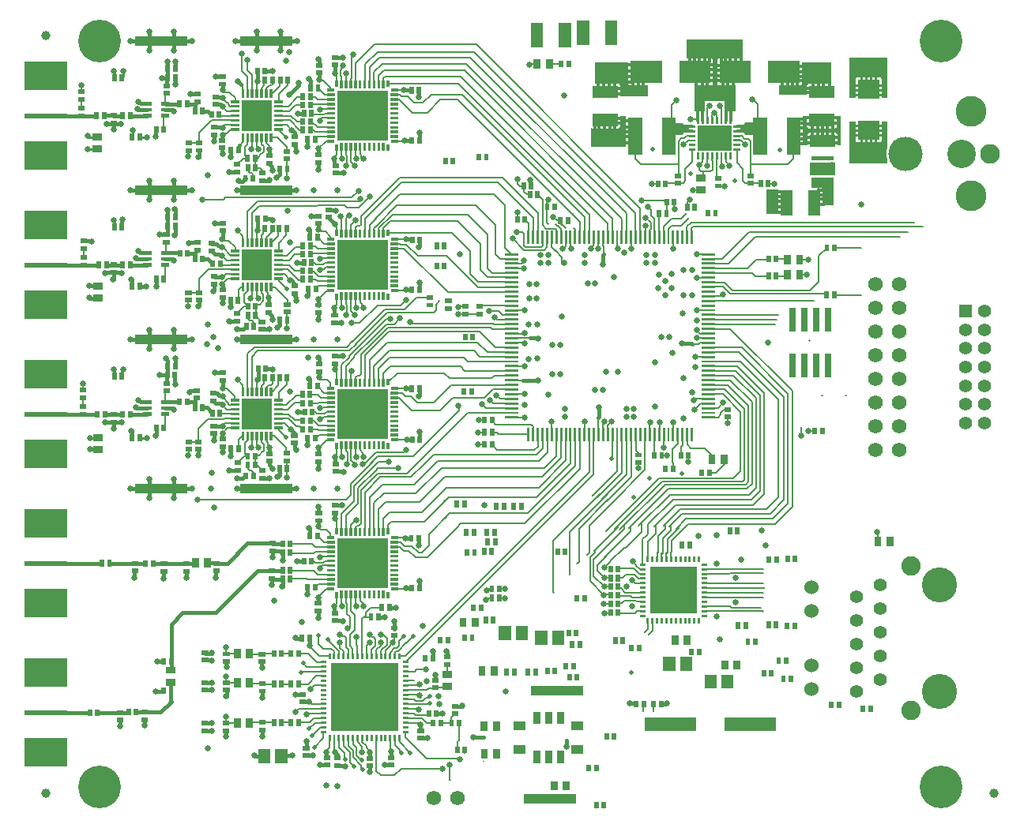
<source format=gbr>
G04 start of page 2 for group 0 idx 0 *
G04 Title: (unknown), component *
G04 Creator: pcb 20140316 *
G04 CreationDate: Sun 18 May 2014 07:11:49 AM GMT UTC *
G04 For: pmonta *
G04 Format: Gerber/RS-274X *
G04 PCB-Dimensions (mil): 4200.00 3400.00 *
G04 PCB-Coordinate-Origin: lower left *
%MOIN*%
%FSLAX25Y25*%
%LNTOP*%
%ADD55C,0.0420*%
%ADD54C,0.0354*%
%ADD53C,0.0400*%
%ADD52C,0.1280*%
%ADD51C,0.0350*%
%ADD50C,0.1250*%
%ADD49C,0.1000*%
%ADD48C,0.1100*%
%ADD47C,0.0960*%
%ADD46C,0.0150*%
%ADD45C,0.0250*%
%ADD44R,0.0160X0.0160*%
%ADD43R,0.1200X0.1200*%
%ADD42R,0.0200X0.0200*%
%ADD41R,0.1043X0.1043*%
%ADD40R,0.0827X0.0827*%
%ADD39R,0.0965X0.0965*%
%ADD38R,0.0300X0.0300*%
%ADD37R,0.0370X0.0370*%
%ADD36R,0.0118X0.0118*%
%ADD35R,0.0402X0.0402*%
%ADD34R,0.0512X0.0512*%
%ADD33R,0.0591X0.0591*%
%ADD32C,0.0200*%
%ADD31R,0.0098X0.0098*%
%ADD30C,0.0394*%
%ADD29R,0.0295X0.0295*%
%ADD28R,0.0197X0.0197*%
%ADD27R,0.0280X0.0280*%
%ADD26C,0.0620*%
%ADD25C,0.0554*%
%ADD24C,0.0600*%
%ADD23C,0.1480*%
%ADD22C,0.0820*%
%ADD21C,0.0550*%
%ADD20C,0.1450*%
%ADD19C,0.1200*%
%ADD18C,0.0830*%
%ADD17C,0.1300*%
%ADD16C,0.1800*%
%ADD15C,0.0100*%
%ADD14C,0.0120*%
%ADD13C,0.0180*%
%ADD12C,0.0060*%
%ADD11C,0.0001*%
G54D11*G36*
X252207Y295900D02*X254880D01*
X254848Y295864D01*
X254766Y295729D01*
X254706Y295584D01*
X254669Y295431D01*
X254660Y295274D01*
X254667Y282900D01*
X239900D01*
Y290907D01*
X239996Y290824D01*
X240131Y290742D01*
X240276Y290682D01*
X240429Y290645D01*
X240586Y290636D01*
X251371Y290645D01*
X251524Y290682D01*
X251669Y290742D01*
X251804Y290824D01*
X251923Y290927D01*
X252026Y291046D01*
X252108Y291181D01*
X252168Y291326D01*
X252205Y291479D01*
X252214Y291636D01*
X252207Y295900D01*
G37*
G36*
X241600Y318400D02*X255671D01*
X255679Y309520D01*
X255716Y309367D01*
X255776Y309222D01*
X255858Y309087D01*
X255961Y308968D01*
X256080Y308865D01*
X256215Y308783D01*
X256360Y308723D01*
X256513Y308686D01*
X256670Y308677D01*
X263800Y308682D01*
Y304300D01*
X252212D01*
X252205Y308721D01*
X252168Y308874D01*
X252108Y309019D01*
X252026Y309154D01*
X251923Y309273D01*
X251804Y309376D01*
X251669Y309458D01*
X251524Y309518D01*
X251371Y309555D01*
X251214Y309564D01*
X241600Y309556D01*
Y318400D01*
G37*
G36*
X329130Y295900D02*X331087D01*
X331095Y291479D01*
X331132Y291326D01*
X331192Y291181D01*
X331274Y291046D01*
X331377Y290927D01*
X331496Y290824D01*
X331631Y290742D01*
X331776Y290682D01*
X331929Y290645D01*
X332086Y290636D01*
X342871Y290645D01*
X343024Y290682D01*
X343169Y290742D01*
X343304Y290824D01*
X343423Y290927D01*
X343526Y291046D01*
X343608Y291181D01*
X343668Y291326D01*
X343705Y291479D01*
X343714Y291636D01*
X343707Y295900D01*
X345200D01*
Y283600D01*
X343912D01*
X343905Y288016D01*
X343868Y288169D01*
X343808Y288314D01*
X343726Y288449D01*
X343623Y288568D01*
X343504Y288671D01*
X343369Y288753D01*
X343224Y288813D01*
X343071Y288850D01*
X342914Y288859D01*
X332129Y288850D01*
X331976Y288813D01*
X331831Y288753D01*
X331696Y288671D01*
X331577Y288568D01*
X331474Y288449D01*
X331392Y288314D01*
X331332Y288169D01*
X331295Y288016D01*
X331286Y287859D01*
X331293Y283600D01*
X329438D01*
X329431Y295331D01*
X329394Y295484D01*
X329334Y295629D01*
X329252Y295764D01*
X329149Y295883D01*
X329130Y295900D01*
G37*
G36*
X280400Y328200D02*X304100D01*
Y320321D01*
X294013Y320314D01*
X293860Y320277D01*
X293715Y320217D01*
X293580Y320135D01*
X293461Y320032D01*
X293358Y319913D01*
X293276Y319778D01*
X293216Y319633D01*
X293179Y319480D01*
X293170Y319323D01*
X293177Y311400D01*
X291328D01*
X291321Y319480D01*
X291284Y319633D01*
X291224Y319778D01*
X291142Y319913D01*
X291039Y320032D01*
X290920Y320135D01*
X290785Y320217D01*
X290640Y320277D01*
X290487Y320314D01*
X290330Y320323D01*
X280400Y320316D01*
Y328200D01*
G37*
G36*
X341200Y318500D02*Y309563D01*
X331929Y309555D01*
X331776Y309518D01*
X331631Y309458D01*
X331496Y309376D01*
X331377Y309273D01*
X331274Y309154D01*
X331192Y309019D01*
X331132Y308874D01*
X331095Y308721D01*
X331086Y308564D01*
X331092Y304900D01*
X319300D01*
Y308680D01*
X327987Y308686D01*
X328140Y308723D01*
X328285Y308783D01*
X328420Y308865D01*
X328539Y308968D01*
X328642Y309087D01*
X328724Y309222D01*
X328784Y309367D01*
X328821Y309520D01*
X328830Y309677D01*
X328822Y318500D01*
X341200D01*
G37*
G36*
X291325Y314500D02*X293175D01*
X293179Y309520D01*
X293216Y309367D01*
X293276Y309222D01*
X293358Y309087D01*
X293461Y308968D01*
X293580Y308865D01*
X293715Y308783D01*
X293860Y308723D01*
X294013Y308686D01*
X294170Y308677D01*
X300900Y308682D01*
Y298000D01*
X296200D01*
Y302100D01*
X287800D01*
Y298000D01*
X283736D01*
Y308682D01*
X290487Y308686D01*
X290640Y308723D01*
X290785Y308783D01*
X290920Y308865D01*
X291039Y308968D01*
X291142Y309087D01*
X291224Y309222D01*
X291284Y309367D01*
X291321Y309520D01*
X291330Y309677D01*
X291325Y314500D01*
G37*
G36*
X313800Y264900D02*X318876D01*
X318845Y264771D01*
X318836Y264614D01*
X318845Y254400D01*
X313800D01*
Y264900D01*
G37*
G36*
X342300Y269940D02*Y258100D01*
X337760D01*
X337755Y264771D01*
X337718Y264924D01*
X337658Y265069D01*
X337576Y265204D01*
X337473Y265323D01*
X337354Y265426D01*
X337219Y265508D01*
X337074Y265568D01*
X336921Y265605D01*
X336764Y265614D01*
X332900Y265607D01*
Y269932D01*
X342300Y269940D01*
G37*
G36*
X332900Y278700D02*X342300D01*
Y277048D01*
X332900Y277040D01*
Y278700D01*
G37*
G36*
X349000Y293500D02*X351474D01*
X351482Y285547D01*
X351519Y285394D01*
X351579Y285249D01*
X351661Y285114D01*
X351764Y284995D01*
X351883Y284892D01*
X352018Y284810D01*
X352163Y284750D01*
X352316Y284713D01*
X352473Y284704D01*
X361684Y284713D01*
X361837Y284750D01*
X361982Y284810D01*
X362117Y284892D01*
X362236Y284995D01*
X362339Y285114D01*
X362421Y285249D01*
X362481Y285394D01*
X362518Y285547D01*
X362527Y285704D01*
X362518Y293500D01*
X365000D01*
Y282834D01*
X364885Y282557D01*
X364582Y281295D01*
X364480Y280000D01*
X364582Y278705D01*
X364885Y277443D01*
X365000Y277166D01*
Y276000D01*
X349000D01*
Y293500D01*
G37*
G36*
Y320500D02*X365000D01*
Y303500D01*
X362526D01*
X362518Y311452D01*
X362481Y311605D01*
X362421Y311750D01*
X362339Y311885D01*
X362236Y312004D01*
X362117Y312107D01*
X361982Y312189D01*
X361837Y312249D01*
X361684Y312286D01*
X361527Y312295D01*
X352316Y312286D01*
X352163Y312249D01*
X352018Y312189D01*
X351883Y312107D01*
X351764Y312004D01*
X351661Y311885D01*
X351579Y311750D01*
X351519Y311605D01*
X351482Y311452D01*
X351473Y311295D01*
X351482Y303500D01*
X349000D01*
Y320500D01*
G37*
G54D12*X153100Y312600D02*X185000D01*
X152500Y315100D02*X186500D01*
X151900Y317900D02*X187400D01*
X150391Y312991D02*X152500Y315100D01*
X152360Y311860D02*X153100Y312600D01*
X150600Y320600D02*X188900D01*
X149800Y323000D02*X190600D01*
X148500Y326100D02*X191500D01*
X140546Y318146D02*X148500Y326100D01*
X144484Y317684D02*X149800Y323000D01*
X146453Y316453D02*X150600Y320600D01*
X148422Y314422D02*X151900Y317900D01*
X154329Y309487D02*X183913D01*
G54D13*X167374Y303726D02*X167400Y303700D01*
X167374Y306700D02*Y303726D01*
G54D12*X160970Y306830D02*X161100Y306700D01*
X170800Y297200D02*X176400Y302800D01*
X164500Y297200D02*X170800D01*
X158808Y302892D02*X164500Y297200D01*
X169100Y301400D02*X165200D01*
X172450Y304750D02*X169100Y301400D01*
X185650Y304750D02*X172450D01*
X176400Y302800D02*X183700D01*
X183750Y302750D01*
G54D13*X135174Y320574D02*X135200Y320600D01*
G54D12*X134300Y315300D02*X134500Y315500D01*
Y316400D01*
X135400Y317300D01*
G54D13*X132100Y320600D02*X135200D01*
G54D12*X140546Y309287D02*Y318146D01*
X144484Y309287D02*Y317684D01*
X146453Y309287D02*Y316453D01*
X148422Y309287D02*Y314422D01*
X150391Y309287D02*Y312991D01*
X152360Y309287D02*Y311860D01*
X136608Y309287D02*Y313908D01*
X132670Y309487D02*Y313130D01*
X131800Y314000D01*
X136608Y313908D02*X136700Y314000D01*
X138577Y309287D02*Y311477D01*
X139100Y312000D01*
Y321500D01*
X139600Y322000D01*
G54D13*X125200Y319900D02*X125100Y320000D01*
X125200Y317174D02*Y319900D01*
G54D12*X126000Y313800D02*X125100Y314700D01*
G54D13*X125200Y314026D02*Y311300D01*
G54D12*X125400Y310800D02*X125200Y311000D01*
X130190Y291100D02*X130213Y291077D01*
X130195Y291095D02*X130190Y291100D01*
X124500D01*
G54D13*X125100Y282200D02*Y279574D01*
G54D12*X130013Y285170D02*X128170D01*
X125100Y282100D01*
X130205Y289100D02*X130213Y289108D01*
G54D13*X131500Y278000D02*Y275574D01*
X132200Y274874D01*
G54D12*X132671Y282513D02*Y279371D01*
X131500Y278200D01*
X134639Y309287D02*Y312561D01*
X134300Y312900D01*
Y315300D01*
X127614Y304860D02*X124774Y307700D01*
X130213Y304860D02*X127614D01*
X130213Y302891D02*X124509D01*
X130013Y306829D02*Y307787D01*
X127000Y310800D01*
X125400D01*
G54D13*X132000Y317426D02*Y314200D01*
X131800Y314000D01*
G54D12*X156787Y302892D02*X158808D01*
X156948Y304700D02*X156787Y304861D01*
X159200Y304700D02*X156948D01*
X165200Y301400D02*X162500Y304100D01*
G54D13*X164426Y285500D02*X161300D01*
G54D12*X156987Y285171D02*X160971D01*
X161300Y285500D01*
X159800Y304100D02*X159200Y304700D01*
X162500Y304100D02*X159800D01*
G54D13*X164226Y306700D02*X161100D01*
G54D12*X156987Y306830D02*X160970D01*
X179500Y221500D02*X206259D01*
X199500Y237600D02*X201600Y235500D01*
X188900Y239000D02*Y229100D01*
X192300Y225700D01*
X183600Y232200D02*X192200Y223600D01*
X179100Y236700D02*X184000Y231800D01*
X206421Y237500D02*X206464Y237457D01*
X206452Y235500D02*X206464Y235488D01*
X201600Y235500D02*X206452D01*
X206464Y237457D02*X206443D01*
X203700Y240200D01*
X196300Y231600D02*X198300Y229600D01*
X206445D01*
X193200Y230900D02*X196400Y227700D01*
X206376D01*
X192300Y225700D02*X206407D01*
X192200Y223600D02*X206390D01*
X206464Y215798D02*X193276D01*
X192926Y215448D01*
X187000Y215374D02*X184274D01*
X184100Y215200D01*
X179819Y217767D02*X179752Y217700D01*
X199500Y249800D02*Y237600D01*
X188000Y254200D02*X196300Y245900D01*
X183600Y251500D02*X193200Y241900D01*
X181413Y246487D02*X188900Y239000D01*
X196300Y245900D02*Y231600D01*
X193200Y241900D02*Y230900D01*
X206100Y237821D02*X206464Y237457D01*
X203700Y240200D02*Y258200D01*
X199100Y262800D01*
X198400D01*
X211700Y263800D02*Y266274D01*
X211526Y266300D02*X209800D01*
X209000Y267100D01*
X211700Y266274D02*X211726Y266300D01*
X211700Y241300D02*Y244300D01*
Y243900D02*Y245200D01*
Y246200D02*X210900Y247000D01*
X208600D01*
X206259Y221500D02*X206464Y221705D01*
X206290Y223500D02*X206464Y223674D01*
X206376Y227700D02*X206464Y227612D01*
X206407Y225700D02*X206464Y225643D01*
X206438Y223700D02*X206464Y223674D01*
X206390Y223600D02*X206464Y223674D01*
Y213829D02*X211729D01*
X211800Y213900D01*
X208826Y252100D02*Y254926D01*
X209000Y255100D01*
X211600Y239300D02*X206800Y244100D01*
X211700Y244700D02*Y246200D01*
X206464Y231550D02*X211650D01*
X206464Y233519D02*X210519D01*
X211700Y234700D01*
X211650Y231550D02*X211700Y231500D01*
X185539Y304861D02*X237200Y253200D01*
X183913Y309487D02*X239200Y254200D01*
X185000Y312600D02*X247000Y250600D01*
X231400Y255200D02*X232500Y254100D01*
X186500Y315100D02*X249100Y252500D01*
X187400Y317900D02*X252900Y252400D01*
X214300Y317800D02*X214100Y317600D01*
X183608Y302892D02*X235200Y251300D01*
X188900Y320600D02*X254800Y254700D01*
G54D14*X253000Y307400D02*X250100D01*
X253200Y305300D02*X250400D01*
X253300Y292800D02*X250500D01*
X253600Y294700D02*X250000D01*
G54D12*X190600Y323000D02*X258700Y254900D01*
X191500Y326100D02*X260750Y256850D01*
X258613Y287400D02*Y277687D01*
X212500Y260000D02*X217500Y255000D01*
G54D14*X253400Y289200D02*X257300D01*
X253800Y287100D02*X257200D01*
X257400Y286900D01*
X254100Y284400D02*X256600D01*
X256700Y284300D01*
G54D12*X258613Y277687D02*X260900Y275400D01*
G54D14*X243000Y310500D02*Y307800D01*
X243500Y307300D01*
X245400Y310200D02*Y307300D01*
X245100Y307000D01*
X247700Y310100D02*Y307300D01*
X247500Y307100D01*
X249800Y310300D02*Y307600D01*
X250000Y307400D01*
X250100D02*X250000Y307300D01*
X250400Y305300D02*X250300Y305200D01*
X241600Y292300D02*Y289700D01*
X241800Y289500D01*
X243400Y292200D02*Y289700D01*
X243600Y289500D01*
X245500Y292000D02*Y289300D01*
X245800Y289000D01*
X247800Y292200D02*Y289100D01*
X247900Y289000D01*
X250000Y292300D02*Y289000D01*
X250100Y288900D01*
X250500Y292800D02*X250200Y293100D01*
X250000Y294700D02*X249800Y294900D01*
G54D12*X222359Y317800D02*X227426D01*
X217241D02*X214300D01*
X227200Y251526D02*X227026Y251700D01*
X214874Y266300D02*Y268926D01*
X214800Y269000D01*
X219500Y260574D02*X217374Y262700D01*
X214226D02*X212800D01*
X211700Y263800D01*
X221400Y250700D02*Y257348D01*
X221452Y257400D01*
X227026Y251700D02*X225600D01*
X224000Y253300D01*
X221400Y257600D02*Y259900D01*
X222100Y260600D01*
X209000Y267100D02*Y269200D01*
X209100Y269300D01*
X202500Y270000D02*X203100Y269400D01*
X203000Y269500D02*X212850Y259650D01*
G54D14*X253900Y317400D02*X257900D01*
X258100Y317200D01*
X254400Y314800D02*X257800D01*
X254600Y312600D02*X258300D01*
X258400Y312500D01*
X254600Y310100D02*X257300D01*
X257700Y310500D01*
Y307700D02*Y310400D01*
X257800Y310500D01*
X259900Y307700D02*Y310400D01*
X261900Y307600D02*Y310400D01*
X262100Y310600D01*
X259900Y310400D02*X259700Y310600D01*
X253900Y294000D02*X257000D01*
X257100Y293900D01*
X253800Y291300D02*X257000D01*
X257100Y291400D01*
G54D12*X211500Y257000D02*X215500Y253000D01*
X219500Y249800D02*Y260574D01*
X213600Y250474D02*X211974Y252100D01*
X200500Y268000D02*X211850Y256650D01*
X191200Y258100D02*X199500Y249800D01*
X227800Y249900D02*X227500D01*
X227200Y250200D01*
X227300Y248200D02*X226400Y249100D01*
X227200Y250200D02*Y251526D01*
X233200Y245500D02*Y247900D01*
X232700Y248400D01*
X231263Y243137D02*X231300Y243100D01*
X231263Y244536D02*Y239937D01*
X231500Y239700D01*
X229300Y248400D02*X227800Y249900D01*
X227700Y233600D02*Y236200D01*
X224800Y239100D01*
X227300Y245200D02*Y248200D01*
X225400Y246000D02*Y247700D01*
X224800Y248300D01*
X226550Y248950D02*X226100Y249400D01*
X225500D01*
X224800Y248300D02*X221000D01*
X219500Y249800D01*
X225500Y249400D02*X224800Y250100D01*
X222000D02*X221400Y250700D01*
X256860Y243240D02*X256900Y243200D01*
X256860Y244536D02*Y240040D01*
X257000Y239900D01*
X250953Y244536D02*Y240347D01*
X251300Y240000D01*
X250953Y243347D02*X251000Y243300D01*
X243077Y243223D02*X243100Y243200D01*
X243077Y244536D02*Y239877D01*
X243000Y239800D01*
X213600Y245200D02*Y250474D01*
X221418Y244536D02*Y240918D01*
X219449Y244536D02*Y241149D01*
X218900Y240600D01*
X221418Y240900D02*Y240518D01*
X220200Y239300D01*
X218900Y240600D02*X212400D01*
X211700Y241300D01*
X220200Y239300D02*X211600D01*
X223400Y244500D02*Y240500D01*
X225100Y238800D01*
X166900Y236700D02*X179100D01*
X162100Y241500D02*X166900Y236700D01*
G54D13*X167574Y240874D02*X167300Y240600D01*
X167574Y243500D02*Y240874D01*
G54D12*X161108Y239892D02*X179500Y221500D01*
G54D13*X161800Y222400D02*X164226D01*
X164326Y222500D01*
G54D12*X156987Y222171D02*X161671D01*
X161900Y222400D01*
X159700Y241500D02*X162100D01*
X159339Y241861D02*X159700Y241500D01*
X156787Y241861D02*X159339D01*
X156787Y239892D02*X161108D01*
G54D13*X161800Y243700D02*X164426D01*
G54D12*X156987Y243830D02*X161670D01*
X161800Y243700D01*
G54D13*X164426D02*X164526Y243600D01*
G54D12*X154329Y246487D02*X181413D01*
X149100Y252600D02*X159300Y262800D01*
X148800Y256800D02*X160000Y268000D01*
X142900Y253500D02*X159400Y270000D01*
X202500D01*
X142100Y257300D02*X146500Y261700D01*
G54D13*X167574Y225526D02*X167500Y225600D01*
X167574Y222500D02*Y225526D01*
G54D12*X172588Y219736D02*X172000Y219148D01*
X166300Y219200D02*X172052D01*
X172376Y219524D01*
X174500Y216200D02*X176000Y217700D01*
X152900Y214200D02*X161400D01*
X166400Y219200D01*
X159600Y216000D02*X161900Y218300D01*
X149800Y216000D02*X159600D01*
G54D13*X125100Y218600D02*Y216126D01*
G54D12*X130013Y222170D02*X128670D01*
X125100Y218600D01*
X132671Y219513D02*Y216171D01*
X131700Y215200D01*
X152360Y248560D02*X155300Y251500D01*
X152360Y246287D02*Y248560D01*
X150391Y248391D02*X156200Y254200D01*
X150391Y246900D02*Y248391D01*
Y246287D02*Y247391D01*
X156200Y254200D02*X158000D01*
X148850Y248850D02*X158100Y258100D01*
X146453Y249953D02*X149500Y253000D01*
X144484Y252484D02*X149000Y257000D01*
X148422Y248422D02*X149500Y249500D01*
X148422Y246287D02*Y248422D01*
X146453Y246287D02*Y249953D01*
X144484Y246287D02*Y252484D01*
X140546Y246287D02*Y248846D01*
X141200Y249500D01*
X142400D01*
X142900Y250000D01*
X138577Y249677D02*X140600Y251700D01*
X142900Y250000D02*Y253500D01*
X136900Y257300D02*X141300D01*
X140600D02*X142100D01*
X138700Y261400D02*X138900D01*
X141800Y264300D01*
X141400Y259700D02*X142200D01*
X143100Y260600D01*
X134639Y246287D02*Y253161D01*
X134300Y253500D01*
X136608Y246287D02*Y252808D01*
X137800Y254000D01*
X138577Y246287D02*Y249677D01*
X132670Y246487D02*Y249430D01*
X124600Y258200D02*X136000D01*
X136900Y257300D01*
G54D13*X129400Y256174D02*X132026D01*
X132200Y256000D01*
X129400Y253026D02*Y252700D01*
X132000Y250100D01*
G54D12*X132670Y249430D02*X132000Y250100D01*
X130013Y243829D02*Y244987D01*
X127800Y247200D01*
X125700D01*
X125000Y247900D01*
X74600Y227100D02*Y225100D01*
X78400Y230900D02*X74600Y227100D01*
X70200Y221274D02*X70100Y221174D01*
X74600Y221274D02*X70200D01*
G54D13*X81000Y222300D02*X80700Y222000D01*
X81000Y224926D02*Y222300D01*
G54D12*X74600Y225300D02*Y221274D01*
X60250Y227176D02*X59574Y226500D01*
X60250Y232900D02*Y227176D01*
G54D15*X46500Y224000D02*Y226500D01*
X46000Y227000D01*
G54D13*X49574Y224000D02*X52200D01*
X52300Y223900D01*
X56526Y227100D02*Y223974D01*
X56600Y223900D01*
G54D12*X91200Y218126D02*X91074Y218000D01*
G54D13*X87926Y215374D02*X88000Y215300D01*
X87926Y218000D02*Y215374D01*
X84500Y219226D02*Y216700D01*
X74600Y215726D02*X74300Y215426D01*
X74600Y218126D02*Y215726D01*
G54D12*X70100Y218026D02*Y215600D01*
X70000Y215500D01*
X89787Y233000D02*X84074D01*
X88062Y236938D02*X84600Y240400D01*
X89787Y236938D02*X88062D01*
X85200Y243200D02*X84500Y243900D01*
X87100Y243200D02*X85200D01*
X89787Y240513D02*X87100Y243200D01*
X89787Y238907D02*Y240513D01*
G54D13*X84500Y243800D02*X84400Y243700D01*
X84500Y247426D02*Y243800D01*
X84400Y240400D02*X84200D01*
X84400D02*X83600D01*
X82000Y242000D01*
X80074D01*
X80000Y242074D01*
G54D12*X84074Y233000D02*X83574Y233500D01*
X89787Y231031D02*X80331D01*
X86231Y234969D02*X84400Y236800D01*
X86593Y227093D02*X84400Y224900D01*
X85962Y229062D02*X84800Y227900D01*
G54D13*X84500Y224800D02*X84400Y224900D01*
X84500Y222374D02*Y224800D01*
G54D12*X89787Y234969D02*X86231D01*
X89787Y227093D02*X86593D01*
X89787Y229062D02*X85962D01*
X78400Y231000D02*Y230900D01*
X78431Y231031D02*X78400Y231000D01*
X80431Y231031D02*X78431D01*
G54D13*X81174Y227900D02*X81000Y228074D01*
X84400Y227900D02*X81174D01*
G54D12*X93600Y217026D02*X95226Y215400D01*
X93600Y220500D02*Y217026D01*
X95226Y215400D02*X93526D01*
X95062Y215564D02*X95226Y215400D01*
X97031Y219431D02*X96400Y218800D01*
X95062Y221962D02*X93600Y220500D01*
X95062Y223788D02*Y221962D01*
X91200Y222400D02*Y218126D01*
X92588Y223788D02*X91200Y222400D01*
X93093Y223788D02*X92588D01*
X99174Y216200D02*X98374Y215400D01*
X100200Y216200D02*X99174D01*
X101700Y217700D02*X100200Y216200D01*
X101700Y220600D02*Y217700D01*
X100969Y221331D02*X101700Y220600D01*
X100969Y223788D02*Y221331D01*
X97031Y223788D02*Y219431D01*
X99000Y219300D02*X99500Y218800D01*
X99000Y223788D02*Y219300D01*
G54D13*X81326Y237600D02*X80000Y238926D01*
X78426Y235500D02*X80426Y233500D01*
X76074Y235500D02*X78426D01*
X83100Y237600D02*X81326D01*
X83900Y236800D02*X83100Y237600D01*
X84400Y236800D02*X83900D01*
X74000Y239200D02*X72700Y237900D01*
X69674D01*
X72926Y235500D02*X72900Y235526D01*
Y237900D01*
X61426Y246400D02*X60800Y245774D01*
X57926D01*
X57900Y245800D01*
X121426Y247074D02*X120800Y247700D01*
X121426Y244700D02*Y247074D01*
G54D12*X127414Y241860D02*X124574Y244700D01*
X130213Y241860D02*X127414D01*
G54D13*X124926Y250400D02*Y247974D01*
X125000Y247900D01*
G54D12*X125953Y235953D02*X125500Y235500D01*
X123300Y233900D02*X122174D01*
X124100Y233100D02*X123300Y233900D01*
X126800Y233100D02*X124100D01*
X127684Y233984D02*X126800Y233100D01*
X130213Y235953D02*X125953D01*
X130191Y237900D02*X130213Y237922D01*
X130204Y239900D02*X130213Y239891D01*
X128115Y232015D02*X127300Y231200D01*
X130213Y232015D02*X128115D01*
X130213Y233984D02*X127684D01*
X122800Y237900D02*X130191D01*
X122400Y237500D02*X122800Y237900D01*
X121574Y237500D02*X122400D01*
X124600Y239900D02*X130204D01*
X123500Y241000D02*X124600Y239900D01*
X121574Y241000D02*X123500D01*
X118026Y240600D02*X118426Y241000D01*
X115400Y240600D02*X118026D01*
X122174Y233900D02*X122074Y234000D01*
G54D13*X118826Y233900D02*X118926Y234000D01*
X116074Y233900D02*X118826D01*
G54D12*X115100Y237500D02*X118426D01*
X108212Y236938D02*X111738D01*
X112569Y234969D02*X115100Y237500D01*
X111738Y236938D02*X115400Y240600D01*
X108212Y238907D02*Y242312D01*
X111300Y248226D02*X111574Y248500D01*
X111300Y245400D02*Y248226D01*
X107800Y245100D02*Y247874D01*
X108212Y242312D02*X111300Y245400D01*
X104913Y242213D02*X107800Y245100D01*
X104907Y242213D02*X104913D01*
X102938D02*Y244638D01*
X107800Y247874D02*X108426Y248500D01*
X105200Y248126D02*X105574Y248500D01*
X105200Y246800D02*Y248126D01*
X104400Y246000D02*X105200Y246800D01*
X104300Y246000D02*X104400D01*
X102938Y244638D02*X104300Y246000D01*
X101700Y247774D02*X102426Y248500D01*
X101700Y246300D02*Y247774D01*
X100969Y245569D02*X101700Y246300D01*
G54D13*X99426Y247626D02*X99300Y247500D01*
X99426Y252500D02*Y247626D01*
G54D12*X100969Y242213D02*Y245569D01*
X99000Y247200D02*X99300Y247500D01*
X99000Y242213D02*Y247200D01*
X93093Y245207D02*X90800Y247500D01*
X93093Y242213D02*Y245207D01*
X134640Y214960D02*X134800Y214800D01*
X143200Y215000D02*X143400Y214800D01*
X143200Y216400D02*Y215000D01*
X142516Y217084D02*X143200Y216400D01*
X134640Y219713D02*Y214960D01*
X140547Y214953D02*X140600Y214900D01*
X140547Y219713D02*Y214953D01*
X142516Y219713D02*Y217084D01*
G54D13*X120652Y220152D02*X120300Y219800D01*
X120652Y222874D02*Y220152D01*
G54D12*X125065Y224139D02*X123800Y222874D01*
X123600Y227000D02*X121574D01*
X124492Y226108D02*X123600Y227000D01*
X118026Y226600D02*X118426Y227000D01*
X118126Y226700D02*X118426Y227000D01*
X116500Y226600D02*X118026D01*
G54D13*X125100Y216126D02*X124974Y216000D01*
G54D12*X130213Y224139D02*X125065D01*
X130213Y226108D02*X124492D01*
X130213Y228077D02*X124823D01*
X121974Y230100D02*X121787Y230287D01*
X122800Y230100D02*X121974D01*
X124823Y228077D02*X122800Y230100D01*
X121974D02*X121574Y230500D01*
X122700Y230100D02*X121974D01*
X125800Y231200D02*X125500Y230900D01*
X127300Y231200D02*X125800D01*
X118326Y230400D02*X118363Y230437D01*
G54D13*X115600Y217900D02*X115500Y217800D01*
X115600Y219300D02*Y217900D01*
X115000Y219900D02*X115600Y219300D01*
X115000Y220926D02*Y219900D01*
X114700Y224374D02*X115000Y224074D01*
X114700Y225300D02*Y224374D01*
G54D12*X111800Y216274D02*Y218300D01*
G54D13*X113550Y226450D02*X114700Y225300D01*
X113250Y226450D02*X113550D01*
G54D12*X110638Y229062D02*X113100Y226600D01*
X112069Y231031D02*X116500Y226600D01*
X115100Y230400D02*X118326D01*
X112500Y233000D02*X115100Y230400D01*
X118126Y230200D02*X118426Y230500D01*
X108212Y229062D02*X110638D01*
X108212Y231031D02*X112069D01*
X108212Y233000D02*X112500D01*
X108212Y234969D02*X112569D01*
X105095Y223600D02*X104907Y223788D01*
X106500Y223600D02*X105095D01*
X108212Y227093D02*Y226288D01*
X111600Y222900D01*
X111800Y218300D02*X106500Y223600D01*
G54D13*X104050Y216124D02*X104000Y216074D01*
X104050Y218750D02*Y216124D01*
G54D12*X103600Y219200D02*X104100Y218700D01*
X103600Y221100D02*Y219200D01*
X102938Y221762D02*X103600Y221100D01*
X102938Y223788D02*Y221762D01*
G54D13*X72800Y235626D02*X72926Y235500D01*
X74000Y239226D02*Y239100D01*
X70874Y242574D02*X70400Y242100D01*
X73500Y242574D02*X70874D01*
X66326Y238100D02*X66526Y237900D01*
X60250Y238100D02*X66326D01*
X63300Y235500D02*X63900Y234900D01*
X60250Y235500D02*X63300D01*
X64674Y245774D02*X64400Y245500D01*
X64674Y249400D02*Y245774D01*
G54D12*X60700Y242526D02*X60800Y242626D01*
G54D13*X61326Y249400D02*X61426Y249300D01*
Y246400D01*
G54D12*X60700Y238100D02*Y242526D01*
G54D13*X48200Y235500D02*X47900Y235800D01*
X52750Y235500D02*X48200D01*
X49700Y238100D02*X48900Y238900D01*
X52750Y238100D02*X49700D01*
X52650Y233000D02*X52750Y232900D01*
X45574Y233000D02*X52650D01*
X38600D02*X42426D01*
X20600D02*X32426D01*
X32000Y224059D02*X28441D01*
X28400Y224100D01*
X32000Y218941D02*X28559D01*
X28400Y219100D01*
G54D12*X26000Y236000D02*Y240000D01*
G54D13*Y243074D02*X29126D01*
X29200Y243000D01*
G54D15*X39000Y249000D02*Y251500D01*
G54D13*X42074Y249000D02*Y251874D01*
X42300Y252100D01*
G54D15*X39000Y251500D02*X38500Y252000D01*
G54D12*X157200Y254200D02*X188000D01*
X160000Y268000D02*X200500D01*
X159300Y262800D02*X198800D01*
X158100Y258100D02*X191200D01*
X155300Y251500D02*X183600D01*
G54D13*X167574Y288674D02*X167600Y288700D01*
X167574Y285500D02*Y288674D01*
X105300Y273400D02*X105700Y273000D01*
G54D12*X111774Y269774D02*X111600Y269600D01*
X111774Y273500D02*Y269774D01*
G54D13*X105300Y274500D02*Y273400D01*
X104200Y275600D02*X105300Y274500D01*
X104200Y275926D02*Y275600D01*
Y281800D02*Y279074D01*
G54D12*X111700Y273574D02*X111774Y273500D01*
X111700Y277826D02*Y273574D01*
X111500Y281174D02*X111700Y280974D01*
X111500Y283000D02*Y281174D01*
X107712Y286788D02*X111500Y283000D01*
G54D13*X115350Y281350D02*X115600Y281100D01*
X115350Y282850D02*Y281350D01*
X114900Y283300D02*X115350Y282850D01*
X114900Y283800D02*Y283300D01*
Y287300D02*X114800Y287200D01*
G54D12*X104907Y286788D02*X107712D01*
X104300Y281900D02*X104200Y281800D01*
X104300Y283200D02*Y281900D01*
X102938Y284562D02*X104300Y283200D01*
X102938Y286788D02*Y284562D01*
G54D13*X108626Y271226D02*X107200Y269800D01*
X108626Y273500D02*Y271226D01*
G54D12*X123700Y289100D02*X130205D01*
G54D13*X125100Y279574D02*X124900Y279374D01*
G54D12*X114800Y287126D02*X114900Y287026D01*
X114800Y288900D02*Y287126D01*
X115600Y282600D02*Y280900D01*
G54D13*X115500Y264500D02*X113000D01*
G54D12*X114900Y283300D02*X115600Y282600D01*
X114900Y283878D02*Y283300D01*
G54D13*X104700Y252500D02*X105500Y251700D01*
X102574Y252500D02*X104700D01*
X122100Y253500D02*X124878D01*
X124926Y253548D01*
G54D12*X99200Y259700D02*X141500D01*
X124400Y258000D02*X124600Y258200D01*
X99750Y257650D02*X99681D01*
X97550Y258150D02*X97650D01*
X99200Y259700D01*
X99600Y257500D02*X100100Y258000D01*
G54D13*X90500Y264500D02*X93500D01*
G54D12*X98050Y258550D02*X98012D01*
X85700Y261400D02*X139000D01*
X100100Y258000D02*X124400D01*
X98012Y258550D02*X95062Y255600D01*
X99681Y257650D02*X97031Y255000D01*
G54D13*X73974Y305100D02*X74000Y305074D01*
X71100Y305100D02*X73974D01*
X72926Y300852D02*X74000Y301926D01*
X72926Y298000D02*Y300852D01*
X73074Y301000D02*X74000Y301926D01*
X69574Y301000D02*X73074D01*
X71500Y327500D02*X68000D01*
X64700Y316126D02*X64574Y316000D01*
Y309126D02*X64600Y309100D01*
X64574Y312000D02*Y309126D01*
X64700Y319000D02*Y316126D01*
X64000Y331000D02*Y323500D01*
X53500Y331000D02*Y323500D01*
X45500Y327500D02*X51000D01*
X61300Y316126D02*X61426Y316000D01*
X61300Y318900D02*Y316126D01*
X61426Y312000D02*Y316000D01*
Y312000D02*X58900D01*
X61000Y311574D02*X61426Y312000D01*
X61000Y308574D02*Y311574D01*
G54D12*X60250Y304676D02*X61000Y305426D01*
X60250Y301100D02*Y304676D01*
G54D13*X63500Y298500D02*X64000Y298000D01*
X60250Y298500D02*X63500D01*
G54D12*X74500Y288700D02*Y284400D01*
G54D13*Y278626D02*X74400Y278526D01*
X74500Y281352D02*Y278626D01*
G54D12*X74400Y284400D02*X74413Y284413D01*
X70200Y284400D02*X74400D01*
X70200Y281252D02*Y278900D01*
X70000Y278700D01*
G54D13*X84400Y280000D02*X84600Y279800D01*
X84400Y282426D02*Y280000D01*
X84350Y285624D02*X84400Y285574D01*
X84350Y287850D02*Y285624D01*
G54D12*X84900Y288400D02*X84550Y288050D01*
X86200Y288400D02*X84900D01*
X79831Y294031D02*X74500Y288700D01*
G54D13*X81000Y285300D02*X80800Y285100D01*
X81000Y287926D02*Y285300D01*
G54D12*X78700Y292900D02*X79831Y294031D01*
G54D13*X81024Y291050D02*X81000Y291074D01*
G54D12*X108212Y290093D02*Y289888D01*
X111400Y286700D01*
G54D13*X84550Y291050D02*X81024D01*
G54D12*X85562Y292062D02*X84500Y291000D01*
X89787Y292062D02*X85562D01*
X87893Y290093D02*X86200Y288400D01*
X89787Y290093D02*X87893D01*
X79831Y294031D02*X89787D01*
G54D13*X84500Y309274D02*X84426Y309348D01*
X84422Y312500D02*X84426Y312496D01*
X81500Y312500D02*X84422D01*
X84500Y306800D02*Y309274D01*
X83674Y300726D02*X84500Y299900D01*
X81500Y300726D02*X83674D01*
X84026Y303874D02*X84300Y303600D01*
X81500Y303874D02*X84026D01*
G54D12*X85200Y306000D02*X84500Y306700D01*
X86400Y301500D02*X84400Y303500D01*
X87200Y306000D02*X85200D01*
X89787Y303413D02*X87200Y306000D01*
X89787Y301907D02*Y303413D01*
X86700Y301500D02*X86400D01*
X86431Y297969D02*X84600Y299800D01*
X83574Y296000D02*X83074Y296500D01*
X89787Y296000D02*X83574D01*
G54D13*X78426Y298000D02*X79926Y296500D01*
X76074Y298000D02*X78426D01*
G54D12*X86800Y301400D02*X86700Y301500D01*
X86800Y300700D02*Y301400D01*
X87562Y299938D02*X86800Y300700D01*
X89787Y299938D02*X87562D01*
X89787Y297969D02*X86431D01*
G54D13*X99000Y327500D02*X99500Y327000D01*
X109000Y331000D02*Y327500D01*
X116000D02*X109500D01*
X109000Y323500D02*Y326500D01*
X108500Y327000D01*
X99000Y331000D02*Y323500D01*
X90000Y327500D02*X96000D01*
X90900Y310600D02*X92250Y309250D01*
G54D12*X93093Y308407D02*X90900Y310600D01*
X93093Y305213D02*Y308407D01*
X95062Y305213D02*Y312638D01*
X94800Y315300D02*Y319500D01*
X92700Y322100D02*Y314962D01*
X95062Y312600D01*
X94800Y315300D02*X94831D01*
X97031Y313100D01*
X126615Y295015D02*X125600Y294000D01*
X125953Y298953D02*X125600Y298600D01*
X130213Y298953D02*X125953D01*
X127884Y296984D02*X127250Y296350D01*
X130213Y296984D02*X127884D01*
X130213Y295015D02*X126615D01*
X127250Y296350D02*X122698D01*
X122100Y293500D02*X121600D01*
X121996Y300922D02*X121574Y300500D01*
X121774Y303800D02*X121574Y304000D01*
X123600Y303800D02*X121774D01*
X124509Y302891D02*X123600Y303800D01*
X130213Y300922D02*X121996D01*
X118326Y303900D02*X118426Y304000D01*
X116100Y303900D02*X118326D01*
X112138Y299938D02*X116100Y303900D01*
X118326Y300400D02*X118426Y300500D01*
X115200Y300400D02*X118326D01*
X112769Y297969D02*X115200Y300400D01*
X112100Y310974D02*X112074Y311000D01*
X112100Y308900D02*Y310974D01*
X108600Y310674D02*X108926Y311000D01*
X108600Y308600D02*Y310674D01*
X108212Y301907D02*Y305012D01*
X112100Y308900D01*
G54D13*X116500Y310000D02*Y309000D01*
X112500Y305000D01*
X121626Y307700D02*Y310674D01*
G54D12*X105213Y305213D02*X108600Y308600D01*
X104907Y305213D02*X105213D01*
X105500Y309200D02*Y310926D01*
X105100Y308800D02*X105500Y309200D01*
X104300Y308800D02*X105100D01*
X102938Y307438D02*X104300Y308800D01*
X102938Y305213D02*Y307438D01*
X102100Y310674D02*X102426Y311000D01*
X102100Y308800D02*Y310674D01*
X100969Y307669D02*X102100Y308800D01*
X100969Y305213D02*Y307669D01*
X99000Y305213D02*Y310200D01*
X97031Y305213D02*Y313069D01*
X105500Y310926D02*X105574Y311000D01*
G54D13*X102374Y314900D02*X105600D01*
G54D12*X105500D02*X105600Y314800D01*
X102374Y314900D02*X105500D01*
G54D13*X99400Y314600D02*X99300Y314700D01*
X99400Y310600D02*Y314600D01*
G54D12*X99300Y314826D02*X99226Y314900D01*
X99300Y310500D02*Y314826D01*
X99000Y310200D02*X99400Y310600D01*
G54D13*X125000Y317326D02*X125200Y317526D01*
X121626Y310674D02*X120900Y311400D01*
G54D12*X108212Y299938D02*X112138D01*
X108212Y297969D02*X112769D01*
X108212Y296000D02*X113400D01*
X108212Y294031D02*X112869D01*
X108237Y292037D02*X111563D01*
X108274Y292000D02*X108212Y292062D01*
G54D13*X104126Y268626D02*X104200Y268700D01*
X101400Y268626D02*X104126D01*
G54D12*X100174Y274000D02*X102300Y271874D01*
X98374Y274000D02*X100174D01*
X98174Y274200D02*X98374Y274000D01*
X97300Y269526D02*X97274Y269500D01*
X97300Y271300D02*Y269526D01*
X96800Y271800D02*X97300Y271300D01*
X96100Y271800D02*X96800D01*
G54D13*X91500Y268300D02*X91200Y268600D01*
X87426Y272226D02*X87400Y272200D01*
X90500Y272226D02*X87426D01*
X92900Y268300D02*X91500D01*
X94100Y269500D02*X92900Y268300D01*
X94126Y269500D02*X94100D01*
G54D12*X95226Y272674D02*X96100Y271800D01*
X95226Y274000D02*Y272674D01*
X98174Y278000D02*Y274200D01*
X99300Y278000D02*X98174D01*
X95062Y242213D02*Y255662D01*
X97031Y242213D02*Y255031D01*
X93126Y278000D02*X90500Y275374D01*
X95026Y278000D02*X93126D01*
X93900Y279126D02*X95026Y278000D01*
G54D13*X88026Y278474D02*X88100Y278400D01*
X88026Y281400D02*Y278474D01*
G54D12*X91400Y281626D02*X91174Y281400D01*
X93900Y282800D02*Y279126D01*
G54D13*X91174Y282774D02*X91750Y283350D01*
X91174Y281400D02*Y282774D01*
G54D12*X91600Y281826D02*X91387Y281613D01*
X91600Y283200D02*Y281826D01*
X93093Y284693D02*X91600Y283200D01*
X93093Y286788D02*Y284693D01*
X100000Y278700D02*X99300Y278000D01*
X100000Y279100D02*Y278700D01*
X95062Y283962D02*X93900Y282800D01*
X95062Y284100D02*Y283962D01*
Y286788D02*Y284062D01*
X97031Y282431D02*X96500Y281900D01*
X97031Y286788D02*Y282431D01*
X101850Y280950D02*X100000Y279100D01*
X101850Y283050D02*Y280950D01*
X100969Y283931D02*X101850Y283050D01*
X100969Y284069D02*Y283931D01*
X99000Y282500D02*X99600Y281900D01*
X99000Y286788D02*Y282500D01*
X100969Y286788D02*Y284031D01*
X138578Y276622D02*X140200Y275000D01*
X140547Y278153D02*X140700Y278000D01*
X138578Y282713D02*Y276622D01*
G54D13*X135474Y271726D02*X135500Y271700D01*
X132200Y271726D02*X135474D01*
G54D12*X134640Y278160D02*X134900Y277900D01*
X134640Y282713D02*Y278160D01*
X136800Y275300D02*X136500Y275000D01*
X136800Y276800D02*Y275300D01*
X137100Y277100D02*X136800Y276800D01*
X137100Y279000D02*Y277100D01*
X136609Y279491D02*X137100Y279000D01*
X136609Y282713D02*Y279491D01*
G54D13*X120426Y282926D02*X120400Y282900D01*
X124900Y276226D02*Y273100D01*
G54D12*X140547Y282713D02*Y278153D01*
X143100Y278300D02*X143500Y277900D01*
X143100Y279300D02*Y278300D01*
X142516Y279884D02*X143100Y279300D01*
X142516Y282713D02*Y279884D01*
G54D13*X120426Y286000D02*Y282926D01*
G54D12*X124713Y287139D02*X123574Y286000D01*
X130213Y287139D02*X124713D01*
X122800Y290000D02*X123700Y289100D01*
X121574Y290000D02*X122800D01*
X122100Y293000D02*X121587Y293513D01*
X121674Y293600D02*X121574Y293500D01*
X122698Y296350D02*X122574Y296474D01*
X122548Y296500D02*X122048Y297000D01*
G54D13*X118900D02*X116174D01*
G54D12*X118326Y293600D02*X118426Y293500D01*
X115800Y293600D02*X118326D01*
X113400Y296000D02*X115800Y293600D01*
G54D13*X114900Y288800D02*Y287300D01*
X113700Y290000D02*X114900Y288800D01*
G54D12*X116900Y290000D02*X118426D01*
X113700D02*X114800Y288900D01*
X112869Y294031D02*X116900Y290000D01*
X113600D02*X113700D01*
X111563Y292037D02*X113600Y290000D01*
X124500Y291100D02*X122100Y293500D01*
G54D13*X41500Y229800D02*X41900Y229400D01*
X38500Y229800D02*X41500D01*
X38500Y229926D02*X35426D01*
X38500Y227000D02*X38400Y226900D01*
X38500Y229926D02*Y227000D01*
X35426Y229926D02*X34900Y229400D01*
X38426Y233000D02*X38500Y233074D01*
X35574Y233000D02*X38426D01*
X21500D02*X15000D01*
X81226Y250574D02*X81200Y250600D01*
X84500Y250574D02*X81226D01*
G54D12*X76000Y260500D02*X84800D01*
X85700Y261400D01*
G54D13*X38500Y290300D02*Y292926D01*
X38074Y292500D02*X38500Y292926D01*
X35500Y292500D02*X38074D01*
X38926D02*X38500Y292926D01*
X41500Y292500D02*X38926D01*
X34648Y296074D02*X34574Y296000D01*
X38500Y296074D02*X34648D01*
X38574Y296000D02*X38500Y296074D01*
X42426Y296000D02*X38574D01*
G54D15*X31500Y287000D02*X28000D01*
X27500Y287500D01*
Y282000D02*X31500D01*
G54D13*X56400Y289974D02*X56426Y290000D01*
X56500Y290074D02*X56526Y290100D01*
G54D12*X59674Y295324D02*X60250Y295900D01*
X59674Y290100D02*Y295324D01*
G54D13*X60450Y301000D02*X60250Y301200D01*
X66426Y301000D02*X60450D01*
X56400Y287100D02*Y289974D01*
G54D15*X49500Y287000D02*X52500D01*
X46500D02*Y290000D01*
G54D13*X48800Y298500D02*X48700Y298600D01*
X52750Y298500D02*X48800D01*
X45674Y295900D02*X45574Y296000D01*
X52750Y295900D02*X45674D01*
X49000Y302000D02*X49250D01*
X49900Y301100D02*X49000Y302000D01*
X52750Y301100D02*X49900D01*
X31426Y296000D02*X20000D01*
X26000D02*X10500D01*
G54D12*X25000Y299000D02*Y303000D01*
Y306000D02*Y309000D01*
G54D15*X39000Y312000D02*Y314500D01*
X38500Y315000D01*
X42500D02*Y312500D01*
X42000Y312000D01*
G54D13*X64574Y256226D02*X64400Y256400D01*
X64574Y253000D02*Y256226D01*
X64000Y268000D02*Y260500D01*
X71500Y264500D02*X68000D01*
X45500D02*X51000D01*
X53500Y268000D02*Y260500D01*
X61326Y253100D02*Y249400D01*
X61300Y256200D02*Y253126D01*
X61326Y253100D01*
G54D12*X289535Y231551D02*X305951D01*
X289535Y229582D02*X307918D01*
X289535Y225644D02*X296256D01*
X289535Y223675D02*X295725D01*
X289500Y235600D02*X295400D01*
X290200Y233500D02*X297900D01*
X296256Y225644D02*X299700Y222200D01*
X295725Y223675D02*X298700Y220700D01*
X289535Y219737D02*X294837D01*
X295500Y220400D01*
X289535Y227613D02*X284513D01*
X284500Y227600D01*
X317974Y235400D02*X322641D01*
X322841Y235200D01*
X327959D02*X331600D01*
X336100Y236748D02*X339452Y240100D01*
X342600D02*X353900D01*
X354000Y240200D01*
X322341Y228300D02*X322841Y228800D01*
X327959D02*X330900D01*
X331100Y229000D01*
X336100Y226000D02*Y236748D01*
X332300Y222200D02*X336100Y226000D01*
X354000Y220200D02*X342648D01*
X342548Y220300D01*
X339000Y220700D02*X339400Y220300D01*
X289535Y237458D02*X284642D01*
X284500Y237600D01*
X274581Y244536D02*Y239719D01*
X274600Y239700D01*
X282400Y245000D02*Y248500D01*
X280400Y245800D02*Y249100D01*
X295400Y235600D02*X306600Y246800D01*
X297900Y233500D02*X309400Y245000D01*
X280400Y249100D02*X282300Y251000D01*
X272600Y245500D02*Y248100D01*
X274100Y249600D01*
X278000D01*
X281200Y252800D01*
X274000Y252600D02*X278100D01*
X282400Y248500D02*X283000Y249100D01*
X379800D01*
X282300Y251000D02*X376300D01*
X306600Y246800D02*X373500D01*
X309400Y245000D02*X370300D01*
X370400Y244900D01*
G54D14*X338500Y262500D02*X335800D01*
X338300Y260800D02*X335300D01*
X338300Y258500D02*X335600D01*
X335300Y258800D01*
X335800Y262500D02*X335700Y262400D01*
X341700Y275700D02*Y272600D01*
X341600Y272500D01*
X339900Y275200D02*Y272400D01*
X339700Y272200D01*
X337600Y275100D02*Y272700D01*
X338100Y272200D01*
X335700Y275000D02*Y272500D01*
X335900Y272300D01*
X333400Y275200D02*Y273200D01*
X333900Y272700D01*
G54D12*X305951Y231551D02*X309700Y235300D01*
X314726D01*
X314826Y235400D01*
X307918Y229582D02*X309300Y228200D01*
X314726D01*
X314826Y228300D01*
X317974D02*X322341D01*
X299700Y222200D02*X332300D01*
X298700Y220700D02*X339000D01*
X289600Y217800D02*X334100D01*
X279600Y268400D02*X278800Y267600D01*
X276674D01*
X276500Y267426D01*
X271600D01*
X271374Y267200D01*
X268226D02*X265700D01*
X265600Y267300D01*
X260900Y275400D02*X276800D01*
X282551Y287484D02*X280384D01*
X279400Y286500D01*
X278100D01*
X276900Y285300D01*
X282551Y285515D02*X280915D01*
X282551Y276551D02*X279600Y273600D01*
X276900Y277000D02*Y270974D01*
X276500Y270574D01*
X276800Y275400D02*X276900Y275500D01*
X279600Y273600D02*Y268400D01*
X276900Y285300D02*Y276800D01*
X282551Y281577D02*Y276551D01*
X280915Y285515D02*X279100Y283700D01*
X287078Y270437D02*X286400Y269759D01*
Y272400D02*X285600Y273200D01*
X287300Y272400D02*Y270659D01*
X286470Y269829D01*
X286400Y264641D02*X283041D01*
X282900Y264500D01*
X291300Y273300D02*X290400Y272400D01*
X286400D01*
X294954Y279019D02*Y274846D01*
X295200Y274600D01*
X291016Y279019D02*Y277084D01*
X291300Y276800D01*
X289047Y279019D02*Y275047D01*
X288800Y274800D01*
X291300Y276800D02*Y273300D01*
X287078Y279019D02*Y276578D01*
X285600Y275100D01*
Y273200D02*Y275100D01*
X274974Y259400D02*Y256726D01*
X271826Y259400D02*Y254752D01*
X271774Y254700D01*
X271826Y259374D02*X271526D01*
X270600Y260300D01*
X274974Y256726D02*X275200Y256500D01*
X278100Y252600D02*X280300Y254800D01*
Y257100D02*X280500Y257300D01*
X280650Y257450D02*Y259650D01*
X281600Y260600D01*
X268626Y254700D02*Y245026D01*
X268600Y245000D01*
X270600Y245100D02*Y249200D01*
X274000Y252600D01*
X262800Y244700D02*Y249400D01*
X263000Y249600D01*
X264700Y244700D02*Y247800D01*
X265200Y248300D01*
Y250900D01*
X263100Y253000D01*
X265300Y255000D02*Y256100D01*
Y253800D02*Y255200D01*
Y256100D02*X263800Y257600D01*
X270600Y260300D02*X261200D01*
X266700Y245100D02*Y252400D01*
X265300Y253800D01*
X235200Y251300D02*Y244537D01*
X235201Y244536D01*
X237200Y253200D02*Y244566D01*
X237170Y244536D01*
X239200Y254200D02*Y244597D01*
X241000Y244644D02*X241108Y244536D01*
Y241108D01*
X239800Y239800D01*
X245046Y244536D02*Y241154D01*
X245300Y240900D01*
Y236800D01*
X245000Y236500D01*
Y233100D01*
G54D13*Y237200D01*
X245300Y237500D01*
G54D12*X239200Y244597D02*X239139Y244536D01*
X217500Y244556D02*X217480Y244536D01*
X217500Y255000D02*Y244556D01*
X215500Y253000D02*Y244547D01*
X215511Y244536D01*
X229294D02*Y240994D01*
X228000Y239700D01*
X247000Y250600D02*Y244551D01*
X247015Y244536D01*
X249100Y252500D02*Y244652D01*
X248984Y244536D01*
X252900Y252400D02*Y244558D01*
X252922Y244536D01*
X254800Y254700D02*Y244627D01*
X254891Y244536D01*
X258700Y254900D02*Y244665D01*
X258829Y244536D01*
X260750Y256850D02*Y244584D01*
X260798Y244536D01*
X192926Y212300D02*X187074D01*
X187000D02*X184100D01*
X183800Y212000D01*
X187074Y212300D02*X187000Y212226D01*
X193900Y206600D02*X195800D01*
X198200Y205900D02*X197500Y206600D01*
X195100D01*
X199000Y207900D02*X198600Y208300D01*
X206200Y211900D02*X202700D01*
X206300Y209900D02*X200400D01*
X199400Y210900D01*
X202700Y211900D02*X201000Y213600D01*
X197000D01*
X196900Y213500D01*
X206400Y205900D02*X198200D01*
X206400Y207900D02*X199000D01*
X206464Y203984D02*X211484D01*
X211800Y204300D01*
X206464Y200046D02*X211454D01*
X211800Y199700D01*
X219450Y161465D02*Y155350D01*
X221500Y153800D02*Y161384D01*
X221419Y161465D01*
X217500Y161446D02*Y156300D01*
X217900Y150200D02*X221500Y153800D01*
X225357Y161465D02*Y152157D01*
X223388Y161465D02*Y166688D01*
X223400Y166700D01*
X227326Y161465D02*Y151426D01*
X229295Y161465D02*Y150495D01*
X231264Y161465D02*Y149164D01*
X233349Y161349D02*Y148149D01*
X235202Y161465D02*Y146902D01*
X237171Y161465D02*Y166671D01*
X237200Y166700D01*
X215500Y161477D02*Y164800D01*
X214700Y165600D01*
X233300Y161398D02*X233233Y161465D01*
X241109D02*Y144654D01*
X250954Y145854D02*X240700Y135600D01*
X252923Y145223D02*X242700Y135000D01*
X254892Y144392D02*X244600Y134100D01*
X247150Y133750D02*X247050D01*
X246800Y136300D02*Y136100D01*
X244300Y136600D02*X244100D01*
X256861Y143461D02*X246500Y133100D01*
X249600Y133200D02*Y133100D01*
X262768Y146368D02*X248600Y132200D01*
X259900Y149526D02*Y147100D01*
X258830Y161465D02*X258800Y161435D01*
Y154500D01*
X259900Y153400D01*
Y152674D01*
X248985Y161465D02*Y151685D01*
X248600Y151300D01*
X250954Y161465D02*Y145854D01*
X252923Y161465D02*Y145223D01*
X254892Y161465D02*Y144392D01*
X256861Y161465D02*Y143461D01*
X247016Y161465D02*Y165016D01*
X248700Y166700D01*
X262768Y161465D02*Y146368D01*
X270644Y161465D02*Y156056D01*
X270700Y156000D01*
X274582Y161465D02*Y166582D01*
X274600Y166600D01*
X264737Y161465D02*Y166437D01*
X264800Y166500D01*
X239140Y161465D02*Y145540D01*
X225357Y152157D02*X220400Y147200D01*
X227326Y151426D02*X219300Y143400D01*
X229295Y150495D02*X217800Y139000D01*
X231264Y149164D02*X217000Y134900D01*
X243078Y161465D02*Y165222D01*
X242800Y165500D01*
X245047Y161465D02*Y166247D01*
X243400Y172800D02*X243300Y172900D01*
G54D13*Y168800D01*
X242850Y168350D01*
G54D12*X242800Y165500D02*Y168300D01*
X243400Y168900D01*
Y172800D01*
X245047Y166247D02*X245500Y166700D01*
X198100Y185100D02*X180200D01*
X206464Y184294D02*X217594D01*
X217600Y184300D01*
G54D13*X211306D01*
X211300Y184294D01*
G54D12*X181100Y182200D02*X206339D01*
X198456Y180356D02*X194900Y176800D01*
X181600D01*
X184400Y173200D02*X184100Y173500D01*
X206100Y174500D02*X198600D01*
X197400Y175700D01*
X206464Y178387D02*X211787D01*
X211800Y178400D01*
X219450Y155350D02*X217000Y152900D01*
X217500Y156300D02*X216100Y154900D01*
X200300D01*
X198174Y157026D01*
Y157100D01*
X213508Y161500D02*X201100D01*
X200300Y162300D01*
X198174D01*
X217481Y161465D02*X217500Y161446D01*
X213543Y161465D02*X213508Y161500D01*
X215512Y161465D02*X215500Y161477D01*
X214700Y165600D02*X199700D01*
X206464Y168542D02*X211742D01*
X211800Y168600D01*
X199700Y165600D02*X198174Y167126D01*
Y167400D01*
X195026D02*X192600D01*
X195026Y162300D02*X192300D01*
X195026Y157100D02*X192300D01*
X184400Y171600D02*Y173200D01*
X201000Y170600D02*X206375D01*
X202500D02*X188000D01*
X206375D02*X206464Y170511D01*
X206339Y182200D02*X206464Y182325D01*
Y180356D02*X198456D01*
X206300Y176400D02*X201600D01*
X200000Y178000D01*
X206200Y172500D02*X195600D01*
X193900Y174200D01*
X249600Y133100D02*X239300Y122800D01*
Y111600D01*
X238200Y110500D01*
X243300Y110900D02*Y110800D01*
X241650Y112350D02*Y111650D01*
X247050Y133750D02*X234800Y121500D01*
X246800Y136100D02*X231000Y120300D01*
X244100Y136600D02*X224000Y116500D01*
X234800Y121500D02*Y107500D01*
X234100Y106800D01*
X231000Y120300D02*Y102400D01*
X230800Y102200D01*
X224000Y116500D02*Y95000D01*
X224400Y94600D01*
X248100Y104726D02*X248226Y104600D01*
X248126Y100800D02*X246400D01*
X245700Y101500D01*
X248300Y107900D02*X245600Y105200D01*
X246250Y109950D02*X242600Y106300D01*
X243300Y110800D02*X241100Y108600D01*
X241650Y111650D02*X239600Y109600D01*
X242600Y106300D02*Y104000D01*
X245600Y101000D01*
X241100Y108600D02*Y101600D01*
X245500Y97200D01*
X239600Y109600D02*Y99400D01*
X245400Y93600D01*
X248026Y97200D02*X245500D01*
X247926Y93800D02*X245700D01*
X245400Y89900D02*X248200D01*
X245500Y85700D02*X247726D01*
X248226Y86200D01*
X273200Y135900D02*X260000Y122700D01*
X272500Y138400D02*X255900Y121800D01*
X273550Y123250D02*Y120850D01*
X271150Y123350D02*Y121450D01*
X274500Y133800D02*X264100Y123400D01*
X271300Y140300D02*X252100Y121100D01*
X253900Y122900D02*Y121500D01*
X269900Y141600D02*X249900Y121600D01*
X251400Y123100D02*Y122100D01*
X268600Y142800D02*X246300Y120500D01*
X261200Y123900D02*Y120200D01*
X256550Y122450D02*Y120350D01*
X274000Y116400D02*Y111800D01*
X272200Y117100D02*Y111454D01*
X271746Y111000D01*
X270200Y117500D02*Y111023D01*
X269777Y110600D01*
X274000Y111800D02*X273950Y111750D01*
X273550Y120850D02*X270200Y117500D01*
X271150Y121450D02*X268200Y118500D01*
Y111592D01*
X267808Y111200D01*
X267250Y123250D02*Y119450D01*
X264000Y116200D01*
Y111630D01*
X263870Y111500D01*
X264100Y119500D02*X263600Y119000D01*
X264100Y123400D02*Y119500D01*
X261708Y117108D02*X263550Y118950D01*
X261200Y120200D02*X254500Y113500D01*
X261708Y106429D02*Y117108D01*
X256550Y120350D02*X245700Y109500D01*
X246250Y110050D02*Y109950D01*
X253900Y121500D02*X243200Y110800D01*
X259000Y106300D02*X257500Y107800D01*
X251400Y122100D02*X241400Y112100D01*
X254500Y113500D02*X253900D01*
X248100Y107700D01*
X251500Y104700D02*X251387Y104587D01*
X261708Y100522D02*X259978D01*
X258200Y102300D01*
X261708Y98553D02*X258447D01*
X257300Y99700D01*
X261708Y94615D02*X254385D01*
X252500Y96500D01*
X251874D01*
X251537Y96837D01*
X260209Y102491D02*X258000Y104700D01*
X251500D01*
X258200Y102300D02*X254600D01*
X253200Y100900D01*
X251500D01*
X251337Y100737D01*
X261708Y104460D02*X260840D01*
X261708Y102491D02*X260209D01*
X261708Y104460D02*X260540D01*
X259000Y106000D01*
Y106300D01*
X289535Y213830D02*X284470D01*
X284400Y213900D01*
X268675Y161465D02*X269000Y161790D01*
Y166400D01*
X266706Y161465D02*X266626Y161385D01*
Y152500D01*
X269774D02*X272100D01*
X276551Y161465D02*X276500Y161414D01*
Y157400D01*
X274400Y155300D01*
Y149400D01*
X274574Y149226D01*
Y146800D01*
X278520Y161465D02*X278500Y161445D01*
Y156700D01*
X280489Y161465D02*X280500Y161454D01*
Y157100D01*
X278500Y156700D02*X277926Y156126D01*
Y152500D01*
X281074D02*X281000Y152426D01*
Y149700D01*
X289535Y172481D02*X293481D01*
X295700Y174700D01*
X289535Y176419D02*X284119D01*
X283400Y175700D01*
X289535Y174450D02*X286250D01*
X283500Y171700D01*
X289535Y200047D02*X285847D01*
X285400Y199600D01*
X282400D01*
X282100Y199900D01*
X278500D01*
X278400Y200000D01*
G54D13*X278500Y199900D02*X282300D01*
X282600Y199600D01*
G54D12*X289535Y194140D02*X284040D01*
X284000Y194100D01*
X289535Y205954D02*X298746D01*
X289535Y202016D02*X284784D01*
X284600Y202200D01*
X289535Y203985D02*X286015D01*
X284600Y205400D01*
X289535Y190202D02*X301598D01*
X289535Y188233D02*X300867D01*
X289535Y186264D02*X300036D01*
X289535Y198078D02*X303622D01*
X289535Y196109D02*X302391D01*
X289535Y192171D02*X303029D01*
X301598Y190202D02*X313000Y178800D01*
X300867Y188233D02*X311300Y177800D01*
X300036Y186264D02*X309600Y176700D01*
X289535Y184295D02*X298705D01*
X307800Y175200D01*
X297674Y182326D02*X306400Y173600D01*
X296443Y180357D02*X304600Y172200D01*
X295512Y178388D02*X302900Y171000D01*
X296048Y171848D02*X297574D01*
X313000Y178800D02*Y145700D01*
X311300Y177800D02*Y146500D01*
X309600Y176700D02*Y147600D01*
X307800Y175200D02*Y148500D01*
X306400Y173600D02*Y149800D01*
X304600Y172200D02*Y150900D01*
Y155900D02*Y142300D01*
X302900Y171000D02*Y152000D01*
Y153600D02*Y145900D01*
X325050Y179650D02*Y145550D01*
X325000Y146850D02*X325050Y146900D01*
X325000Y143900D02*Y146600D01*
X325050Y146650D01*
X323100Y178600D02*Y145600D01*
X321300Y177200D02*Y145600D01*
X319100Y176100D02*Y145600D01*
Y141700D02*Y146400D01*
X323100Y140900D02*Y147500D01*
X309600Y149600D02*Y138900D01*
X307800Y150600D02*Y140600D01*
X306400Y153000D02*Y141400D01*
X305300Y140300D01*
X304600Y142300D02*X303900Y141600D01*
X302900Y145900D02*X299800Y142800D01*
X280500Y157100D02*X282100Y155500D01*
X287900D01*
X290941Y152459D01*
Y150900D01*
X296059D02*X296200Y150759D01*
Y148800D01*
X292500Y145100D01*
X289874D01*
X289535Y182326D02*X297674D01*
X289535Y180357D02*X296443D01*
X289535Y178388D02*X295512D01*
X347400Y178000D02*X347500Y177900D01*
X337400Y178000D02*X337474Y177926D01*
X334326Y162800D02*X331600D01*
X289535Y168543D02*X289578Y168500D01*
X293500D01*
X328600Y164500D02*Y160700D01*
X293500Y168500D02*X294700Y169700D01*
Y170500D01*
X296048Y171848D01*
X297574Y168700D02*X297600Y168674D01*
Y166200D01*
X298746Y205954D02*X325000Y179700D01*
X303622Y198078D02*X323100Y178600D01*
X302391Y196109D02*X321300Y177200D01*
X303029Y192171D02*X319100Y176100D01*
X289700Y211800D02*X319100D01*
X289700Y209900D02*X318400D01*
X289600Y207900D02*X317700D01*
X332400Y200900D02*X332100Y201200D01*
X325050Y145550D02*X325000Y145500D01*
X360941Y116300D02*Y119859D01*
X360500Y120300D01*
X325050Y145500D02*Y130950D01*
X317500Y123400D01*
X323100Y141400D02*Y132200D01*
X316700Y125800D01*
X321300Y146500D02*Y133800D01*
X319100Y143600D02*Y135000D01*
X313000Y146900D02*Y136100D01*
X311300Y147200D02*Y137400D01*
X321300Y133800D02*X315500Y128000D01*
X319100Y135000D02*X313900Y129800D01*
X313000Y136100D02*X308400Y131500D01*
X311300Y137400D02*X307700Y133800D01*
X309600Y138900D02*X306600Y135900D01*
X307800Y140600D02*X305600Y138400D01*
X317500Y123400D02*X280900D01*
X316700Y125800D02*X280100D01*
X315500Y128000D02*X278300D01*
X313900Y129800D02*X277600D01*
X308400Y131500D02*X275500D01*
X307700Y133800D02*X274500D01*
X306600Y135900D02*X273200D01*
X305600Y138400D02*X272500D01*
X275000Y133800D02*X274500D01*
X280900Y123400D02*X278600Y121100D01*
X280100Y125800D02*X275800Y121500D01*
X279400Y121900D02*Y121800D01*
X274000Y116400D01*
X276850Y122550D02*Y121750D01*
X305300Y140300D02*X271300D01*
X303900Y141600D02*X269900D01*
X299800Y142800D02*X268600D01*
X278300Y128000D02*X272900Y122600D01*
X277600Y129800D02*X270500Y122700D01*
X275500Y131500D02*X266500Y122500D01*
X276850Y121750D02*X272200Y117100D01*
X312561Y104461D02*X312600Y104500D01*
X312554Y98554D02*X312600Y98600D01*
X287692Y96585D02*X312785D01*
X287692Y98554D02*X312554D01*
X287692Y102492D02*X298192D01*
X298700Y103000D01*
X312600D01*
X287692Y104461D02*X312339D01*
X312450Y104350D01*
X312785Y96585D02*X313100Y96900D01*
X287692Y94616D02*X312484D01*
X287692Y92647D02*X312553D01*
X287692Y88709D02*X298691D01*
X312484Y94616D02*X312600Y94500D01*
X312553Y92647D02*X312700Y92500D01*
X312260Y86740D02*X312500Y86500D01*
X287692Y86740D02*X312140D01*
X312200Y86800D01*
X298691Y88709D02*X299300Y88100D01*
X311700D01*
X263870Y108592D02*Y111570D01*
X264100Y111800D01*
X267808Y108592D02*Y111508D01*
X268300Y112000D01*
X269777Y108592D02*Y111177D01*
X270000Y111400D01*
X271746Y108592D02*Y111446D01*
X272200Y111900D01*
X273715Y108592D02*Y111515D01*
X274100Y111900D01*
X252074Y103900D02*X251374Y104600D01*
X265840Y82608D02*Y78440D01*
X263871Y82608D02*Y79071D01*
X265840Y78440D02*X264200Y76800D01*
X263871Y79071D02*X262500Y77700D01*
X251625Y90677D02*X251048Y90100D01*
X251474Y93400D02*X251074Y93800D01*
X251648Y90200D02*X251348Y89900D01*
X251674Y96700D02*X251174Y97200D01*
X251552Y100522D02*X251274Y100800D01*
X261708Y92646D02*X257154D01*
X256700Y93100D01*
X251774D01*
X251487Y93387D01*
X261708Y90677D02*X259123D01*
X261708Y86739D02*X259439D01*
X258700Y86000D01*
X259123Y90677D02*X258600Y91200D01*
X254100D01*
X253100Y90200D01*
X251648D01*
X258700Y86000D02*X251574D01*
X251374Y86200D01*
G54D13*X274840Y289453D02*X274194Y288806D01*
G54D14*X282551Y291422D02*X276809D01*
X282551Y289453D02*X274840D01*
X280500Y290400D02*X275787D01*
X277500Y291400D02*X277800Y291100D01*
X276809Y291422D02*X272787Y287400D01*
X274840Y289453D02*X272787Y287400D01*
X275787Y290400D02*X272787Y287400D01*
X273400Y291400D02*X277500D01*
X274200Y288500D02*X274000Y288300D01*
X278400Y288500D02*X274200D01*
X278200Y292300D02*X274200D01*
G54D12*X282108Y294408D02*X282100Y294400D01*
X276000Y302600D02*X274000Y300600D01*
Y292300D01*
G54D14*X285108Y293980D02*Y300008D01*
X285600Y300500D01*
X287077Y293980D02*Y300477D01*
G54D12*X289046Y293980D02*Y299346D01*
X289800Y300100D01*
X285108Y294408D02*X282108D01*
G54D14*X296922Y293980D02*Y300022D01*
X298891Y293980D02*Y300009D01*
X298500Y300400D01*
G54D12*X294953Y293980D02*Y299347D01*
X294200Y300100D01*
G54D14*X296922Y300022D02*X297000Y300100D01*
G54D12*X291015Y293980D02*Y296215D01*
X292000Y297200D01*
X292984Y296216D02*X292000Y297200D01*
X292984Y293980D02*Y296216D01*
G54D14*X281500Y321400D02*Y318400D01*
X283600Y320900D02*Y318300D01*
X283400Y318100D01*
X285700Y321100D02*Y317900D01*
X287800Y321100D02*Y317900D01*
X289100Y315400D02*X292100D01*
X292400Y315100D01*
X289000Y313100D02*X292400D01*
X292500Y313000D02*X292200Y313300D01*
X292400Y313100D02*X292500Y313000D01*
X295300D02*X292500D01*
X295300Y311000D02*X292600D01*
X292300Y311300D01*
X288900Y311000D02*X292100D01*
X292200Y310900D01*
X289100Y310600D02*Y308100D01*
X289300Y307900D01*
X295600Y310900D02*Y307900D01*
X286900Y310600D02*Y307900D01*
X287200Y307600D01*
X284400Y310400D02*Y308200D01*
X284800Y307800D01*
X295200Y315300D02*X292600D01*
X292500Y315400D01*
X289900Y320500D02*Y318800D01*
X289700Y318600D01*
X289000Y317400D02*X291900D01*
X292000Y317500D01*
X303200Y321100D02*Y318300D01*
X303600Y317900D01*
X301100Y321100D02*Y317800D01*
X298700Y321100D02*Y318600D01*
X299300Y318000D01*
X296700Y321100D02*Y318200D01*
X296900Y318000D01*
X294800D02*Y321100D01*
X294700Y321200D01*
X295100Y317200D02*X292700D01*
X299900Y310600D02*Y307800D01*
X299500Y307400D01*
X297600Y310600D02*Y307800D01*
X297500Y307700D01*
G54D12*X308226Y302774D02*X310200Y300800D01*
Y292400D01*
X296923Y279019D02*Y276377D01*
X292985Y279019D02*Y269989D01*
X293500Y269474D01*
Y266326D02*X296174D01*
X296300Y266200D01*
X296923Y276377D02*X298400Y274900D01*
G54D13*X309011Y289454D02*X311382Y287082D01*
G54D14*X307042Y291423D02*X311532Y286932D01*
X309011Y289454D02*X311932Y286532D01*
X307965Y290500D02*X310432Y288032D01*
X301449Y291423D02*X307042D01*
X301449Y289454D02*X309011D01*
X303500Y290500D02*X307965D01*
X306300Y291400D02*X306200Y291300D01*
X305400Y292400D02*X309800D01*
X309900Y292300D01*
G54D12*X301449Y285516D02*X303284D01*
X301449Y287485D02*X303515D01*
X304700Y286300D01*
G54D14*X310700Y291400D02*X306300D01*
X305200Y288600D02*X310500D01*
G54D12*X304700Y286300D02*X306200D01*
X303284Y285516D02*X305000Y283800D01*
X322900Y275400D02*X307200D01*
X301449Y281578D02*Y276151D01*
X304000Y273600D01*
X306200Y286300D02*X307200Y285300D01*
Y270674D01*
X307300Y270574D01*
X304000Y273600D02*Y268500D01*
X305000Y267500D01*
X307226D01*
X307300Y267426D01*
G54D14*X320500Y310300D02*Y308000D01*
X321100Y307400D01*
X322900Y310000D02*Y307600D01*
X325000Y310000D02*Y307700D01*
X325300Y307400D01*
X322900Y307600D02*X323400Y307100D01*
X327000Y310200D02*Y307100D01*
X327100Y310800D02*X330400D01*
X330500Y310700D01*
X330200Y312600D02*X330500Y312900D01*
X326900Y312600D02*X330200D01*
X326900Y314500D02*X329800D01*
X330200Y314900D01*
X326700Y316900D02*X330000D01*
X330200Y316700D01*
X333200Y295100D02*X330800D01*
X330700Y295000D01*
X329500Y294500D02*X327400D01*
Y292700D02*X327000Y293100D01*
X329800Y305800D02*X333000D01*
X333300Y305500D01*
X333700Y311700D02*Y307600D01*
X335900Y307300D02*X336100Y307100D01*
X330200Y307600D02*X333700D01*
X333900Y307800D01*
X333700Y307600D02*X333800Y307500D01*
X335900Y310800D02*Y307300D01*
X338100Y310400D02*Y307600D01*
X338600Y307100D01*
X340500Y310400D02*Y307400D01*
X340900Y307000D01*
X344400Y295100D02*X341800D01*
X341700Y295000D01*
G54D15*X354000Y292000D02*X350500D01*
X354000Y290000D02*X350500D01*
X354000Y288000D02*X350500D01*
X354000Y287000D02*Y283000D01*
X356000Y287000D02*Y283500D01*
X358000Y287000D02*Y283000D01*
X360000Y287000D02*Y283000D01*
Y288000D02*X363500D01*
X359500Y290000D02*X364000D01*
X360000Y292000D02*X364000D01*
X354000Y305000D02*X350000D01*
X354000Y307000D02*X350500D01*
X354000Y309000D02*X350500D01*
X354000Y310000D02*Y314500D01*
X356000Y310000D02*Y313500D01*
X358000Y310000D02*Y313500D01*
X360000Y310000D02*Y313500D01*
Y309000D02*X363500D01*
X360000Y307000D02*X363500D01*
X360000Y305000D02*X363500D01*
G54D14*X335700Y292900D02*Y286800D01*
X337700Y292900D02*Y286700D01*
X338000Y286400D01*
X335700Y286800D02*X335600Y286700D01*
X344000Y292900D02*X341800D01*
X339700Y292800D02*Y286700D01*
X339800Y286600D01*
X341900Y292500D02*Y286200D01*
X341800Y292900D02*X341700Y292800D01*
X344500Y286900D02*X342200D01*
X344600Y284600D02*X342100D01*
X342000Y284700D01*
X333400Y292800D02*Y286500D01*
X333100Y292400D02*X330800D01*
X330700Y292500D01*
X333400Y286500D02*X333500Y286400D01*
X333200Y287000D02*X331000D01*
X330800Y287200D01*
X333100Y284400D02*X330800D01*
X330500Y284700D01*
X330200Y284300D02*X327200D01*
X327100Y284400D01*
X329900Y286300D02*X326700D01*
X326600Y286400D01*
G54D12*X325339Y287300D02*Y277839D01*
X322900Y275400D01*
G54D14*X330000Y288300D02*X327600D01*
X327400Y288500D01*
X329800Y290800D02*X327300D01*
X329500Y292700D02*X327400D01*
G54D12*X307200Y267500D02*X311326D01*
X311526Y267300D01*
X314674D02*X317300D01*
G54D14*X321000Y263700D02*X318400D01*
X318000Y264100D01*
X320800Y262000D02*X318500D01*
X318200Y261700D01*
X320500Y259900D02*X317900D01*
X320900Y257600D02*X318300D01*
X317800Y258100D01*
X320800Y255300D02*X318500D01*
X318200Y255600D01*
X338900Y266800D02*X335900D01*
X335600Y266500D01*
X339000Y264500D02*X336200D01*
X336000Y264700D01*
G54D12*X161723Y61330D02*X165530D01*
X161723Y53454D02*X165046D01*
X161723Y57392D02*X165192D01*
X165400Y57600D01*
X161723Y55423D02*X167577D01*
X165530Y61330D02*X166300Y62100D01*
X170300Y57100D02*X170500Y57300D01*
X170400D02*X170450Y57250D01*
X170300Y57600D02*X170550Y57350D01*
X171400Y54300D02*X174148D01*
X167577Y55423D02*X167600Y55400D01*
X166300Y62100D02*X170400D01*
X174148Y54300D02*X174300Y54452D01*
X174474Y54626D02*X178885D01*
X179200Y54941D01*
Y60059D02*Y64300D01*
G54D13*X174300Y57600D02*Y59900D01*
X174200Y60000D01*
X168100Y38700D02*Y36274D01*
G54D12*X161723Y39671D02*X167229D01*
X168100Y38800D01*
X159244Y67900D02*X159167Y67823D01*
X161500Y67900D02*X159244D01*
X163299Y66799D02*X165600Y69100D01*
X157198Y67823D02*Y69498D01*
X157100Y71200D02*X155200Y69300D01*
X157198Y69498D02*X157700Y70000D01*
X158600D01*
X158900Y72300D02*Y74100D01*
X161000Y76200D01*
X161900Y73300D02*X164800Y76200D01*
X158900Y72300D02*X157800Y71200D01*
X157100D01*
X158600Y70000D02*X162000Y73400D01*
X155229Y67823D02*Y69329D01*
X153260Y67823D02*Y70060D01*
X155300Y72100D01*
Y72500D01*
X157000Y74200D01*
G54D13*X167700Y50800D02*X167600Y50700D01*
G54D12*X161723Y51485D02*X166815D01*
X167600Y50700D01*
X165900Y48800D02*X168900D01*
X170400Y50300D01*
X171300D01*
X164900Y53454D02*X170654D01*
X171500Y54300D01*
X171300Y50300D02*X171800Y50800D01*
X161723Y45578D02*X165978D01*
X161723Y49516D02*X165184D01*
X165900Y48800D01*
X161723Y47547D02*X171547D01*
X171800Y47800D01*
X171026Y43000D02*X171500Y43474D01*
X166922Y45578D02*X167300Y45200D01*
X161723Y43609D02*X165291D01*
X165900Y43000D01*
X171026D01*
X164800Y45578D02*X166922D01*
X241109Y144654D02*X161723Y65268D01*
X239140Y145540D02*X161500Y67900D01*
X201248Y96100D02*X203700D01*
X161971Y96171D02*X162200Y96400D01*
X164400Y114300D02*X167200Y111500D01*
X168600D01*
X171500Y114400D01*
Y119200D01*
X180400Y128100D01*
X162200Y112300D02*X160900D01*
X159300Y113900D01*
X156795D01*
X156787Y113892D01*
X180400Y128100D02*X178200Y125900D01*
X170900Y109500D02*X165900D01*
X163100Y112300D01*
X161800D01*
X156987Y96171D02*X161971D01*
X157000Y76526D02*Y74200D01*
G54D13*X154874Y88300D02*X157500D01*
G54D12*X156987Y117830D02*X161270D01*
X161600Y117500D01*
X233349Y148149D02*X213300Y128100D01*
X235202Y146902D02*X212000Y123700D01*
X219300Y143400D02*X178200D01*
X213300Y128100D02*X180400D01*
X212000Y123700D02*X185100D01*
X183850Y122450D02*X170900Y109500D01*
G54D13*X171074Y33126D02*X171100Y33100D01*
G54D12*X170700Y39400D02*X173326D01*
X168460Y41640D02*X170700Y39400D01*
X161723Y41640D02*X168460D01*
X171365Y43609D02*X171574Y43400D01*
X161723Y35733D02*Y33477D01*
G54D13*X168100Y33126D02*X171074D01*
X174722Y43400D02*X177100D01*
X185448Y46648D02*X185500Y46700D01*
X182574Y46648D02*X185448D01*
G54D12*X181000Y41926D02*X182574Y43500D01*
X181000Y39400D02*Y41926D01*
X181026Y39400D02*X181126Y39500D01*
X176474Y39400D02*X181026D01*
G54D13*X177100Y43400D02*X177300Y43600D01*
X194700Y33600D02*X190400D01*
G54D12*X194500Y23400D02*X194700Y23600D01*
X194650Y23550D02*X194600Y23600D01*
X186748Y26852D02*Y28100D01*
X183600D02*X183700Y28200D01*
Y31700D01*
X184274Y32274D01*
X183800Y24600D02*X183900Y24500D01*
X184274Y32274D02*Y39500D01*
X180400Y22000D02*Y15600D01*
X180500Y15500D01*
G54D13*X229589Y29454D02*X229615Y29428D01*
X229589Y32228D02*Y29454D01*
X256368Y47900D02*X258568D01*
X259068Y47400D01*
X269542Y47500D02*X271568D01*
G54D12*X266568Y47674D02*X266394Y47500D01*
Y44474D01*
G54D13*X271568Y47500D02*X271768Y47700D01*
G54D12*X262268Y47452D02*X262216Y47400D01*
X262092Y47276D02*Y44424D01*
X161723Y33477D02*X170600Y24600D01*
X159168Y31432D02*X163600Y27000D01*
X159400Y28100D02*Y27200D01*
X159800Y26800D01*
X170600Y24600D02*X183800D01*
X177300Y20100D02*X159800D01*
X157100Y17400D01*
X151200D01*
X149300Y19300D01*
Y24300D01*
G54D13*X146700Y18900D02*Y21400D01*
G54D12*X149300Y23600D02*Y33154D01*
X149323Y33177D01*
X159168D02*Y31432D01*
X157199Y33177D02*Y30301D01*
X159400Y28100D01*
X145384Y70816D02*Y72284D01*
X146500Y73400D01*
X148300Y75700D02*X147600D01*
X146500Y76800D01*
X143415Y67823D02*Y83615D01*
X136600Y71500D02*Y75600D01*
X136000Y76200D01*
X134600D01*
X134000Y76800D01*
X135539Y67823D02*Y69661D01*
X137508Y69592D02*Y70592D01*
X136600Y71500D01*
X135539Y69561D02*Y69861D01*
X134100Y71300D01*
Y73600D01*
X133570Y67823D02*Y69830D01*
X130013Y119487D02*X128200Y121300D01*
X126100D01*
X125100Y122300D01*
X120700Y68800D02*X124200Y65300D01*
G54D13*X124800Y90048D02*Y92600D01*
G54D12*X125351Y67823D02*X121174Y72000D01*
X125000Y73000D02*Y76300D01*
X125100Y76400D01*
G54D13*X131600Y88900D02*Y86348D01*
X132000Y85948D01*
G54D12*X130013Y96170D02*X128270D01*
X124800Y92700D01*
X132671Y93513D02*Y89871D01*
X131600Y88800D01*
X129700Y74300D02*X129100Y74900D01*
X127077Y63298D02*X120102D01*
G54D13*X121174Y75300D02*Y72126D01*
X121200Y72100D01*
G54D12*X129632Y67823D02*X125351D01*
X131601D02*Y69699D01*
X130400Y70900D01*
X127100D01*
X125000Y73000D01*
X133570Y69830D02*X129700Y73700D01*
Y74300D01*
X143415Y83615D02*X144100Y84300D01*
X146900Y88300D02*X144800Y86200D01*
Y85000D01*
X144000Y84200D01*
X144100Y84300D02*X147126D01*
X151726Y88300D02*X146900D01*
G54D13*X150274Y84300D02*X152800D01*
X155574Y21700D02*X155600Y21726D01*
X152900Y21700D02*X155574D01*
X155700Y27400D02*Y24974D01*
X155600Y24874D01*
G54D12*X155230Y33177D02*Y27670D01*
X155700Y27200D01*
G54D13*X125700Y21800D02*X128474D01*
X128500Y21826D01*
G54D12*X129633Y29233D02*X127600Y27200D01*
G54D13*X128400Y27300D02*Y25074D01*
X128500Y24974D01*
G54D12*X123222Y55422D02*X121300Y53500D01*
X120600Y56000D02*X124000Y59400D01*
X129633Y33177D02*Y29233D01*
X127077Y33177D02*X123200Y29300D01*
X124000Y39670D02*X123570D01*
X121100Y37200D01*
X127077Y35732D02*Y33177D01*
Y37701D02*X125901D01*
X122400Y34200D01*
X141447Y33177D02*Y31353D01*
X143416Y33177D02*Y31584D01*
X141447Y31353D02*X143300Y29500D01*
X143416Y31584D02*X145200Y29800D01*
Y29026D01*
X143300Y27300D02*X143200Y27200D01*
G54D13*X146548Y21400D02*X146600Y21452D01*
X146726Y27300D02*Y24726D01*
X146600Y24600D01*
X146700Y21400D02*X146624Y21476D01*
G54D12*X145200Y29026D02*X146726Y27500D01*
X143000Y21600D02*Y20400D01*
X143600Y19800D01*
X143300Y29500D02*Y27300D01*
X140800Y29200D02*Y26000D01*
X142200Y24600D01*
X142800D01*
X143400Y24000D01*
X139478Y33177D02*Y30522D01*
X140800Y29200D01*
X137509Y33177D02*Y29991D01*
X139400Y28100D01*
X139050Y28450D02*X139550Y27950D01*
X135540Y29960D02*X138200Y27300D01*
X139550Y27950D02*Y25050D01*
X138200Y27300D02*Y22900D01*
X139550Y25050D02*X143000Y21600D01*
G54D13*X132800Y21526D02*X132900Y21626D01*
G54D12*X139400Y21700D02*X139900Y21200D01*
X138200Y22900D02*X139900Y21200D01*
G54D13*X132887Y21613D02*X135787D01*
G54D12*X135540Y33177D02*Y29960D01*
X133571Y33177D02*Y29229D01*
X131602Y33177D02*Y27598D01*
X133571Y29229D02*X136000Y26800D01*
Y24300D01*
X136500Y23800D01*
X131602Y27598D02*X132000Y27200D01*
G54D13*X132900Y24774D02*Y26300D01*
X132000Y27200D01*
X135787Y21613D02*X136300Y21100D01*
G54D12*X120308Y43608D02*X119800Y43100D01*
X121577Y45577D02*X121400Y45400D01*
X127077Y47546D02*X121854D01*
X121000Y48400D01*
X123039Y41639D02*X121300Y39900D01*
G54D13*X122526Y25726D02*X122600Y25800D01*
X119800Y25726D02*X122526D01*
X119800Y31800D02*Y28874D01*
G54D12*X154500Y204900D02*X192900D01*
X155000Y196800D02*X190500D01*
X154300Y206600D02*X194500D01*
X192100Y200200D02*X153900D01*
X206464Y190201D02*X211799D01*
X206464Y202015D02*X217585D01*
X217600Y202000D01*
G54D13*X217800Y202015D02*X214200D01*
G54D12*X156900Y207900D02*X159400Y210400D01*
X198600Y208300D02*X163900D01*
X163600Y208600D01*
X192900Y204900D02*X199700Y198100D01*
X206441D01*
X206464Y198077D01*
Y196108D02*X196192D01*
X192100Y200200D01*
X190500Y196800D02*X193100Y194200D01*
X184800Y190200D02*X186700Y188300D01*
X193100Y194200D02*X206403D01*
X206464Y192170D02*X187830D01*
X186300Y193700D01*
X186700Y188300D02*X206396D01*
X206464Y188232D01*
Y186263D02*X199263D01*
X198100Y185100D01*
X173700Y213000D02*X174500Y213800D01*
X173400Y212700D02*X173900Y213200D01*
X174500Y213800D02*Y216200D01*
X206403Y194200D02*X206464Y194139D01*
X211799Y190201D02*X211800Y190200D01*
X186300Y193700D02*X154800D01*
X155300Y190200D02*X184800D01*
X178000Y187300D02*X158142D01*
X152360Y187260D02*X155300Y190200D01*
X154800Y193700D02*X150400Y189300D01*
X156895Y177000D02*X156787Y176892D01*
X159000Y177000D02*X156895D01*
X164400Y171600D02*X159000Y177000D01*
X176400Y171600D02*X164400D01*
X181600Y176800D02*X176400Y171600D01*
X166700Y174700D02*X173600D01*
X181100Y182200D01*
X180200Y185100D02*X178000Y187300D01*
X163800Y177600D02*X166700Y174700D01*
G54D13*X167574Y177774D02*X167400Y177600D01*
X167574Y180700D02*Y177774D01*
G54D12*X156987Y180830D02*X161770D01*
X161500Y177600D02*X163800D01*
X160239Y178861D02*X161500Y177600D01*
G54D13*X161900Y180700D02*X164426D01*
G54D12*X161770Y180830D02*X161900Y180700D01*
X156787Y178861D02*X160239D01*
X158142Y187300D02*X154329Y183487D01*
X152360Y183287D02*Y187260D01*
X150400Y183296D02*X150391Y183287D01*
X150400Y189300D02*Y183296D01*
X148422Y183287D02*Y190222D01*
X146500Y192800D02*Y183334D01*
X146453Y183287D01*
X144484D02*Y194884D01*
X140500Y183333D02*X140546Y183287D01*
Y185346D01*
X141300Y186100D01*
X142200D01*
X143000Y186900D01*
Y195300D01*
X138577Y183287D02*Y187777D01*
X139100Y188300D01*
X139150Y200450D02*X152900Y214200D01*
X138900Y208600D02*X142400D01*
X149800Y216000D01*
X140750Y199450D02*X154000Y212700D01*
X143850Y200450D02*X153500Y210100D01*
X154000Y212700D02*X173400D01*
X143000Y195300D02*X154300Y206600D01*
X153500Y210100D02*X155100D01*
X155300Y210300D01*
X148350Y202650D02*X153600Y207900D01*
X156900D01*
X148422Y190222D02*X155000Y196800D01*
X153900Y200200D02*X146500Y192800D01*
X144484Y194884D02*X154500Y204900D01*
X137800Y194400D02*X144300Y200900D01*
X140100Y193700D02*Y194500D01*
X148500Y202900D01*
X143000Y194600D02*Y195300D01*
X148250Y202650D02*X148350D01*
X178300Y143500D02*X167600Y132800D01*
X179000Y139000D02*X168600Y128600D01*
X179900Y134900D02*X169600Y124600D01*
X179900Y134900D02*X177700Y132700D01*
X185100Y123700D02*X183350Y121950D01*
X179000Y139000D02*X178700Y138700D01*
X178200Y143400D02*X176300Y141500D01*
X166100Y136500D02*X152500D01*
X152000Y140300D02*X165300D01*
X164100Y143400D02*X151100D01*
X150100Y144800D02*X162200D01*
X169600Y148900D02*X164100Y143400D01*
G54D13*X167674Y162526D02*X167600Y162600D01*
X167674Y159200D02*Y162526D01*
X162200Y159100D02*X164426D01*
X164526Y159200D01*
G54D12*X156987Y159171D02*X161929D01*
X162000Y159100D01*
X162200Y144800D02*X164900Y147500D01*
X165000Y152200D02*X166100Y153300D01*
X165700Y152900D02*X184400Y171600D01*
X188000Y170600D02*X164050Y146650D01*
X217000Y152900D02*X173500D01*
X175200Y150200D02*X217900D01*
X220400Y147200D02*X176800D01*
X217800Y139000D02*X179000D01*
X217000Y134900D02*X179900D01*
X165300Y140300D02*X175200Y150200D01*
X169600Y149000D02*Y148900D01*
X173500Y152900D02*X169600Y149000D01*
X167600Y132800D02*X153200D01*
X168600Y128600D02*X155000D01*
X169600Y124600D02*X155700D01*
X149000Y75000D02*X148300Y75700D01*
X149000Y72300D02*Y75000D01*
X151200Y72300D02*Y73600D01*
G54D13*X157074Y82600D02*Y79774D01*
G54D12*X151700Y76400D02*X151200Y76900D01*
X152500Y76400D02*X151700D01*
X153800Y75100D02*X152500Y76400D01*
X153800Y72600D02*Y75100D01*
X151291Y70091D02*X153800Y72600D01*
X147353Y70653D02*X149000Y72300D01*
X149322Y70422D02*X151200Y72300D01*
X149322Y67823D02*Y70422D01*
X151291Y67823D02*Y70091D01*
X147353Y67823D02*Y70653D01*
X145384Y67823D02*Y70984D01*
G54D13*X157000Y79326D02*X156926Y79400D01*
G54D12*X140200Y85300D02*Y78700D01*
X140600Y120341D02*X140546Y120287D01*
X142516Y91184D02*X143500Y90200D01*
Y89300D01*
X144000Y88800D01*
X140480Y120220D02*Y122280D01*
X144500Y120303D02*X144484Y120287D01*
X148400Y120309D02*X148422Y120287D01*
X150200Y120478D02*X150391Y120287D01*
X155000Y128600D02*X152300Y125900D01*
X148400Y132400D02*Y120309D01*
X153200Y132800D02*X150200Y129800D01*
Y120478D01*
X152300Y125900D02*Y120347D01*
X152360Y120287D01*
X156787Y115861D02*X159739D01*
X161300Y114300D01*
X155700Y124600D02*X154300Y123200D01*
Y120516D01*
X154329Y120487D01*
X176800Y147200D02*X166100Y136500D01*
G54D13*X173174Y67100D02*Y69674D01*
X167548Y96400D02*Y99552D01*
X167500Y99600D01*
X164400Y96400D02*X162100D01*
X162000Y96500D01*
X179200Y67448D02*Y69800D01*
X179100Y69900D01*
X167248Y117600D02*Y114652D01*
X167300Y114600D01*
G54D12*X161300Y114300D02*X164400D01*
G54D13*X164100Y117600D02*X161700D01*
X161600Y117500D01*
G54D12*X140547Y93713D02*Y88953D01*
X140600Y88900D01*
X142516Y93713D02*Y91184D01*
X136600Y90500D02*Y93704D01*
X136609Y93713D01*
X138500Y93635D02*X138578Y93713D01*
X136600Y90600D02*Y90300D01*
X138578Y93713D02*Y90778D01*
Y91600D02*Y86922D01*
X140200Y85300D01*
X136600Y90300D02*X137100Y89800D01*
Y85500D01*
X201248Y92300D02*X203700D01*
X198100Y96100D02*X196400D01*
X195800Y95500D01*
X198100Y92300D02*X196400D01*
X195700Y91600D01*
X137100Y85500D02*X138200Y84400D01*
Y80100D01*
X137600Y79500D01*
X137508Y67823D02*Y69692D01*
X139400Y67900D02*X139477Y67823D01*
X140200Y78700D02*X138200Y76700D01*
Y72200D01*
X139400Y71000D01*
Y67900D01*
X139700Y67600D01*
X141000Y76000D02*Y72500D01*
X141400Y72100D01*
Y67869D01*
X141446Y67823D01*
X144500Y136800D02*Y120303D01*
X146453Y120287D02*Y134753D01*
X152500Y136500D02*X148400Y132400D01*
X143600Y152300D02*X144100Y151800D01*
X143600Y153600D02*Y152300D01*
X142516Y154684D02*X143600Y153600D01*
X142516Y156713D02*Y154684D01*
X150100Y152200D02*X165000D01*
X149300Y153800D02*X160900D01*
X161800Y154700D01*
X144200Y148700D02*X149300Y153800D01*
X150300Y149700D02*X154200D01*
X154400Y149500D01*
X150100Y147200D02*X158400D01*
X158500Y147100D01*
X146453Y134753D02*X152000Y140300D01*
X151100Y143400D02*X144500Y136800D01*
X143100Y137800D02*X150100Y144800D01*
X136500Y133900D02*X138500Y135900D01*
Y140600D01*
X148200Y150300D01*
X140100Y139500D02*X149000Y148400D01*
X141600Y138700D02*X149500Y146600D01*
X147000Y149100D02*X150100Y152200D01*
X143500Y148700D02*X144200D01*
X149150Y146250D02*X150100Y147200D01*
X148700Y148100D02*X150300Y149700D01*
X134639Y120287D02*Y127839D01*
X136608Y120287D02*Y127108D01*
X138577Y120287D02*Y123177D01*
X140900Y125500D01*
X140480Y122280D02*X141200Y123000D01*
X143100Y124000D02*Y137800D01*
X134639Y127839D02*X140100Y133300D01*
Y139500D01*
X141600Y132100D02*Y138700D01*
X143100Y124000D02*X142100Y123000D01*
X141200D01*
X136608Y127108D02*X141600Y132100D01*
G54D13*X131800Y131626D02*X131900Y131726D01*
G54D12*X132670Y127830D02*X131800Y128700D01*
G54D13*X131900Y128226D02*Y125800D01*
X132000Y125700D01*
G54D12*X132670Y125030D02*X132000Y125700D01*
X137100Y149600D02*X136500Y149000D01*
X138578Y150622D02*X140200Y149000D01*
X137300Y149800D02*X136500Y149000D01*
G54D13*X131900Y151800D02*Y149274D01*
X132200Y148974D01*
G54D12*X138578Y156713D02*Y150622D01*
X140547Y152053D02*X140700Y151900D01*
X140547Y156713D02*Y152053D01*
X136609Y156713D02*Y154391D01*
X137300Y153700D01*
Y149800D01*
G54D13*X125000Y155700D02*Y153074D01*
G54D12*X130213Y163108D02*X125008D01*
X125000Y163100D01*
X130013Y159170D02*X128570D01*
X125000Y155600D01*
X132671Y156513D02*Y152571D01*
X131900Y151800D01*
G54D13*X125000Y128400D02*X125100Y128500D01*
G54D12*X125300Y125400D02*X125000Y125700D01*
G54D13*X125100Y125000D02*Y122700D01*
X124900Y122500D01*
G54D12*X132670Y120487D02*Y125030D01*
X130013Y117829D02*Y119487D01*
G54D13*X132000Y82800D02*X135200D01*
X135400Y82600D01*
G54D12*X134640Y93713D02*Y88960D01*
X134800Y88800D01*
G54D13*X124800Y86900D02*Y84000D01*
X120326Y96800D02*Y93826D01*
X120300Y93800D01*
G54D12*X124813Y98139D02*X123474Y96800D01*
X130213Y100108D02*X120292D01*
X120000Y100400D01*
X130213Y98139D02*X124813D01*
G54D13*X118826Y107900D02*X116074D01*
G54D12*X122300Y115100D02*X113174D01*
X113074Y115200D01*
X123100Y111300D02*X113174D01*
X113074Y111400D01*
X122800Y103900D02*X113174D01*
X113074Y104000D01*
G54D13*X114800Y160874D02*Y162000D01*
Y157726D02*Y155600D01*
X115600Y154800D01*
G54D12*X120000Y100400D02*X113048D01*
X112948Y100300D01*
G54D13*X125100Y130800D02*X125000Y130900D01*
X131900Y131374D02*X134974D01*
X135100Y131500D01*
X121426Y118600D02*Y121074D01*
X120800Y121700D01*
X125100Y128148D02*Y130800D01*
G54D12*X124574Y118600D02*X124700D01*
X127300Y116000D01*
X130073D01*
X130213Y115860D01*
Y113891D02*X123509D01*
X122300Y115100D01*
X130213Y111922D02*X123722D01*
X123100Y111300D01*
X130213Y109953D02*X125953D01*
X130213Y107984D02*X127684D01*
X127000Y107300D01*
X125953Y109953D02*X125500Y109500D01*
X127000Y107300D02*X123600D01*
X123100Y107800D01*
X122074D01*
X121974Y107900D01*
X130213Y106015D02*X126615D01*
X125500Y104900D01*
X130213Y102077D02*X124623D01*
X122800Y103900D01*
X124200Y65300D02*X127044D01*
X127077Y65267D01*
X126975Y63400D02*X127077Y63298D01*
X116474Y68800D02*X120700D01*
X120102Y63298D02*X118700Y64700D01*
X122300Y61300D02*X127048D01*
X127077Y61329D01*
X124000Y59400D02*X127037D01*
X123900Y61300D02*X118000D01*
X117600Y60900D01*
G54D13*X118026Y75300D02*X115700D01*
X115500Y75500D01*
G54D12*X126969Y43500D02*X127077Y43608D01*
Y41639D02*X123039D01*
X127077Y39670D02*X123970D01*
X127077Y45577D02*X121577D01*
X127077Y43608D02*X120308D01*
X116500Y45400D02*X115200Y44100D01*
X121400Y45400D02*X116500D01*
X116674Y39900D02*X116474Y39700D01*
X121300Y39900D02*X116674D01*
X127037Y59400D02*X127077Y59360D01*
Y55422D02*X123222D01*
X116474Y56000D02*X120600D01*
G54D13*X118300Y51574D02*X115474D01*
X115400Y51500D01*
G54D12*X121100Y48400D02*X118326D01*
X118300Y48426D01*
G54D13*X121200Y48400D02*X118500D01*
G54D12*X138578Y213622D02*X140200Y212000D01*
X138578Y219713D02*Y213622D01*
X136800Y213800D02*Y212300D01*
X137100Y214100D02*X136800Y213800D01*
X137100Y216000D02*Y214100D01*
X136609Y216491D02*X137100Y216000D01*
X136609Y219713D02*Y216491D01*
X139400Y200700D02*X136900Y198200D01*
X140900Y199600D02*X138000Y196700D01*
X137800Y194000D02*Y194400D01*
G54D13*X135074Y194374D02*X135200Y194500D01*
X125000Y210200D02*X124800Y210000D01*
X125000Y212926D02*Y210200D01*
X131800Y208526D02*X134626D01*
X131700Y214900D02*Y211774D01*
X131800Y211674D01*
X134626Y208526D02*X134700Y208600D01*
X135200Y194500D02*X132000D01*
X131900Y194400D01*
G54D12*X111774Y213100D02*X111800Y213126D01*
X111774Y209700D02*Y213100D01*
X111600Y209526D02*X111774Y209700D01*
G54D13*X108626D02*Y207426D01*
G54D12*X98374Y211700D02*X101100Y208974D01*
G54D13*X104226Y205826D02*X104300Y205900D01*
X101100Y205826D02*X104226D01*
X105300Y210200D02*X105600Y209900D01*
X105300Y211600D02*Y210200D01*
X104000Y212900D02*X105300Y211600D01*
X104000Y212926D02*Y212900D01*
G54D12*X97500Y207174D02*X97674Y207000D01*
G54D13*X93200Y205800D02*X90700D01*
X94400Y207000D02*X93200Y205800D01*
X94526Y207000D02*X94400D01*
X90500Y201500D02*X93500D01*
G54D12*X98474Y211800D02*X98374Y211700D01*
X98474Y215500D02*Y211800D01*
X93526Y215400D02*X90500Y212374D01*
G54D13*X90700Y205800D02*X90600Y205900D01*
X87426Y209226D02*X87300Y209100D01*
X90500Y209226D02*X87426D01*
X87474Y208926D02*X87300Y209100D01*
G54D12*X95200Y211700D02*Y210300D01*
X95000Y195300D02*Y195400D01*
X97800Y198200D01*
X96900Y194300D02*X99300Y196700D01*
X95200Y210300D02*X96100Y209400D01*
X96800D01*
X97700Y208500D01*
Y207000D01*
X136900Y198200D02*X97800D01*
X138000Y196700D02*X99300D01*
X111600Y206300D02*Y209526D01*
G54D13*X108626Y207426D02*X107600Y206400D01*
X115500Y201500D02*X112500D01*
X125200Y193800D02*X125100Y193900D01*
X105200Y189100D02*X105600Y188700D01*
X102674Y189100D02*X105200D01*
X125100Y191326D02*X125200Y191426D01*
G54D12*X125800Y187900D02*X125100Y188600D01*
G54D13*X125200Y185400D02*Y187978D01*
G54D12*X102100Y185074D02*X102326Y185300D01*
X102100Y183000D02*Y185074D01*
X95000Y195400D02*Y179275D01*
X95062Y179213D01*
X96900Y194300D02*Y179344D01*
X97031Y179213D01*
G54D13*X125200Y191074D02*Y193800D01*
X121326Y184274D02*X120900Y184700D01*
G54D12*X128600Y184500D02*X126100D01*
X125200Y185400D01*
X134639Y183287D02*Y190839D01*
X137800Y194000D01*
X136608Y183287D02*Y190208D01*
X140100Y193700D01*
X132670Y190930D02*X131900Y191700D01*
G54D13*Y188700D02*Y191126D01*
X132000Y191226D01*
G54D12*X132670Y183487D02*Y188030D01*
X131900Y188800D01*
G54D13*X121326Y181900D02*Y184274D01*
G54D12*X121374Y178300D02*X124500D01*
X124474Y181900D02*Y181726D01*
X124500Y178300D02*X125800Y177000D01*
X124474Y181726D02*X127200Y179000D01*
X130073D02*X130213Y178860D01*
X127200Y179000D02*X130073D01*
X130013Y180829D02*Y183087D01*
X128600Y184500D01*
X129998Y168800D02*X130213Y169015D01*
X129929Y170700D02*X130213Y170984D01*
X128300Y170700D02*X129929D01*
X127700Y170100D02*X128300Y170700D01*
X127200Y168800D02*X129998D01*
X126300Y167900D02*X127200Y168800D01*
X124300Y170100D02*X127700D01*
X125600Y167900D02*X126300D01*
X130160Y172900D02*X130213Y172953D01*
X127000Y172900D02*X130160D01*
X126600Y172500D02*X127000Y172900D01*
X125600Y172500D02*X126600D01*
X108212Y168031D02*X112269D01*
X112300Y170000D02*X114900Y167400D01*
X108212Y170000D02*X112300D01*
X108212Y171969D02*X112069D01*
X108212Y173938D02*X111438D01*
X130191Y174900D02*X130213Y174922D01*
X125000Y174900D02*X130191D01*
X130104Y177000D02*X130213Y176891D01*
X125800Y177000D02*X130104D01*
G54D13*X119226Y170900D02*X116174D01*
G54D12*X123500D02*X124300Y170100D01*
X122374Y170900D02*X123500D01*
X124700Y174600D02*X125000Y174900D01*
X121574Y174600D02*X124700D01*
X118126Y174900D02*X118426Y174600D01*
X115000Y174900D02*X118126D01*
X112069Y171969D02*X115000Y174900D01*
X111438Y173938D02*X115500Y178000D01*
X108212Y175907D02*Y179112D01*
X117926Y178000D02*X118226Y178300D01*
X115500Y178000D02*X117926D01*
X111500Y185126D02*X111674Y185300D01*
X111500Y182400D02*Y185126D01*
X108212Y179112D02*X111500Y182400D01*
X108100Y182200D02*Y184874D01*
G54D13*X94100Y143900D02*X93100Y142900D01*
X94326Y143900D02*X94100D01*
X90500Y138500D02*X93500D01*
X86448Y106948D02*X95000Y115500D01*
X93100Y142900D02*X90700D01*
X87526Y146226D02*X87400Y146100D01*
X90900Y146226D02*X87526D01*
G54D12*X95126Y148400D02*Y147274D01*
Y148374D02*Y146974D01*
X96900Y144474D02*X97474Y143900D01*
X97400Y143974D02*X97474Y143900D01*
Y145126D02*Y143900D01*
X95126Y147400D02*Y147274D01*
Y146974D02*X96000Y146100D01*
X96500D01*
X97474Y145126D01*
G54D13*X74400Y155126D02*Y152426D01*
G54D12*Y158274D02*X70200D01*
X74300Y158374D02*X74400Y158274D01*
X74300Y163700D02*Y158374D01*
X70200Y155126D02*Y152700D01*
X70100Y152600D01*
G54D13*X88026Y152374D02*X88100Y152300D01*
X88026Y155300D02*Y152374D01*
X84500Y153800D02*X84600Y153700D01*
X84500Y156226D02*Y153800D01*
X84300Y159574D02*X84500Y159374D01*
X84300Y161700D02*Y159574D01*
X80800Y161826D02*Y159000D01*
G54D15*X49500Y160000D02*X52500D01*
X46500D02*Y162500D01*
X46000Y163000D01*
G54D12*X86693Y164093D02*X84500Y161900D01*
X89787Y164093D02*X86693D01*
X89787Y166062D02*X85662D01*
G54D13*X71500Y138500D02*X68000D01*
X45500D02*X51000D01*
X64000Y142000D02*Y134500D01*
X53500Y142000D02*Y134500D01*
X47400Y107000D02*X47500Y106900D01*
X52026D01*
X55174D02*X59674D01*
X59800Y106774D01*
X57800Y106900D02*X72841D01*
X73041Y107100D01*
X78159D02*X81700D01*
X81889Y106911D01*
X125000Y147100D02*X124900Y147000D01*
X125000Y149926D02*Y147100D01*
X135274Y145826D02*X135500Y145600D01*
X132200Y145826D02*X135274D01*
G54D12*X134640Y152060D02*X134900Y151800D01*
X134640Y156713D02*Y152060D01*
G54D13*X120326Y156874D02*X120400Y156800D01*
X120326Y159800D02*Y156874D01*
G54D12*X130052Y161300D02*X130213Y161139D01*
X130190Y165100D02*X130213Y165077D01*
X125400Y161300D02*X130052D01*
X123900Y159800D02*X125400Y161300D01*
X123474Y159800D02*X123900D01*
X124700Y163400D02*X125000Y163100D01*
X121474Y163400D02*X124700D01*
X125100Y165100D02*X130190D01*
X123000Y167200D02*X125100Y165100D01*
X121474Y167200D02*X123000D01*
G54D13*X108526Y144226D02*X107700Y143400D01*
X101200Y142926D02*X104374D01*
X108526Y147000D02*Y144226D01*
X104200Y148400D02*X105700Y146900D01*
X104374Y142926D02*X104400Y142900D01*
G54D12*X111674Y143326D02*X111700Y143300D01*
X74102Y133908D02*X136500Y133900D01*
G54D13*X115500Y138500D02*X112000D01*
G54D12*X117026Y164700D02*X118326Y163400D01*
X115600Y164700D02*X117026D01*
X112269Y168031D02*X115600Y164700D01*
X118126Y167400D02*X118326Y167200D01*
X114900Y167400D02*X118126D01*
X110738Y166062D02*X113200Y163600D01*
X108212Y166062D02*X110738D01*
G54D13*X113700Y163100D02*X113400Y163400D01*
G54D12*X108212Y164093D02*Y163288D01*
G54D13*X114800Y162000D02*X113200Y163600D01*
G54D12*X108212Y163288D02*X111400Y160100D01*
X111674Y147000D02*Y143326D01*
X111700Y147026D02*X111674Y147000D01*
X111700Y150226D02*Y147026D01*
X111400Y153674D02*X111700Y153374D01*
X111400Y155800D02*Y153674D01*
G54D13*X104200Y150026D02*Y148400D01*
X104300Y153274D02*X104200Y153174D01*
X104300Y155600D02*Y153274D01*
G54D12*X103700Y156200D02*X104200Y155700D01*
X98874Y148400D02*X101200Y146074D01*
X98274Y148400D02*X98874D01*
X98274Y152200D02*Y148400D01*
X98574Y152500D02*X98274Y152200D01*
X99800Y152500D02*X98574D01*
X101400Y154100D02*X99800Y152500D01*
X101600Y154100D02*X101400D01*
X101900Y154400D02*X101600Y154100D01*
X101900Y157100D02*Y154400D01*
X100969Y158031D02*X101900Y157100D01*
X99000Y156400D02*X99600Y155800D01*
X100969Y160788D02*Y158031D01*
X99000Y160788D02*Y156400D01*
X106412Y160788D02*X111400Y155800D01*
X104907Y160788D02*X106412D01*
X103700Y158000D02*Y156200D01*
X102938Y158762D02*X103700Y158000D01*
X102938Y160788D02*Y158762D01*
G54D13*X99526Y184626D02*X99400Y184500D01*
X99526Y189100D02*Y184626D01*
G54D12*X99000Y184100D02*X99400Y184500D01*
X99000Y179213D02*Y184100D01*
X93093Y182307D02*X90900Y184500D01*
X93093Y179213D02*Y182307D01*
X108100Y184874D02*X108526Y185300D01*
X105500Y185274D02*X105474Y185300D01*
X105500Y183000D02*Y185274D01*
X105113Y179213D02*X108100Y182200D01*
X104907Y179213D02*X105113D01*
X104800Y182300D02*X105500Y183000D01*
X104100Y182300D02*X104800D01*
X102938Y181138D02*X104100Y182300D01*
X102938Y179213D02*Y181138D01*
X100969Y181869D02*X102100Y183000D01*
X100969Y179213D02*Y181869D01*
G54D13*X80600Y175400D02*X81600Y174400D01*
X80600Y175626D02*Y175400D01*
G54D12*X84500Y180700D02*X86400D01*
X84500Y177100D02*X87100Y174500D01*
X84500Y177400D02*Y177100D01*
G54D13*X83900Y174400D02*X84500Y173800D01*
X81600Y174400D02*X83900D01*
G54D12*X84500Y173800D02*X84600D01*
X85431Y168031D02*X85100Y167700D01*
X89787Y168031D02*X85431D01*
X87100Y174300D02*X87400Y174000D01*
X89756Y172000D02*X89787Y171969D01*
X86400Y172000D02*X89756D01*
X84600Y173800D02*X86400Y172000D01*
X89487Y170300D02*X89787Y170000D01*
X83374Y170300D02*X89487D01*
X87100Y174500D02*Y174300D01*
G54D13*X83700Y178000D02*X84500Y177200D01*
X82900Y178000D02*X83700D01*
X82126Y178774D02*X82900Y178000D01*
X80600Y178774D02*X82126D01*
X84500Y184226D02*Y180700D01*
X84274Y187600D02*X84500Y187374D01*
X81300Y187600D02*X84274D01*
G54D12*X89500Y176194D02*X89787Y175907D01*
X89500Y177600D02*Y176194D01*
X86400Y180700D02*X89500Y177600D01*
X89725Y174000D02*X89787Y173938D01*
X87400Y174000D02*X89725D01*
G54D13*X81074Y164700D02*X80800Y164974D01*
G54D12*X78300Y167700D02*X74300Y163700D01*
X85100Y167700D02*X78300D01*
G54D13*X84300Y164700D02*X81074D01*
G54D12*X85662Y166062D02*X84500Y164900D01*
G54D13*X77826Y172700D02*X80226Y170300D01*
X75974Y172700D02*X77826D01*
G54D12*X60250Y164676D02*X59674Y164100D01*
X60250Y169900D02*Y164676D01*
Y179076D02*X60900Y179726D01*
X60250Y175100D02*Y179076D01*
G54D13*X71274Y179874D02*X70500Y179100D01*
X73700Y179874D02*X71274D01*
X72826Y174874D02*X72500Y175200D01*
X72826Y172700D02*Y174874D01*
X72174Y175200D02*X73700Y176726D01*
X69574Y175200D02*X72174D01*
X66326Y175100D02*X66426Y175200D01*
X60250Y175100D02*X66326D01*
X63400Y172500D02*X64000Y171900D01*
X60250Y172500D02*X63400D01*
X64374Y182626D02*X64500Y182500D01*
X58100Y186500D02*X58000Y186400D01*
X61226Y186500D02*X58100D01*
X60900Y186174D02*X61226Y186500D01*
X60900Y182874D02*Y186174D01*
X64374Y186500D02*Y182626D01*
X64574Y193326D02*X64500Y193400D01*
X64574Y190100D02*Y193326D01*
X61426Y192474D02*X60500Y193400D01*
X61426Y190100D02*Y192474D01*
X61226Y189900D02*X61426Y190100D01*
X61226Y186500D02*Y189900D01*
X71500Y201500D02*X68000D01*
X45500D02*X51000D01*
X64000Y205000D02*Y197500D01*
X53500Y205000D02*Y197500D01*
X56526Y161126D02*X56400Y161000D01*
X56526Y164100D02*Y161126D01*
X49800Y175100D02*X49000Y175900D01*
X52750Y175100D02*X49800D01*
X48300Y172500D02*X48000Y172800D01*
X52750Y172500D02*X48300D01*
X45474Y169900D02*X52750D01*
X38500Y166526D02*X38600Y166626D01*
X41774D02*X42000Y166400D01*
X38500Y166626D02*X41774D01*
X42200Y169774D02*X42326Y169900D01*
X38500Y169774D02*X42200D01*
X38374Y169900D02*X38500Y169774D01*
Y163900D02*Y166526D01*
X35226Y166626D02*X35000Y166400D01*
X38326Y166626D02*X35226D01*
X34874Y169900D02*X38374D01*
X31626Y170000D02*X31726Y169900D01*
G54D15*X39000Y186000D02*Y188500D01*
X38500Y189000D01*
X42000Y186000D02*Y188500D01*
X42500Y189000D01*
G54D13*X24500Y170000D02*X31626D01*
X26500D02*X13500D01*
G54D12*X25500Y173000D02*Y177000D01*
Y180000D02*Y183000D01*
G54D15*X32000Y160000D02*X28500D01*
G54D13*Y155100D02*X31841D01*
X32000Y154941D01*
X15300Y107000D02*X33626D01*
X36774D02*X47400D01*
G54D12*X97031Y156331D02*X96500Y155800D01*
X94000Y157700D02*Y153326D01*
X95062Y158762D02*X94000Y157700D01*
X95062Y160788D02*Y158762D01*
X97031Y160788D02*Y156331D01*
X93726Y152200D02*X90900Y149374D01*
X95126Y152200D02*X93726D01*
X94000Y153326D02*X95126Y152200D01*
X91300Y155426D02*X91174Y155300D01*
X91300Y159200D02*Y155426D01*
X92888Y160788D02*X91300Y159200D01*
X93093Y160788D02*X92888D01*
G54D13*X105374Y103800D02*X105400Y103774D01*
X109926Y104000D02*X105700D01*
X105500Y103800D01*
X105600Y112226D02*Y109600D01*
X105700Y112100D02*X105600Y112200D01*
Y109600D02*X105500Y109500D01*
X105337Y103837D02*X99137D01*
X105400Y100626D02*Y98100D01*
X105300Y98000D01*
X109800Y100300D02*X105900D01*
X105400Y100800D01*
X109800Y100300D02*Y97200D01*
X109700Y97100D01*
X109926Y111400D02*X109200D01*
X110000D02*Y108500D01*
X109800Y108300D01*
X109200Y111400D02*X108500Y112100D01*
X105700D01*
X109926Y115200D02*X105774D01*
X105574Y115400D02*X105774Y115200D01*
X95000Y115500D02*X105474D01*
X105600Y115374D01*
X109543Y25900D02*X109243Y25600D01*
X113900Y25900D02*X109543D01*
G54D12*X113326Y68800D02*X109374D01*
X113326Y56000D02*X109374D01*
X113326Y39700D02*X109400D01*
X101374Y56000D02*X101226Y56148D01*
Y53000D02*Y50326D01*
X101200Y50300D01*
G54D13*X101400Y36500D02*Y34000D01*
X101226Y52900D02*Y50326D01*
G54D12*X106226Y68800D02*X101326D01*
X101100Y68574D01*
G54D13*Y65426D02*Y63000D01*
X101200Y62900D01*
X51600Y38500D02*X51500Y38400D01*
X58400Y44100D02*X62800Y48500D01*
X52100Y44100D02*X58400D01*
X48000D02*X52200D01*
X51600Y41052D02*Y38500D01*
X79900Y36252D02*X80000Y36152D01*
X85900Y36200D02*Y33700D01*
X76900Y36252D02*X79900D01*
X76900Y53400D02*X79900D01*
X76900Y56552D02*X80052D01*
X28526Y43800D02*X15200D01*
X31674D02*X41126D01*
X15200D02*X15100Y43900D01*
X41400Y40926D02*Y38500D01*
X41200Y38300D01*
X44752Y44000D02*X44852Y44100D01*
X40400Y44000D02*X44752D01*
X40374D02*X40400Y43974D01*
X41126Y43800D02*X41300Y43974D01*
G54D12*X101226Y56148D02*X96111D01*
X101100Y68574D02*X96085D01*
X96111Y56148D02*X95859Y56400D01*
X90741D02*X86274D01*
X86126Y56548D01*
Y53400D02*Y50826D01*
X86100Y50800D01*
X85900Y56400D02*Y59100D01*
X86100Y59300D01*
G54D13*X79874Y66126D02*X80100Y65900D01*
X76900Y66126D02*X79874D01*
X86100Y65526D02*Y63200D01*
X86200Y63100D01*
X86126Y53700D02*Y50826D01*
X47200Y100800D02*Y103452D01*
X47500Y103752D01*
X59700Y100600D02*Y103526D01*
X59800Y103626D01*
X69200Y100800D02*Y103426D01*
X69400Y103626D01*
X81678Y106700D02*X81926Y106948D01*
X86448D01*
X81600Y101000D02*Y103474D01*
X81926Y103800D01*
X99137Y103837D02*X81600Y86300D01*
X81550Y86250D02*X67750D01*
X97900Y25600D02*X97800Y25700D01*
X102157Y25600D02*X97900D01*
G54D12*X106252Y39700D02*X101474D01*
X101400Y39774D01*
Y36626D02*Y34000D01*
X101200Y33800D01*
X101400Y39774D02*X96133D01*
X95859Y39500D01*
X96085Y68574D02*X95759Y68900D01*
G54D13*X67750Y86250D02*X62800Y81300D01*
Y65126D01*
Y65626D02*Y62018D01*
X62600Y61818D01*
X62700Y48400D02*X62500Y48200D01*
X59626Y52900D02*X56700D01*
X62774Y53100D02*Y48474D01*
X61800Y47500D01*
X62774Y53200D02*Y56526D01*
X62600Y56700D01*
X62800Y65626D02*X62774Y65600D01*
X59626D02*X57000D01*
X56800Y65400D01*
X80252Y56552D02*X80300Y56600D01*
X80100Y69000D02*X77274D01*
X77100Y69174D01*
G54D12*X90641Y68900D02*X86326D01*
X86100Y68674D01*
Y71400D01*
X90741Y39500D02*X86026D01*
X85900Y39374D01*
G54D13*X76900Y39400D02*X80000D01*
G54D12*X85900Y39374D02*Y42200D01*
X85800Y42300D01*
X85900Y36226D02*Y33700D01*
X106226Y56000D02*X101374D01*
G54D16*X387500Y327500D03*
G54D17*X400315Y297717D03*
Y262283D03*
G54D18*X408189Y280000D03*
G54D19*X396378D03*
G54D20*X372756D03*
G54D16*X32500Y327500D03*
G54D21*X362000Y98000D03*
G54D22*X375000Y106000D03*
G54D23*X387000Y98000D03*
G54D21*X352000Y93000D03*
G54D24*X333000Y97000D03*
G54D21*X362000Y88000D03*
X352000Y83000D03*
Y73000D03*
Y63000D03*
X362000Y78000D03*
Y68000D03*
Y58000D03*
G54D22*X375000Y45000D03*
G54D23*X387000Y53000D03*
G54D16*X387500Y12500D03*
G54D21*X352000Y53000D03*
G54D24*X333000Y54000D03*
Y64000D03*
Y87000D03*
G54D11*G36*
X395229Y216268D02*Y210725D01*
X400772D01*
Y216268D01*
X395229D01*
G37*
G54D25*X405874Y213496D03*
X398000Y205622D03*
X405874D03*
Y197748D03*
Y189874D03*
Y182000D03*
Y174126D03*
Y166252D03*
X398000Y197748D03*
Y189874D03*
Y182000D03*
Y174126D03*
Y166252D03*
G54D26*X370000Y155000D03*
X360000D03*
X370000Y165000D03*
X360000D03*
X370000Y175000D03*
X360000D03*
X370000Y185000D03*
X360000D03*
X370000Y195000D03*
Y205000D03*
Y215000D03*
Y225000D03*
X360000Y195000D03*
Y205000D03*
Y215000D03*
Y225000D03*
X183500Y7900D03*
X173500D03*
G54D16*X32500Y12500D03*
G54D27*X325000Y194200D02*Y187000D01*
Y213600D02*Y206400D01*
X330000Y194200D02*Y187000D01*
Y213600D02*Y206400D01*
X335000Y194200D02*Y187000D01*
X340000Y194200D02*Y187000D01*
G54D28*X337474Y163193D02*Y162407D01*
X334326Y163193D02*Y162407D01*
X314826Y235793D02*Y235007D01*
Y228693D02*Y227907D01*
X317974Y235793D02*Y235007D01*
Y228693D02*Y227907D01*
G54D29*X322841Y235692D02*Y234708D01*
X327959Y235692D02*Y234708D01*
X322841Y229292D02*Y228308D01*
X327959Y229292D02*Y228308D01*
G54D27*X340000Y213600D02*Y206400D01*
X335000Y213600D02*Y206400D01*
G54D28*X339400Y220693D02*Y219907D01*
X342548Y220693D02*Y219907D01*
X339452Y240493D02*Y239707D01*
X342600Y240493D02*Y239707D01*
G54D29*X360941Y116792D02*Y115808D01*
G54D28*X354752Y45993D02*Y45207D01*
X357900Y45993D02*Y45207D01*
G54D29*X366059Y116792D02*Y115808D01*
G54D30*X410000Y10000D03*
G54D28*X314800Y81393D02*Y80607D01*
X317948Y81393D02*Y80607D01*
X322700Y80993D02*Y80207D01*
X325848Y80993D02*Y80207D01*
X321100Y58593D02*Y57807D01*
X324248Y58593D02*Y57807D01*
X319126Y66193D02*Y65407D01*
X322274Y66193D02*Y65407D01*
X312926Y60893D02*Y60107D01*
X316074Y60893D02*Y60107D01*
X322900Y109293D02*Y108507D01*
X315026Y108793D02*Y108007D01*
X318174Y108793D02*Y108007D01*
X326048Y109293D02*Y108507D01*
X341326Y47493D02*Y46707D01*
X344474Y47493D02*Y46707D01*
X297181Y171848D02*X297967D01*
X297181Y168700D02*X297967D01*
G54D31*X287173Y168543D02*X291897D01*
X287173Y170512D02*X291897D01*
X287173Y172481D02*X291897D01*
X287173Y174450D02*X291897D01*
X287173Y176419D02*X291897D01*
X287173Y178388D02*X291897D01*
X287173Y180357D02*X291897D01*
G54D28*X271426Y147193D02*Y146407D01*
X274574Y147193D02*Y146407D01*
X259507Y149526D02*X260293D01*
X259507Y152674D02*X260293D01*
X266626Y152893D02*Y152107D01*
X269774Y152893D02*Y152107D01*
G54D32*X264500Y142800D03*
G54D29*X296059Y151392D02*Y150408D01*
X290941Y151392D02*Y150408D01*
G54D28*X289874Y145493D02*Y144707D01*
X286726Y145493D02*Y144707D01*
X277926Y152893D02*Y152107D01*
X281074Y152893D02*Y152107D01*
G54D32*X278200Y144700D03*
G54D31*X287173Y215799D02*X291897D01*
X287173Y217768D02*X291897D01*
X287173Y219737D02*X291897D01*
X287173Y221706D02*X291897D01*
X287173Y223675D02*X291897D01*
X287173Y225644D02*X291897D01*
X287173Y227613D02*X291897D01*
X287173Y229582D02*X291897D01*
X287173Y231551D02*X291897D01*
X287173Y233520D02*X291897D01*
X287173Y235489D02*X291897D01*
X287173Y237458D02*X291897D01*
G54D32*X248600Y151300D03*
G54D31*X248985Y163827D02*Y159103D01*
X250954Y163827D02*Y159103D01*
X252923Y163827D02*Y159103D01*
X254892Y163827D02*Y159103D01*
X256861Y163827D02*Y159103D01*
X258830Y163827D02*Y159103D01*
X260799Y163827D02*Y159103D01*
X262768Y163827D02*Y159103D01*
X264737Y163827D02*Y159103D01*
X266706Y163827D02*Y159103D01*
X268675Y163827D02*Y159103D01*
X270644Y163827D02*Y159103D01*
X272613Y163827D02*Y159103D01*
X274582Y163827D02*Y159103D01*
X276551Y163827D02*Y159103D01*
X278520Y163827D02*Y159103D01*
X280489Y163827D02*Y159103D01*
X282458Y163827D02*Y159103D01*
G54D28*X278326Y115093D02*Y114307D01*
X281474Y115093D02*Y114307D01*
X298526Y121093D02*Y120307D01*
X301674Y121093D02*Y120307D01*
X306126Y74293D02*Y73507D01*
X302052Y81093D02*Y80307D01*
X305200Y81093D02*Y80307D01*
X309274Y74293D02*Y73507D01*
G54D33*X299126Y39000D02*X314874D01*
G54D29*X275441Y74992D02*Y74008D01*
X280559Y74992D02*Y74008D01*
G54D28*X282426Y69893D02*Y69107D01*
X285574Y69893D02*Y69107D01*
G54D34*X272957Y64893D02*Y64107D01*
X280043Y64893D02*Y64107D01*
G54D29*X296441Y64492D02*Y63508D01*
X301559Y64492D02*Y63508D01*
G54D34*X290457Y57393D02*Y56607D01*
X297543Y57393D02*Y56607D01*
G54D33*X265661Y39000D02*X281409D01*
G54D28*X259068Y47793D02*Y47007D01*
X262216Y47793D02*Y47007D01*
X269542Y47893D02*Y47107D01*
X266394Y47893D02*Y47107D01*
G54D31*X287003Y84771D02*X288381D01*
X287003Y86740D02*X288381D01*
X287003Y88709D02*X288381D01*
X287003Y90678D02*X288381D01*
X287003Y92647D02*X288381D01*
X287003Y94616D02*X288381D01*
X287003Y96585D02*X288381D01*
X287003Y98554D02*X288381D01*
X287003Y100523D02*X288381D01*
X287003Y102492D02*X288381D01*
X287003Y104461D02*X288381D01*
G54D11*G36*
X264858Y105442D02*Y85758D01*
X284542D01*
Y105442D01*
X264858D01*
G37*
G54D31*X287003Y106430D02*X288381D01*
X285529Y109281D02*Y107903D01*
X283560Y109281D02*Y107903D01*
X281591Y109281D02*Y107903D01*
X279622Y109281D02*Y107903D01*
X277653Y109281D02*Y107903D01*
X275684Y109281D02*Y107903D01*
X273715Y109281D02*Y107903D01*
X271746Y109281D02*Y107903D01*
X269777Y109281D02*Y107903D01*
X267808Y109281D02*Y107903D01*
X265839Y109281D02*Y107903D01*
X265840Y83297D02*Y81919D01*
X267809Y83297D02*Y81919D01*
X269778Y83297D02*Y81919D01*
X271747Y83297D02*Y81919D01*
X273716Y83297D02*Y81919D01*
X275685Y83297D02*Y81919D01*
X277654Y83297D02*Y81919D01*
X279623Y83297D02*Y81919D01*
X281592Y83297D02*Y81919D01*
X283561Y83297D02*Y81919D01*
X285530Y83297D02*Y81919D01*
G54D28*X225926Y112193D02*Y111407D01*
X229074Y112193D02*Y111407D01*
X200000Y131393D02*Y130607D01*
X203148Y131393D02*Y130607D01*
X207426Y131393D02*Y130607D01*
X210574Y131393D02*Y130607D01*
X196000Y120393D02*Y119607D01*
X199148Y120393D02*Y119607D01*
X196426Y116393D02*Y115607D01*
X199574Y116393D02*Y115607D01*
X198000Y112393D02*Y111607D01*
X234026Y92593D02*Y91807D01*
X237174Y92593D02*Y91807D01*
X248200Y90293D02*Y89507D01*
X248226Y93893D02*Y93107D01*
X251348Y90293D02*Y89507D01*
X251374Y93893D02*Y93107D01*
X248226Y86593D02*Y85807D01*
X251374Y86593D02*Y85807D01*
X248226Y101093D02*Y100307D01*
X251374Y101093D02*Y100307D01*
X248226Y97493D02*Y96707D01*
X251374Y97493D02*Y96707D01*
G54D34*X203657Y77993D02*Y77207D01*
X210743Y77993D02*Y77207D01*
G54D28*X195526Y83393D02*Y82607D01*
X198674Y83393D02*Y82607D01*
G54D29*X199059Y61992D02*Y61008D01*
G54D28*X204426Y61393D02*Y60607D01*
X207574Y61393D02*Y60607D01*
X260226Y71493D02*Y70707D01*
X257078Y71493D02*Y70707D01*
X253422Y74693D02*Y73907D01*
X250274Y74693D02*Y73907D01*
X232026Y73093D02*Y72307D01*
X235174Y73093D02*Y72307D01*
X230526Y77893D02*Y77107D01*
X233674Y77893D02*Y77107D01*
G54D32*X257000Y61000D03*
G54D28*X248226Y104993D02*Y104207D01*
X251374Y104993D02*Y104207D01*
G54D31*X261019Y106429D02*X262397D01*
X261019Y104460D02*X262397D01*
X261019Y102491D02*X262397D01*
X263870Y109281D02*Y107903D01*
G54D32*X258000Y135000D03*
G54D31*X261019Y100522D02*X262397D01*
X261019Y98553D02*X262397D01*
X261019Y96584D02*X262397D01*
X261019Y94615D02*X262397D01*
X261019Y92646D02*X262397D01*
X261019Y90677D02*X262397D01*
X261019Y88708D02*X262397D01*
X261019Y86739D02*X262397D01*
X261019Y84770D02*X262397D01*
X263871Y83297D02*Y81919D01*
G54D34*X218957Y75893D02*Y75107D01*
X226043Y75893D02*Y75107D01*
G54D28*X230800Y59193D02*Y58407D01*
X229426Y63893D02*Y63107D01*
X232574Y63893D02*Y63107D01*
X233948Y59193D02*Y58407D01*
X221526Y61893D02*Y61107D01*
X224674Y61893D02*Y61107D01*
X213426Y61393D02*Y60607D01*
X216574Y61393D02*Y60607D01*
G54D35*X216704Y53100D02*X234696D01*
G54D31*X213543Y163827D02*Y159103D01*
X215512Y163827D02*Y159103D01*
X217481Y163827D02*Y159103D01*
X219450Y163827D02*Y159103D01*
X221419Y163827D02*Y159103D01*
X223388Y163827D02*Y159103D01*
X225357Y163827D02*Y159103D01*
X227326Y163827D02*Y159103D01*
X229295Y163827D02*Y159103D01*
X231264Y163827D02*Y159103D01*
X233233Y163827D02*Y159103D01*
X235202Y163827D02*Y159103D01*
X237171Y163827D02*Y159103D01*
X239140Y163827D02*Y159103D01*
X241109Y163827D02*Y159103D01*
X243078Y163827D02*Y159103D01*
X245047Y163827D02*Y159103D01*
X247016Y163827D02*Y159103D01*
G54D28*X167707Y33126D02*X168493D01*
G54D32*X163600Y27000D03*
G54D31*X161034Y35733D02*X162412D01*
X161034Y37702D02*X162412D01*
G54D28*X183600Y28493D02*Y27707D01*
X155207Y21726D02*X155993D01*
X155207Y24874D02*X155993D01*
G54D32*X159800Y26800D03*
G54D31*X155230Y33866D02*Y32488D01*
X157199Y33866D02*Y32488D01*
X159168Y33866D02*Y32488D01*
G54D28*X167707Y36274D02*X168493D01*
X171574Y43793D02*Y43007D01*
X173326Y39793D02*Y39007D01*
X173174Y67193D02*Y66407D01*
X170026Y67193D02*Y66407D01*
X178807Y67448D02*X179593D01*
X174722Y43793D02*Y43007D01*
X182181Y46648D02*X182967D01*
X182181Y43500D02*X182967D01*
X176474Y39793D02*Y39007D01*
X184274Y39893D02*Y39107D01*
X181126Y39893D02*Y39107D01*
G54D29*X194900Y38592D02*Y37608D01*
G54D32*X171800Y50800D03*
Y47800D03*
G54D28*X178807Y64300D02*X179593D01*
G54D29*X178708Y60059D02*X179692D01*
X178708Y54941D02*X179692D01*
G54D28*X173907Y57600D02*X174693D01*
X173907Y54452D02*X174693D01*
G54D29*X193941Y61992D02*Y61008D01*
G54D31*X161034Y39671D02*X162412D01*
X161034Y41640D02*X162412D01*
X161034Y43609D02*X162412D01*
X161034Y45578D02*X162412D01*
X161034Y47547D02*X162412D01*
X161034Y49516D02*X162412D01*
X161034Y51485D02*X162412D01*
X161034Y53454D02*X162412D01*
X161034Y55423D02*X162412D01*
X161034Y57392D02*X162412D01*
X161034Y59361D02*X162412D01*
X161034Y61330D02*X162412D01*
X161034Y63299D02*X162412D01*
G54D28*X156607Y79674D02*X157393D01*
X156607Y76526D02*X157393D01*
X150274Y84693D02*Y83907D01*
X147126Y84693D02*Y83907D01*
X151726Y88693D02*Y87907D01*
X154874Y88693D02*Y87907D01*
G54D36*X134640Y94795D02*Y92631D01*
X136609Y94795D02*Y92631D01*
X138578Y94795D02*Y92631D01*
X140547Y94795D02*Y92631D01*
X142516Y94795D02*Y92631D01*
X144485Y94795D02*Y92631D01*
X146454Y94795D02*Y92631D01*
X148423Y94795D02*Y92631D01*
X150392Y94795D02*Y92631D01*
X152361Y94795D02*Y92631D01*
X154330Y94395D02*Y92631D01*
X148422Y121369D02*Y119205D01*
X146453Y121369D02*Y119205D01*
X144484Y121369D02*Y119205D01*
X142515Y121369D02*Y119205D01*
X140546Y121369D02*Y119205D01*
X138577Y121369D02*Y119205D01*
X136608Y121369D02*Y119205D01*
X134639Y121369D02*Y119205D01*
G54D11*G36*
X132870Y117630D02*Y96370D01*
X154130D01*
Y117630D01*
X132870D01*
G37*
G36*
X135500Y115000D02*Y110400D01*
X140100D01*
Y115000D01*
X135500D01*
G37*
G36*
Y109300D02*Y104700D01*
X140100D01*
Y109300D01*
X135500D01*
G37*
G36*
X141200D02*Y104700D01*
X145800D01*
Y109300D01*
X141200D01*
G37*
G36*
Y115000D02*Y110400D01*
X145800D01*
Y115000D01*
X141200D01*
G37*
G36*
X146900D02*Y110400D01*
X151500D01*
Y115000D01*
X146900D01*
G37*
G36*
Y109300D02*Y104700D01*
X151500D01*
Y109300D01*
X146900D01*
G37*
G36*
X135500Y103600D02*Y99000D01*
X140100D01*
Y103600D01*
X135500D01*
G37*
G36*
X141200D02*Y99000D01*
X145800D01*
Y103600D01*
X141200D01*
G37*
G36*
X146900D02*Y99000D01*
X151500D01*
Y103600D01*
X146900D01*
G37*
G54D36*X156105Y96171D02*X157869D01*
X155705Y98140D02*X157869D01*
X155705Y100109D02*X157869D01*
X155705Y102078D02*X157869D01*
X155705Y104047D02*X157869D01*
X155705Y106016D02*X157869D01*
X155705Y107985D02*X157869D01*
G54D28*X167548Y96793D02*Y96007D01*
X164400Y96793D02*Y96007D01*
G54D36*X155705Y111923D02*X157869D01*
X155705Y113892D02*X157869D01*
X155705Y115861D02*X157869D01*
X156105Y117830D02*X157869D01*
X154329Y121369D02*Y119605D01*
X152360Y121369D02*Y119205D01*
X150391Y121369D02*Y119205D01*
G54D28*X167248Y117993D02*Y117207D01*
X164100Y117993D02*Y117207D01*
X183426Y132393D02*Y131607D01*
X186574Y132393D02*Y131607D01*
X187426Y120393D02*Y119607D01*
X190574Y120393D02*Y119607D01*
G54D36*X155705Y109954D02*X157869D01*
G54D28*X194852Y112393D02*Y111607D01*
X187626Y111993D02*Y111207D01*
X190774Y111993D02*Y111207D01*
X201248Y96493D02*Y95707D01*
X198100Y96493D02*Y95707D01*
X201248Y92693D02*Y91907D01*
X198100Y92693D02*Y91907D01*
G54D29*X185941Y82492D02*Y81508D01*
X191059Y82492D02*Y81508D01*
G54D28*X190326Y88493D02*Y87707D01*
X193474Y88493D02*Y87707D01*
X186626Y75893D02*Y75107D01*
X176426Y74993D02*Y74207D01*
X179574Y74993D02*Y74207D01*
X189774Y75893D02*Y75107D01*
G54D32*X161000Y76200D03*
X164800D03*
G54D28*X186748Y28493D02*Y27707D01*
G54D37*X209100Y28400D02*X210500D01*
G54D29*X194941Y26992D02*Y26008D01*
X200059Y26992D02*Y26008D01*
G54D38*X227000Y42650D02*Y40550D01*
X222000Y42650D02*Y40550D01*
X217000Y42650D02*Y40550D01*
G54D37*X209100Y38400D02*X210500D01*
X233500D02*X234900D01*
G54D29*X200018Y38592D02*Y37608D01*
G54D38*X217000Y26250D02*Y24150D01*
X222000Y26250D02*Y24150D01*
X227000Y26250D02*Y24150D01*
G54D29*X224382Y13492D02*Y12508D01*
X229500Y13492D02*Y12508D01*
G54D28*X242226Y5293D02*Y4507D01*
X245374Y5293D02*Y4507D01*
G54D37*X233500Y28400D02*X234900D01*
G54D28*X249689Y34221D02*Y33435D01*
X246541Y34221D02*Y33435D01*
X239026Y20793D02*Y20007D01*
X242174Y20793D02*Y20007D01*
G54D35*X213563Y7500D02*X231555D01*
G54D28*X132507Y21626D02*X133293D01*
G54D32*X139900Y21200D03*
G54D28*X132507Y24774D02*X133293D01*
G54D32*X136200Y24300D03*
G54D28*X128107Y21826D02*X128893D01*
G54D32*X143600Y19800D03*
X143400Y24000D03*
G54D28*X146207Y21452D02*X146993D01*
X146207Y24600D02*X146993D01*
G54D31*X129633Y33866D02*Y32488D01*
X131602Y33866D02*Y32488D01*
X133571Y33866D02*Y32488D01*
X135540Y33866D02*Y32488D01*
X137509Y33866D02*Y32488D01*
X139478Y33866D02*Y32488D01*
X141447Y33866D02*Y32488D01*
X143416Y33866D02*Y32488D01*
X145385Y33866D02*Y32488D01*
X147354Y33866D02*Y32488D01*
X161034Y65268D02*X162412D01*
X159167Y68512D02*Y67134D01*
X157198Y68512D02*Y67134D01*
X155229Y68512D02*Y67134D01*
X153260Y68512D02*Y67134D01*
X151291Y68512D02*Y67134D01*
X149322Y68512D02*Y67134D01*
X147353Y68512D02*Y67134D01*
X145384Y68512D02*Y67134D01*
X143415Y68512D02*Y67134D01*
X141446Y68512D02*Y67134D01*
X139477Y68512D02*Y67134D01*
X137508Y68512D02*Y67134D01*
X135539Y68512D02*Y67134D01*
X133570Y68512D02*Y67134D01*
X131601Y68512D02*Y67134D01*
X129632Y68512D02*Y67134D01*
X149323Y33866D02*Y32488D01*
X151292Y33866D02*Y32488D01*
X153261Y33866D02*Y32488D01*
G54D11*G36*
X130227Y64673D02*Y36327D01*
X158573D01*
Y64673D01*
X130227D01*
G37*
G36*
X133600Y61300D02*Y55300D01*
X139600D01*
Y61300D01*
X133600D01*
G37*
G36*
Y53500D02*Y47500D01*
X139600D01*
Y53500D01*
X133600D01*
G37*
G36*
X141400D02*Y47500D01*
X147400D01*
Y53500D01*
X141400D01*
G37*
G36*
Y61300D02*Y55300D01*
X147400D01*
Y61300D01*
X141400D01*
G37*
G36*
X149200D02*Y55300D01*
X155200D01*
Y61300D01*
X149200D01*
G37*
G36*
Y53500D02*Y47500D01*
X155200D01*
Y53500D01*
X149200D01*
G37*
G36*
X133600Y45700D02*Y39700D01*
X139600D01*
Y45700D01*
X133600D01*
G37*
G36*
X141400D02*Y39700D01*
X147400D01*
Y45700D01*
X141400D01*
G37*
G36*
X149200D02*Y39700D01*
X155200D01*
Y45700D01*
X149200D01*
G37*
G54D34*X334645Y306005D02*X340155D01*
X243145D02*X248655D01*
G54D39*X319465Y314500D02*X323007D01*
X298993D02*X302535D01*
X261493D02*X265035D01*
X281965D02*X285507D01*
G54D28*X230574Y318193D02*Y317407D01*
X227426Y318193D02*Y317407D01*
G54D40*X356607Y307161D02*X357393D01*
G54D34*X334645Y294195D02*X340155D01*
G54D33*X325487Y292221D02*Y282379D01*
G54D28*X314674Y267693D02*Y266907D01*
G54D34*X322395Y262055D02*Y256545D01*
X334205Y262055D02*Y256545D01*
X334845Y273490D02*X340355D01*
X334845Y285300D02*X340355D01*
G54D40*X356607Y289838D02*X357393D01*
G54D32*X319500Y281500D03*
G54D29*X285908Y264641D02*X286892D01*
G54D28*X217374Y263093D02*Y262307D01*
X214226Y263093D02*Y262307D01*
X214674Y266693D02*Y265907D01*
X211526Y266693D02*Y265907D01*
X195774Y278893D02*Y278107D01*
X268226Y267593D02*Y266807D01*
X271374Y267593D02*Y266807D01*
X276107Y267426D02*X276893D01*
X276107Y270574D02*X276893D01*
G54D32*X282000Y271500D03*
G54D28*X268626Y255093D02*Y254307D01*
X271774Y255093D02*Y254307D01*
X274974Y259793D02*Y259007D01*
X271826Y259793D02*Y259007D01*
X289300Y255193D02*Y254407D01*
X292448Y255193D02*Y254407D01*
X280500Y257693D02*Y256907D01*
X283648Y257693D02*Y256907D01*
G54D29*X285908Y269759D02*X286892D01*
G54D31*X285109Y279905D02*Y278133D01*
X287078Y279905D02*Y278133D01*
X289047Y279905D02*Y278133D01*
X291016Y279905D02*Y278133D01*
G54D33*X311313Y292221D02*Y282379D01*
G54D28*X293107Y266326D02*X293893D01*
X293107Y269474D02*X293893D01*
G54D31*X292985Y279905D02*Y278133D01*
X294954Y279905D02*Y278133D01*
G54D28*X306907Y270574D02*X307693D01*
X306907Y267426D02*X307693D01*
X311526Y267693D02*Y266907D01*
G54D32*X300500Y268500D03*
G54D31*X296923Y279905D02*Y278133D01*
G54D41*X290031Y286500D02*X293969D01*
G54D11*G36*
X287050Y288650D02*Y284350D01*
X291350D01*
Y288650D01*
X287050D01*
G37*
G36*
X292650D02*Y284350D01*
X296950D01*
Y288650D01*
X292650D01*
G37*
G54D31*X298892Y279905D02*Y278133D01*
X298891Y294866D02*Y293094D01*
X300563Y289454D02*X302335D01*
X300563Y291423D02*X302335D01*
X296922Y294866D02*Y293094D01*
X294953Y294866D02*Y293094D01*
X292984Y294866D02*Y293094D01*
X291015Y294866D02*Y293094D01*
X300563Y281578D02*X302335D01*
X300563Y283547D02*X302335D01*
X300563Y285516D02*X302335D01*
X300563Y287485D02*X302335D01*
X289046Y294866D02*Y293094D01*
X287077Y294866D02*Y293094D01*
X285108Y294866D02*Y293094D01*
X281665Y291422D02*X283437D01*
X281665Y289453D02*X283437D01*
X281665Y287484D02*X283437D01*
X281665Y285515D02*X283437D01*
X281665Y283546D02*X283437D01*
X281665Y281577D02*X283437D01*
G54D32*X266000Y282000D03*
G54D28*X221452Y257793D02*Y257007D01*
X224600Y257793D02*Y257007D01*
X227026Y252093D02*Y251307D01*
X230174Y252093D02*Y251307D01*
X208826Y252493D02*Y251707D01*
X211974Y252493D02*Y251707D01*
G54D34*X217095Y332755D02*Y327245D01*
X228905Y332755D02*Y327245D01*
X236595Y333755D02*Y328245D01*
X248405Y333755D02*Y328245D01*
G54D28*X198174Y162693D02*Y161907D01*
X195026Y162693D02*Y161907D01*
X198174Y167793D02*Y167007D01*
X195026Y167793D02*Y167007D01*
X198174Y157493D02*Y156707D01*
X195026Y157493D02*Y156707D01*
G54D31*X204102Y178387D02*X208826D01*
X204102Y176418D02*X208826D01*
X204102Y174449D02*X208826D01*
X204102Y172480D02*X208826D01*
X204102Y170511D02*X208826D01*
X204102Y168542D02*X208826D01*
X204102Y237457D02*X208826D01*
X204102Y235488D02*X208826D01*
X204102Y233519D02*X208826D01*
X204102Y231550D02*X208826D01*
X204102Y229581D02*X208826D01*
X204102Y227612D02*X208826D01*
X204102Y225643D02*X208826D01*
X204102Y223674D02*X208826D01*
X204102Y221705D02*X208826D01*
X204102Y219736D02*X208826D01*
X204102Y217767D02*X208826D01*
X204102Y215798D02*X208826D01*
X204102Y213829D02*X208826D01*
X204102Y211860D02*X208826D01*
X204102Y209891D02*X208826D01*
X204102Y207922D02*X208826D01*
X204102Y205953D02*X208826D01*
X204102Y203984D02*X208826D01*
X204102Y202015D02*X208826D01*
X204102Y200046D02*X208826D01*
X204102Y198077D02*X208826D01*
X204102Y196108D02*X208826D01*
X204102Y194139D02*X208826D01*
X204102Y192170D02*X208826D01*
X204102Y190201D02*X208826D01*
X204102Y188232D02*X208826D01*
X204102Y186263D02*X208826D01*
X204102Y184294D02*X208826D01*
X204102Y182325D02*X208826D01*
X204102Y180356D02*X208826D01*
X287173Y182326D02*X291897D01*
X287173Y184295D02*X291897D01*
X287173Y186264D02*X291897D01*
X287173Y188233D02*X291897D01*
X287173Y190202D02*X291897D01*
X287173Y192171D02*X291897D01*
X287173Y194140D02*X291897D01*
X287173Y196109D02*X291897D01*
X287173Y198078D02*X291897D01*
X287173Y200047D02*X291897D01*
X287173Y202016D02*X291897D01*
X287173Y203985D02*X291897D01*
X287173Y205954D02*X291897D01*
X287173Y207923D02*X291897D01*
X287173Y209892D02*X291897D01*
X287173Y211861D02*X291897D01*
X287173Y213830D02*X291897D01*
X282457Y246898D02*Y242174D01*
X280488Y246898D02*Y242174D01*
X278519Y246898D02*Y242174D01*
X276550Y246898D02*Y242174D01*
X274581Y246898D02*Y242174D01*
X272612Y246898D02*Y242174D01*
X270643Y246898D02*Y242174D01*
X268674Y246898D02*Y242174D01*
X266705Y246898D02*Y242174D01*
X264736Y246898D02*Y242174D01*
X262767Y246898D02*Y242174D01*
X260798Y246898D02*Y242174D01*
X258829Y246898D02*Y242174D01*
X256860Y246898D02*Y242174D01*
X254891Y246898D02*Y242174D01*
X252922Y246898D02*Y242174D01*
X250953Y246898D02*Y242174D01*
X248984Y246898D02*Y242174D01*
X247015Y246898D02*Y242174D01*
X245046Y246898D02*Y242174D01*
X243077Y246898D02*Y242174D01*
X241108Y246898D02*Y242174D01*
X239139Y246898D02*Y242174D01*
X237170Y246898D02*Y242174D01*
X235201Y246898D02*Y242174D01*
X233232Y246898D02*Y242174D01*
X231263Y246898D02*Y242174D01*
X229294Y246898D02*Y242174D01*
X227325Y246898D02*Y242174D01*
X225356Y246898D02*Y242174D01*
X223387Y246898D02*Y242174D01*
X221418Y246898D02*Y242174D01*
X219449Y246898D02*Y242174D01*
X217480Y246898D02*Y242174D01*
X215511Y246898D02*Y242174D01*
X213542Y246898D02*Y242174D01*
G54D42*X1900Y170000D02*X18000D01*
G54D43*X7000Y186750D02*X13000D01*
X7000Y216250D02*X13000D01*
G54D28*X25607Y239926D02*X26393D01*
X38926Y249393D02*Y248607D01*
X42074Y249393D02*Y248607D01*
X25607Y243074D02*X26393D01*
G54D42*X1900Y233000D02*X18000D01*
G54D43*X7000Y249750D02*X13000D01*
G54D28*X25607Y232926D02*X26393D01*
X25607Y236074D02*X26393D01*
G54D29*X31508Y218941D02*X32492D01*
X31508Y224059D02*X32492D01*
G54D28*X46426Y224393D02*Y223607D01*
X49574Y224393D02*Y223607D01*
X25107Y176926D02*X25893D01*
X25107Y180074D02*X25893D01*
G54D43*X7000Y123750D02*X13000D01*
X7000Y153250D02*X13000D01*
G54D29*X31508Y154941D02*X32492D01*
X31508Y160059D02*X32492D01*
G54D28*X46426Y160393D02*Y159607D01*
X49574Y160393D02*Y159607D01*
X52026Y107293D02*Y106507D01*
X55174Y107293D02*Y106507D01*
X59407Y103626D02*X60193D01*
X59407Y106774D02*X60193D01*
X33626Y107393D02*Y106607D01*
X36774Y107393D02*Y106607D01*
X25107Y169926D02*X25893D01*
X25107Y173074D02*X25893D01*
X38926Y186393D02*Y185607D01*
X42074Y186393D02*Y185607D01*
G54D42*X1900Y296000D02*X18000D01*
G54D43*X7000Y279250D02*X13000D01*
G54D28*X24607Y302926D02*X25393D01*
X24607Y306074D02*X25393D01*
X24607Y295926D02*X25393D01*
X24607Y299074D02*X25393D01*
G54D29*X31008Y281941D02*X31992D01*
X31008Y287059D02*X31992D01*
G54D28*X46426Y287393D02*Y286607D01*
X49574Y287393D02*Y286607D01*
X38926Y312393D02*Y311607D01*
X42074Y312393D02*Y311607D01*
G54D43*X7000Y312750D02*X13000D01*
G54D30*X10000Y330000D03*
G54D28*X84107Y187374D02*X84893D01*
X84107Y184226D02*X84893D01*
X80207Y175626D02*X80993D01*
X80207Y178774D02*X80993D01*
X80407Y164974D02*X81193D01*
X80226Y170693D02*Y169907D01*
X83374Y170693D02*Y169907D01*
X75974Y173093D02*Y172307D01*
X69007Y103626D02*X69793D01*
X69007Y106774D02*X69793D01*
G54D29*X73041Y107592D02*Y106608D01*
X78159Y107592D02*Y106608D01*
G54D28*X80407Y161826D02*X81193D01*
X84107Y156226D02*X84893D01*
X84107Y159374D02*X84893D01*
X88026Y155693D02*Y154907D01*
X91174Y155693D02*Y154907D01*
X74007Y155126D02*X74793D01*
X69807D02*X70593D01*
X74007Y158274D02*X74793D01*
X69807D02*X70593D01*
G54D35*X49504Y138500D02*X67496D01*
G54D28*X72826Y173093D02*Y172307D01*
X73307Y179874D02*X74093D01*
X73307Y176726D02*X74093D01*
X66426Y175593D02*Y174807D01*
X69574Y175593D02*Y174807D01*
X61426Y190493D02*Y189707D01*
X61226Y186893D02*Y186107D01*
X60507Y179726D02*X61293D01*
X60507Y182874D02*X61293D01*
X64574Y190493D02*Y189707D01*
X64374Y186893D02*Y186107D01*
G54D35*X49504Y201500D02*X67496D01*
G54D28*X38107Y166626D02*X38893D01*
X38107Y169774D02*X38893D01*
X42326Y170293D02*Y169507D01*
X45474Y170293D02*Y169507D01*
X31726Y170293D02*Y169507D01*
X34874Y170293D02*Y169507D01*
G54D44*X51800Y175100D02*X53700D01*
X51800Y172500D02*X53700D01*
X51800Y169900D02*X53700D01*
G54D28*X59674Y164493D02*Y163707D01*
X56526Y164493D02*Y163707D01*
G54D44*X59300Y169900D02*X61200D01*
X59300Y172500D02*X61200D01*
X59300Y175100D02*X61200D01*
G54D28*X74207Y218126D02*X74993D01*
X74207Y221274D02*X74993D01*
X59674Y227393D02*Y226607D01*
X56526Y227393D02*Y226607D01*
X69707Y218026D02*X70493D01*
X69707Y221174D02*X70493D01*
X84107Y222374D02*X84893D01*
X80607Y224926D02*X81393D01*
X80607Y228074D02*X81393D01*
X38307Y229926D02*X39093D01*
X38307Y233074D02*X39093D01*
X42426Y233393D02*Y232607D01*
X45574Y233393D02*Y232607D01*
G54D44*X51800Y232900D02*X53700D01*
X59300D02*X61200D01*
G54D28*X32426Y233393D02*Y232607D01*
X35574Y233393D02*Y232607D01*
X66526Y238293D02*Y237507D01*
X60407Y242626D02*X61193D01*
G54D44*X59300Y238100D02*X61200D01*
G54D28*X69674Y238293D02*Y237507D01*
X61426Y249693D02*Y248907D01*
X64574Y249693D02*Y248907D01*
X61326Y253493D02*Y252707D01*
X64474Y253493D02*Y252707D01*
X60407Y245774D02*X61193D01*
G54D35*X49504Y264500D02*X67496D01*
G54D44*X51800Y238100D02*X53700D01*
X51800Y235500D02*X53700D01*
X59300D02*X61200D01*
G54D28*X79607Y238926D02*X80393D01*
X79607Y242074D02*X80393D01*
X80426Y233893D02*Y233107D01*
X83574Y233893D02*Y233107D01*
X72926Y235893D02*Y235107D01*
X76074Y235893D02*Y235107D01*
X73607Y242374D02*X74393D01*
X73607Y239226D02*X74393D01*
G54D36*X88508Y238907D02*X91066D01*
X88508Y236938D02*X91066D01*
X88508Y234969D02*X91066D01*
X88508Y233000D02*X91066D01*
X88508Y231031D02*X91066D01*
X88508Y229062D02*X91066D01*
X88508Y227093D02*X91066D01*
G54D28*X31426Y296393D02*Y295607D01*
X34574Y296393D02*Y295607D01*
X38107Y292926D02*X38893D01*
X38107Y296074D02*X38893D01*
X59674Y290493D02*Y289707D01*
X56526Y290493D02*Y289707D01*
X60607Y305426D02*X61393D01*
X60607Y308574D02*X61393D01*
X61426Y316393D02*Y315607D01*
X64574Y316393D02*Y315607D01*
X61426Y312393D02*Y311607D01*
X64574Y312393D02*Y311607D01*
G54D44*X51800Y301100D02*X53700D01*
X51800Y298500D02*X53700D01*
X51800Y295900D02*X53700D01*
X59300D02*X61200D01*
X59300Y298500D02*X61200D01*
X59300Y301100D02*X61200D01*
G54D35*X49504Y327500D02*X67496D01*
G54D36*X106933Y290093D02*X109491D01*
X106933Y292062D02*X109491D01*
X106933Y294031D02*X109491D01*
G54D32*X111400Y286700D03*
G54D36*X88508Y301907D02*X91066D01*
X88508Y299938D02*X91066D01*
X88508Y297969D02*X91066D01*
X88508Y296000D02*X91066D01*
X106933D02*X109491D01*
X106933Y297969D02*X109491D01*
X106933Y299938D02*X109491D01*
X106933Y301907D02*X109491D01*
X104907Y306492D02*Y303934D01*
X102938Y306492D02*Y303934D01*
X100969Y306492D02*Y303934D01*
X99000Y306492D02*Y303934D01*
X97031Y306492D02*Y303934D01*
X95062Y306492D02*Y303934D01*
X93093Y306492D02*Y303934D01*
G54D11*G36*
X92602Y302398D02*Y289602D01*
X105397D01*
Y302398D01*
X92602D01*
G37*
G54D35*X94004Y327500D02*X111996D01*
G54D36*X88508Y294031D02*X91066D01*
X88508Y292062D02*X91066D01*
X88508Y290093D02*X91066D01*
X93093Y288067D02*Y285509D01*
X95062Y288067D02*Y285509D01*
X97031Y288067D02*Y285509D01*
X99000Y288067D02*Y285509D01*
X100969Y288067D02*Y285509D01*
X102938Y288067D02*Y285509D01*
X104907Y288067D02*Y285509D01*
G54D11*G36*
X95050Y299950D02*Y296550D01*
X98450D01*
Y299950D01*
X95050D01*
G37*
G36*
Y295450D02*Y292050D01*
X98450D01*
Y295450D01*
X95050D01*
G37*
G36*
X99550Y299950D02*Y296550D01*
X102950D01*
Y299950D01*
X99550D01*
G37*
G36*
Y295450D02*Y292050D01*
X102950D01*
Y295450D01*
X99550D01*
G37*
G54D28*X94526Y207393D02*Y206607D01*
X87926Y218393D02*Y217607D01*
X91074Y218393D02*Y217607D01*
X90107Y209226D02*X90893D01*
X97674Y207393D02*Y206607D01*
X84107Y219226D02*X84893D01*
G54D36*X93093Y225067D02*Y222509D01*
X95062Y225067D02*Y222509D01*
X97031Y225067D02*Y222509D01*
X99000Y225067D02*Y222509D01*
X100969Y225067D02*Y222509D01*
X102938Y225067D02*Y222509D01*
X104907Y225067D02*Y222509D01*
X106933Y227093D02*X109491D01*
X106933Y229062D02*X109491D01*
X106933Y231031D02*X109491D01*
X106933Y233000D02*X109491D01*
G54D32*X111600Y222900D03*
G54D36*X106933Y234969D02*X109491D01*
X106933Y236938D02*X109491D01*
X106933Y238907D02*X109491D01*
X104907Y243492D02*Y240934D01*
X102938Y243492D02*Y240934D01*
X100969Y243492D02*Y240934D01*
X99000Y243492D02*Y240934D01*
X97031Y243492D02*Y240934D01*
X95062Y243492D02*Y240934D01*
X93093Y243492D02*Y240934D01*
G54D11*G36*
X92602Y239398D02*Y226602D01*
X105397D01*
Y239398D01*
X92602D01*
G37*
G36*
X95050Y236950D02*Y233550D01*
X98450D01*
Y236950D01*
X95050D01*
G37*
G36*
Y232450D02*Y229050D01*
X98450D01*
Y232450D01*
X95050D01*
G37*
G36*
X99550Y236950D02*Y233550D01*
X102950D01*
Y236950D01*
X99550D01*
G37*
G36*
Y232450D02*Y229050D01*
X102950D01*
Y232450D01*
X99550D01*
G37*
G54D35*X94004Y264500D02*X111996D01*
G54D36*X129131Y243829D02*X130895D01*
X129131Y241860D02*X131295D01*
X129131Y239891D02*X131295D01*
X132670Y247369D02*Y245605D01*
X129131Y237922D02*X131295D01*
X129131Y235953D02*X131295D01*
X129131Y233984D02*X131295D01*
X129131Y232015D02*X131295D01*
X129131Y230046D02*X131295D01*
X129131Y228077D02*X131295D01*
X129131Y226108D02*X131295D01*
X129131Y224139D02*X131295D01*
X129131Y222170D02*X130895D01*
X132671Y220395D02*Y218631D01*
G54D31*X126388Y49515D02*X127766D01*
X126388Y47546D02*X127766D01*
X126388Y45577D02*X127766D01*
X126388Y43608D02*X127766D01*
X126388Y41639D02*X127766D01*
X126388Y39670D02*X127766D01*
X126388Y37701D02*X127766D01*
X126388Y35732D02*X127766D01*
G54D28*X76507Y36252D02*X77293D01*
X76507Y39400D02*X77293D01*
G54D42*X1900Y107000D02*X18000D01*
G54D43*X7000Y90250D02*X13000D01*
G54D28*X47107Y103752D02*X47893D01*
X47107Y106900D02*X47893D01*
G54D42*X1900Y44000D02*X18000D01*
G54D43*X7000Y60750D02*X13000D01*
G54D28*X44852Y44493D02*Y43707D01*
X40907Y40826D02*X41693D01*
X40907Y43974D02*X41693D01*
X28526Y44193D02*Y43407D01*
X31674Y44193D02*Y43407D01*
X48000Y44493D02*Y43707D01*
X51107Y40952D02*X51893D01*
X51107Y44100D02*X51893D01*
G54D29*X62108Y56700D02*X63092D01*
X62108Y61818D02*X63092D01*
G54D28*X59626Y65993D02*Y65207D01*
X62774Y65993D02*Y65207D01*
X59626Y53493D02*Y52707D01*
X62774Y53493D02*Y52707D01*
G54D43*X7000Y27250D02*X13000D01*
G54D30*X10000Y10000D03*
G54D33*X272787Y292321D02*Y282479D01*
X258613Y292321D02*Y282479D01*
G54D34*X243145Y294195D02*X248655D01*
G54D28*X192626Y278893D02*Y278107D01*
G54D29*X222359Y318292D02*Y317308D01*
X217241Y318292D02*Y317308D01*
G54D28*X192533Y215448D02*X193319D01*
X192533Y212300D02*X193319D01*
X167674Y243993D02*Y243207D01*
X164526Y243993D02*Y243207D01*
X174826Y241393D02*Y240607D01*
X177974Y241393D02*Y240607D01*
X174826Y232793D02*Y232007D01*
X177974Y232793D02*Y232007D01*
X186607Y215374D02*X187393D01*
X186607Y212226D02*X187393D01*
X171607Y219148D02*X172393D01*
X171607Y216000D02*X172393D01*
X179407Y217748D02*X180193D01*
X179407Y214600D02*X180193D01*
X167474Y222893D02*Y222107D01*
X164326Y222893D02*Y222107D01*
G54D36*X156105Y222171D02*X157869D01*
X155705Y224140D02*X157869D01*
X154330Y220395D02*Y218631D01*
X155705Y226109D02*X157869D01*
X155705Y228078D02*X157869D01*
X155705Y230047D02*X157869D01*
X155705Y232016D02*X157869D01*
X155705Y233985D02*X157869D01*
X155705Y235954D02*X157869D01*
X155705Y237923D02*X157869D01*
X155705Y239892D02*X157869D01*
X155705Y241861D02*X157869D01*
X156105Y243830D02*X157869D01*
G54D28*X118900Y297393D02*Y296607D01*
X114507Y287026D02*X115293D01*
X118426Y290393D02*Y289607D01*
Y293893D02*Y293107D01*
Y300893D02*Y300107D01*
Y304393D02*Y303607D01*
X122048Y297393D02*Y296607D01*
X124507Y276226D02*X125293D01*
X124507Y279374D02*X125293D01*
X131807Y271726D02*X132593D01*
X131807Y274874D02*X132593D01*
X123574Y286393D02*Y285607D01*
X74107Y284500D02*X74893D01*
X167574Y285893D02*Y285107D01*
X164426Y285893D02*Y285107D01*
X114507Y283878D02*X115293D01*
X84007Y285574D02*X84793D01*
X111307Y277826D02*X112093D01*
X111307Y280974D02*X112093D01*
X108626Y273893D02*Y273107D01*
X111774Y273893D02*Y273107D01*
X178526Y277193D02*Y276407D01*
X181674Y277193D02*Y276407D01*
X121574Y290393D02*Y289607D01*
X120426Y286393D02*Y285607D01*
X121574Y293893D02*Y293107D01*
Y300893D02*Y300107D01*
Y304393D02*Y303607D01*
X80607Y291074D02*X81393D01*
X81107Y300726D02*X81893D01*
X81107Y303874D02*X81893D01*
X69807Y281252D02*X70593D01*
X69807Y284400D02*X70593D01*
X91174Y281793D02*Y281007D01*
X103807Y275926D02*X104593D01*
X103807Y279074D02*X104593D01*
X74107Y281352D02*X74893D01*
X88026Y281793D02*Y281007D01*
X80607Y287926D02*X81393D01*
X84007Y282426D02*X84793D01*
X73607Y305074D02*X74393D01*
X73607Y301926D02*X74393D01*
X72926Y298393D02*Y297607D01*
X76074Y298393D02*Y297607D01*
X66426Y301393D02*Y300607D01*
X69574Y301393D02*Y300607D01*
X94126Y269893D02*Y269107D01*
X101007Y268626D02*X101793D01*
X101007Y271774D02*X101793D01*
X97274Y269893D02*Y269107D01*
X98174Y278393D02*Y277607D01*
X95026Y278393D02*Y277607D01*
X95226Y274393D02*Y273607D01*
X98374Y274393D02*Y273607D01*
X90107Y272226D02*X90893D01*
X90107Y275374D02*X90893D01*
X79926Y296893D02*Y296107D01*
X83074Y296893D02*Y296107D01*
X124807Y317174D02*X125593D01*
X124807Y314026D02*X125593D01*
X131607Y320574D02*X132393D01*
X131607Y317426D02*X132393D01*
X121626Y308093D02*Y307307D01*
X124774Y308093D02*Y307307D01*
X102374Y315293D02*Y314507D01*
X102426Y311393D02*Y310607D01*
X105574Y311393D02*Y310607D01*
X108926Y311393D02*Y310607D01*
X112074Y311393D02*Y310607D01*
X99226Y315293D02*Y314507D01*
X84033Y312496D02*X84819D01*
X84033Y309348D02*X84819D01*
X167374Y307093D02*Y306307D01*
X164226Y307093D02*Y306307D01*
X42426Y296393D02*Y295607D01*
X45574Y296393D02*Y295607D01*
X124581Y216000D02*X125367D01*
X90107Y212374D02*X90893D01*
X98374Y215793D02*Y215007D01*
X95226Y215793D02*Y215007D01*
Y212093D02*Y211307D01*
X98374Y212093D02*Y211307D01*
X114607Y220926D02*X115393D01*
X114607Y224074D02*X115393D01*
X118426Y237893D02*Y237107D01*
X121574Y237893D02*Y237107D01*
X118426Y241393D02*Y240607D01*
X121574Y241393D02*Y240607D01*
X121426Y245093D02*Y244307D01*
X124574Y245093D02*Y244307D01*
X129007Y256174D02*X129793D01*
X129007Y253026D02*X129793D01*
X124533Y253548D02*X125319D01*
X124533Y250400D02*X125319D01*
X102574Y252993D02*Y252207D01*
X99426Y252993D02*Y252207D01*
X108426Y248693D02*Y247907D01*
X111574Y248693D02*Y247907D01*
X102426Y248693D02*Y247907D01*
X105574Y248693D02*Y247907D01*
X84107Y250574D02*X84893D01*
X84107Y247426D02*X84893D01*
X118426Y227393D02*Y226607D01*
X121574Y227393D02*Y226607D01*
X118426Y230893D02*Y230107D01*
X121574Y230893D02*Y230107D01*
X120652Y223267D02*Y222481D01*
X123800Y223267D02*Y222481D01*
X118926Y234393D02*Y233607D01*
X122074Y234393D02*Y233607D01*
G54D36*X154329Y247369D02*Y245605D01*
X152360Y247369D02*Y245205D01*
X150391Y247369D02*Y245205D01*
X148422Y247369D02*Y245205D01*
X146453Y247369D02*Y245205D01*
X144484Y247369D02*Y245205D01*
X142515Y247369D02*Y245205D01*
X140546Y247369D02*Y245205D01*
X138577Y247369D02*Y245205D01*
X136608Y247369D02*Y245205D01*
X134639Y247369D02*Y245205D01*
X134640Y220795D02*Y218631D01*
X136609Y220795D02*Y218631D01*
X138578Y220795D02*Y218631D01*
X140547Y220795D02*Y218631D01*
X142516Y220795D02*Y218631D01*
X144485Y220795D02*Y218631D01*
X146454Y220795D02*Y218631D01*
X148423Y220795D02*Y218631D01*
X150392Y220795D02*Y218631D01*
X152361Y220795D02*Y218631D01*
G54D11*G36*
X132870Y243630D02*Y222370D01*
X154130D01*
Y243630D01*
X132870D01*
G37*
G36*
X135500Y241000D02*Y236400D01*
X140100D01*
Y241000D01*
X135500D01*
G37*
G36*
Y235300D02*Y230700D01*
X140100D01*
Y235300D01*
X135500D01*
G37*
G36*
X141200D02*Y230700D01*
X145800D01*
Y235300D01*
X141200D01*
G37*
G36*
Y241000D02*Y236400D01*
X145800D01*
Y241000D01*
X141200D01*
G37*
G36*
X146900D02*Y236400D01*
X151500D01*
Y241000D01*
X146900D01*
G37*
G36*
Y235300D02*Y230700D01*
X151500D01*
Y235300D01*
X146900D01*
G37*
G36*
X135500Y229600D02*Y225000D01*
X140100D01*
Y229600D01*
X135500D01*
G37*
G36*
X141200D02*Y225000D01*
X145800D01*
Y229600D01*
X141200D01*
G37*
G36*
X146900D02*Y225000D01*
X151500D01*
Y229600D01*
X146900D01*
G37*
G54D28*X114407Y157726D02*X115193D01*
X114407Y160874D02*X115193D01*
X118326Y163793D02*Y163007D01*
X120326Y160193D02*Y159407D01*
X123474Y160193D02*Y159407D01*
X111307Y150226D02*X112093D01*
X131807Y145826D02*X132593D01*
X131807Y148974D02*X132593D01*
X124607Y149926D02*X125393D01*
X108526Y147393D02*Y146607D01*
X111674Y147393D02*Y146607D01*
X111307Y153374D02*X112093D01*
X124607Y153074D02*X125393D01*
X121574Y174993D02*Y174207D01*
X121374Y178693D02*Y177907D01*
X103807Y150026D02*X104593D01*
X103807Y153174D02*X104593D01*
X98274Y152593D02*Y151807D01*
X94326Y144293D02*Y143507D01*
X97474Y144293D02*Y143507D01*
X90507Y146226D02*X91293D01*
X90507Y149374D02*X91293D01*
X95126Y148793D02*Y148007D01*
Y152593D02*Y151807D01*
X98274Y148793D02*Y148007D01*
X100807Y142926D02*X101593D01*
X100807Y146074D02*X101593D01*
X121474Y163793D02*Y163007D01*
X118326Y167593D02*Y166807D01*
X121474Y167593D02*Y166807D01*
X118426Y174993D02*Y174207D01*
X119226Y171293D02*Y170507D01*
X122374Y171293D02*Y170507D01*
X118226Y178693D02*Y177907D01*
G54D36*X93093Y162067D02*Y159509D01*
X95062Y162067D02*Y159509D01*
X97031Y162067D02*Y159509D01*
X99000Y162067D02*Y159509D01*
X100969Y162067D02*Y159509D01*
X102938Y162067D02*Y159509D01*
X104907Y162067D02*Y159509D01*
X106933Y164093D02*X109491D01*
X106933Y166062D02*X109491D01*
X106933Y168031D02*X109491D01*
X106933Y170000D02*X109491D01*
X106933Y171969D02*X109491D01*
X106933Y173938D02*X109491D01*
X106933Y175907D02*X109491D01*
X104907Y180492D02*Y177934D01*
X102938Y180492D02*Y177934D01*
X100969Y180492D02*Y177934D01*
X99000Y180492D02*Y177934D01*
X97031Y180492D02*Y177934D01*
X95062Y180492D02*Y177934D01*
X93093Y180492D02*Y177934D01*
G54D11*G36*
X92602Y176398D02*Y163602D01*
X105397D01*
Y176398D01*
X92602D01*
G37*
G36*
X95050Y173950D02*Y170550D01*
X98450D01*
Y173950D01*
X95050D01*
G37*
G36*
Y169450D02*Y166050D01*
X98450D01*
Y169450D01*
X95050D01*
G37*
G36*
X99550Y173950D02*Y170550D01*
X102950D01*
Y173950D01*
X99550D01*
G37*
G36*
Y169450D02*Y166050D01*
X102950D01*
Y169450D01*
X99550D01*
G37*
G54D36*X129131Y306829D02*X130895D01*
X129131Y304860D02*X131295D01*
X129131Y302891D02*X131295D01*
X129131Y300922D02*X131295D01*
X132670Y310369D02*Y308605D01*
X129131Y298953D02*X131295D01*
X129131Y296984D02*X131295D01*
X129131Y295015D02*X131295D01*
X129131Y293046D02*X131295D01*
X129131Y291077D02*X131295D01*
X129131Y289108D02*X131295D01*
X129131Y287139D02*X131295D01*
X129131Y285170D02*X130895D01*
X156105Y285171D02*X157869D01*
X155705Y287140D02*X157869D01*
X155705Y289109D02*X157869D01*
X155705Y291078D02*X157869D01*
X155705Y293047D02*X157869D01*
X132671Y283395D02*Y281631D01*
X134640Y283795D02*Y281631D01*
X136609Y283795D02*Y281631D01*
X138578Y283795D02*Y281631D01*
X140547Y283795D02*Y281631D01*
X142516Y283795D02*Y281631D01*
X144485Y283795D02*Y281631D01*
X146454Y283795D02*Y281631D01*
X148423Y283795D02*Y281631D01*
X150392Y283795D02*Y281631D01*
X152361Y283795D02*Y281631D01*
X154330Y283395D02*Y281631D01*
X155705Y295016D02*X157869D01*
X155705Y296985D02*X157869D01*
X155705Y298954D02*X157869D01*
X155705Y300923D02*X157869D01*
X155705Y302892D02*X157869D01*
X155705Y304861D02*X157869D01*
X156105Y306830D02*X157869D01*
X154329Y310369D02*Y308605D01*
X152360Y310369D02*Y308205D01*
X150391Y310369D02*Y308205D01*
X148422Y310369D02*Y308205D01*
X146453Y310369D02*Y308205D01*
X144484Y310369D02*Y308205D01*
X142515Y310369D02*Y308205D01*
X140546Y310369D02*Y308205D01*
X138577Y310369D02*Y308205D01*
X136608Y310369D02*Y308205D01*
X134639Y310369D02*Y308205D01*
G54D11*G36*
X132870Y306630D02*Y285370D01*
X154130D01*
Y306630D01*
X132870D01*
G37*
G36*
X135500Y304000D02*Y299400D01*
X140100D01*
Y304000D01*
X135500D01*
G37*
G36*
Y298300D02*Y293700D01*
X140100D01*
Y298300D01*
X135500D01*
G37*
G36*
X141200D02*Y293700D01*
X145800D01*
Y298300D01*
X141200D01*
G37*
G36*
Y304000D02*Y299400D01*
X145800D01*
Y304000D01*
X141200D01*
G37*
G36*
X146900D02*Y299400D01*
X151500D01*
Y304000D01*
X146900D01*
G37*
G36*
Y298300D02*Y293700D01*
X151500D01*
Y298300D01*
X146900D01*
G37*
G36*
X135500Y292600D02*Y288000D01*
X140100D01*
Y292600D01*
X135500D01*
G37*
G36*
X141200D02*Y288000D01*
X145800D01*
Y292600D01*
X141200D01*
G37*
G36*
X146900D02*Y288000D01*
X151500D01*
Y292600D01*
X146900D01*
G37*
G54D28*X186426Y179893D02*Y179107D01*
X189574Y179893D02*Y179107D01*
X186926Y202893D02*Y202107D01*
X190074Y202893D02*Y202107D01*
X167674Y159593D02*Y158807D01*
X164526Y159593D02*Y158807D01*
G54D36*X156105Y159171D02*X157869D01*
X155705Y161140D02*X157869D01*
X155705Y163109D02*X157869D01*
X155705Y165078D02*X157869D01*
X155705Y167047D02*X157869D01*
X155705Y169016D02*X157869D01*
G54D28*X167574Y181093D02*Y180307D01*
X164426Y181093D02*Y180307D01*
G54D36*X155705Y170985D02*X157869D01*
X155705Y172954D02*X157869D01*
X155705Y174923D02*X157869D01*
X155705Y176892D02*X157869D01*
X155705Y178861D02*X157869D01*
X156105Y180830D02*X157869D01*
X154329Y184369D02*Y182605D01*
X152360Y184369D02*Y182205D01*
X150391Y184369D02*Y182205D01*
X148422Y184369D02*Y182205D01*
X146453Y184369D02*Y182205D01*
X144484Y184369D02*Y182205D01*
X142515Y184369D02*Y182205D01*
X140546Y184369D02*Y182205D01*
X138577Y184369D02*Y182205D01*
X136608Y184369D02*Y182205D01*
X134639Y184369D02*Y182205D01*
G54D11*G36*
X132870Y180630D02*Y159370D01*
X154130D01*
Y180630D01*
X132870D01*
G37*
G36*
X135500Y178000D02*Y173400D01*
X140100D01*
Y178000D01*
X135500D01*
G37*
G36*
Y172300D02*Y167700D01*
X140100D01*
Y172300D01*
X135500D01*
G37*
G36*
X141200D02*Y167700D01*
X145800D01*
Y172300D01*
X141200D01*
G37*
G36*
Y178000D02*Y173400D01*
X145800D01*
Y178000D01*
X141200D01*
G37*
G36*
X146900D02*Y173400D01*
X151500D01*
Y178000D01*
X146900D01*
G37*
G36*
Y172300D02*Y167700D01*
X151500D01*
Y172300D01*
X146900D01*
G37*
G36*
X135500Y166600D02*Y162000D01*
X140100D01*
Y166600D01*
X135500D01*
G37*
G36*
X141200D02*Y162000D01*
X145800D01*
Y166600D01*
X141200D01*
G37*
G36*
X146900D02*Y162000D01*
X151500D01*
Y166600D01*
X146900D01*
G37*
G54D36*X134640Y157795D02*Y155631D01*
X136609Y157795D02*Y155631D01*
X138578Y157795D02*Y155631D01*
X140547Y157795D02*Y155631D01*
X142516Y157795D02*Y155631D01*
X144485Y157795D02*Y155631D01*
X146454Y157795D02*Y155631D01*
X148423Y157795D02*Y155631D01*
X150392Y157795D02*Y155631D01*
X152361Y157795D02*Y155631D01*
X154330Y157395D02*Y155631D01*
X129131Y117829D02*X130895D01*
X129131Y115860D02*X131295D01*
X129131Y113891D02*X131295D01*
X129131Y111922D02*X131295D01*
X132670Y121369D02*Y119605D01*
G54D28*X131507Y131374D02*X132293D01*
X131507Y128226D02*X132293D01*
X121426Y118993D02*Y118207D01*
X124574Y118993D02*Y118207D01*
X124707Y128148D02*X125493D01*
X124707Y125000D02*X125493D01*
G54D36*X129131Y109953D02*X131295D01*
X129131Y107984D02*X131295D01*
X129131Y106015D02*X131295D01*
X129131Y104046D02*X131295D01*
X132671Y94395D02*Y92631D01*
G54D28*X131607Y82800D02*X132393D01*
X131607Y85948D02*X132393D01*
X120326Y97193D02*Y96407D01*
X118826Y108293D02*Y107507D01*
X121974Y108293D02*Y107507D01*
X123474Y97193D02*Y96407D01*
X124407Y86900D02*X125193D01*
X124407Y90048D02*X125193D01*
X105207Y112226D02*X105993D01*
X105207Y115374D02*X105993D01*
X109926Y115593D02*Y114807D01*
X113074Y115593D02*Y114807D01*
X109926Y111793D02*Y111007D01*
X113074Y111793D02*Y111007D01*
X105007Y100626D02*X105793D01*
X109926Y104393D02*Y103607D01*
X113074Y104393D02*Y103607D01*
X109800Y100693D02*Y99907D01*
X112948Y100693D02*Y99907D01*
G54D35*X94004Y138500D02*X111996D01*
G54D36*X129131Y102077D02*X131295D01*
X129131Y100108D02*X131295D01*
X129131Y98139D02*X131295D01*
X129131Y96170D02*X130895D01*
G54D28*X128107Y24974D02*X128893D01*
G54D32*X129100Y74900D03*
G54D28*X117907Y51574D02*X118693D01*
X117907Y48426D02*X118693D01*
X116474Y40093D02*Y39307D01*
Y56393D02*Y55607D01*
X119407Y25726D02*X120193D01*
X119407Y28874D02*X120193D01*
G54D32*X122400Y34200D03*
X123200Y29300D03*
G54D28*X105007Y103774D02*X105793D01*
X109374Y69193D02*Y68407D01*
X106226Y69193D02*Y68407D01*
X113326Y69193D02*Y68407D01*
G54D34*X102157Y25993D02*Y25207D01*
X109243Y25993D02*Y25207D01*
G54D28*X85507Y36226D02*X86293D01*
X85507Y39374D02*X86293D01*
X101007Y36626D02*X101793D01*
X101007Y39774D02*X101793D01*
X109400Y40093D02*Y39307D01*
X106252Y40093D02*Y39307D01*
X113326Y40093D02*Y39307D01*
X109374Y56393D02*Y55607D01*
X106226Y56393D02*Y55607D01*
X113326Y56393D02*Y55607D01*
X76707Y66026D02*X77493D01*
X76707Y69174D02*X77493D01*
X85707Y65526D02*X86493D01*
X85707Y68674D02*X86493D01*
X100833Y53000D02*X101619D01*
X100833Y56148D02*X101619D01*
X100707Y65426D02*X101493D01*
X100707Y68574D02*X101493D01*
X76607Y56548D02*X77393D01*
X76607Y53400D02*X77393D01*
X85733D02*X86519D01*
X85733Y56548D02*X86519D01*
X116474Y69193D02*Y68407D01*
X118026Y75693D02*Y74907D01*
X121174Y75693D02*Y74907D01*
G54D32*X125100Y76400D03*
G54D28*X131607Y194374D02*X132393D01*
X131607Y191226D02*X132393D01*
X124807Y191126D02*X125593D01*
X111407Y213126D02*X112193D01*
X111407Y216274D02*X112193D01*
X124581Y212852D02*X125367D01*
X131407Y208526D02*X132193D01*
X131407Y211674D02*X132193D01*
X103607Y212926D02*X104393D01*
X103607Y216074D02*X104393D01*
X108626Y210093D02*Y209307D01*
X111774Y210093D02*Y209307D01*
X100707Y208974D02*X101493D01*
X100707Y205826D02*X101493D01*
G54D35*X94004Y201500D02*X111996D01*
G54D28*X102674Y189493D02*Y188707D01*
X102326Y185693D02*Y184907D01*
X99526Y189493D02*Y188707D01*
G54D36*X88508Y175907D02*X91066D01*
X88508Y173938D02*X91066D01*
X88508Y171969D02*X91066D01*
X88508Y170000D02*X91066D01*
X88508Y168031D02*X91066D01*
X88508Y166062D02*X91066D01*
X88508Y164093D02*X91066D01*
G54D32*X111400Y160100D03*
G54D28*X108526Y185693D02*Y184907D01*
X111674Y185693D02*Y184907D01*
X105474Y185693D02*Y184907D01*
X124807Y187978D02*X125593D01*
X121326Y182293D02*Y181507D01*
X124474Y182293D02*Y181507D01*
G54D36*X129131Y180829D02*X130895D01*
X132670Y184369D02*Y182605D01*
X129131Y178860D02*X131295D01*
X129131Y176891D02*X131295D01*
X129131Y174922D02*X131295D01*
X129131Y172953D02*X131295D01*
X129131Y170984D02*X131295D01*
X129131Y169015D02*X131295D01*
X129131Y167046D02*X131295D01*
X129131Y165077D02*X131295D01*
X129131Y163108D02*X131295D01*
X129131Y161139D02*X131295D01*
X129131Y159170D02*X130895D01*
X132671Y157395D02*Y155631D01*
G54D29*X90641Y69392D02*Y68408D01*
G54D28*X81533Y103800D02*X82319D01*
X81533Y106948D02*X82319D01*
G54D32*X121100Y37200D03*
G54D29*X95859Y39992D02*Y39008D01*
X90741Y39992D02*Y39008D01*
G54D32*X117600Y60900D03*
X118700Y64700D03*
G54D29*X95859Y56892D02*Y55908D01*
X90741Y56892D02*Y55908D01*
X95759Y69392D02*Y68408D01*
G54D31*X126388Y65267D02*X127766D01*
X126388Y63298D02*X127766D01*
X126388Y61329D02*X127766D01*
X126388Y59360D02*X127766D01*
X126388Y57391D02*X127766D01*
X126388Y55422D02*X127766D01*
X126388Y53453D02*X127766D01*
X126388Y51484D02*X127766D01*
G54D45*X248700Y166700D03*
X223400D03*
X245500D03*
X35000Y166400D03*
X42000D03*
X38500Y163900D03*
X46000Y163000D03*
X84500Y164900D03*
X99000Y165500D03*
X94500D03*
X103500D03*
X140400Y148400D03*
X136900Y148800D03*
X135500Y145600D03*
X144100Y151800D03*
X135100D03*
X143500Y148700D03*
X140800Y151900D03*
X115600Y154800D03*
X125000Y155700D03*
X131900Y151800D03*
X124900Y147000D03*
X111700Y143300D03*
X140500Y161500D03*
Y167000D03*
X135000D03*
Y161500D03*
X133000Y138500D03*
X123000D03*
X115500D03*
X167400Y177600D03*
X200000Y178000D03*
X161900Y180700D03*
X152000Y173000D03*
X228800Y172200D03*
X184100Y173500D03*
X228800Y168900D03*
X158700Y147300D03*
X162200Y159100D03*
X197400Y175700D03*
X213600Y193300D03*
X211800Y168600D03*
X212100Y173800D03*
X193900Y174200D03*
X192300Y157100D03*
Y162300D03*
X116174Y170900D03*
X125600Y167900D03*
X125200Y185400D03*
X131900Y188700D03*
X139100Y188300D03*
X113200Y163600D03*
X113000Y179500D03*
X103500Y170000D03*
X99000Y174500D03*
X94500Y170000D03*
X99000D03*
X103500Y174500D03*
X94500D03*
X70100Y152600D03*
X64000Y142500D03*
X71500Y138500D03*
X79800Y145300D03*
X79500Y138500D03*
X90500D03*
X52500Y160000D03*
X45500Y138500D03*
X53500Y142500D03*
X152000Y167000D03*
X192600Y167400D03*
X146500Y173000D03*
X135000D03*
X140500D03*
X146500Y167000D03*
X167600Y162600D03*
X120400Y156800D03*
X146500Y161500D03*
X152000D03*
X161800Y154700D03*
X154500Y149700D03*
X259900Y147100D03*
X255100Y169000D03*
X258000D03*
X264800Y166500D03*
X222100Y178100D03*
X241600Y180100D03*
X245000D03*
X211800Y178400D03*
X283800Y190000D03*
X279100Y168200D03*
X282500Y179200D03*
X283400Y175700D03*
X283500Y171700D03*
X90700Y142900D03*
X97800Y25700D03*
X105700Y146900D03*
X105500Y109500D03*
X105300Y98000D03*
X109700Y97100D03*
X109800Y108300D03*
X106200Y91100D03*
X101200Y62900D03*
X120800Y121700D03*
X124900Y122500D03*
X125000Y130900D03*
X135100Y131500D03*
X132000Y125700D03*
X135000Y110000D03*
X125500Y109500D03*
X116074Y107900D03*
X124800Y92600D03*
X87400Y146100D03*
X74102Y133908D03*
X81000Y130500D03*
X64000Y134500D03*
X104400Y142900D03*
X107700Y143400D03*
X74400Y152426D03*
X80800Y159000D03*
X84600Y153700D03*
X84500Y161900D03*
X88100Y152300D03*
X104200Y155700D03*
X99600Y155800D03*
X96500D03*
X56400Y161000D03*
X53500Y134500D03*
X59700Y100600D03*
X69200Y100800D03*
X81600Y101000D03*
X132500Y55000D03*
X134100Y73600D03*
X131600Y88900D03*
X132500Y46500D03*
X122600Y25800D03*
X119800Y31800D03*
X132000Y27200D03*
X128400Y27300D03*
X119800Y43100D03*
X115200Y44100D03*
X121700Y53700D03*
X115400Y51500D03*
X121100Y48400D03*
X118000Y82300D03*
X121200Y72100D03*
X115400Y75400D03*
X85900Y33700D03*
X101200Y33800D03*
Y50300D03*
X80000Y36152D03*
X78400Y28900D03*
X80000Y39400D03*
X85800Y42300D03*
X86100Y50800D03*
Y59300D03*
Y71400D03*
X80000Y56600D03*
Y53400D03*
X80100Y69200D03*
Y65900D03*
X86200Y63100D03*
X185500Y46700D03*
X177300Y43600D03*
X175800Y47500D03*
X175600Y50800D03*
X171100Y33100D03*
X168100Y38700D03*
X167300Y45200D03*
X190400Y33600D03*
X229615Y29428D03*
X180400Y22000D03*
X184500Y24300D03*
X177300Y20100D03*
X146726Y27300D03*
X167600Y51100D03*
X256368Y47900D03*
X271968Y47800D03*
X204000Y53000D03*
X152000Y98500D03*
X146500D03*
Y104000D03*
X152000D03*
X167500Y99600D03*
X135000Y98500D03*
Y104000D03*
X140500D03*
Y98500D03*
X162000Y96500D03*
X120300Y93800D03*
X134800Y88800D03*
X140800Y88900D03*
X144000Y88800D03*
X168800Y80600D03*
X152800Y84300D03*
X157500Y88300D03*
X124800Y84000D03*
X125500Y104900D03*
X135400Y82600D03*
X137400Y79400D03*
X146500Y76800D03*
X134000D03*
X141000Y76000D03*
X156400Y73600D03*
X293000Y84400D03*
X294300Y75000D03*
X300900Y90400D03*
X301000Y100800D03*
X257300Y99700D03*
X257200Y88700D03*
X255000Y97300D03*
X245500Y85700D03*
X245400Y89900D03*
Y93600D03*
X245500Y97200D03*
X245600Y101000D03*
X135000Y115500D03*
X140500D03*
X146500D03*
X140500Y110000D03*
X146500D03*
X152000Y115500D03*
Y110000D03*
X245600Y105200D03*
X257500Y107800D03*
X167300Y114600D03*
X161600Y117500D03*
X140900Y125300D03*
X293000Y119000D03*
X285300Y118400D03*
X152900Y21700D03*
X143200Y27200D03*
X155700Y27400D03*
X146700Y18900D03*
X156000Y38500D03*
X132500D03*
X140500D03*
X148500D03*
X125700Y21800D03*
X136300Y21100D03*
X113900Y25900D03*
X128300Y13200D03*
X132900Y12700D03*
X203700Y96100D03*
Y92300D03*
X195700Y91600D03*
X195800Y95500D03*
X194900Y131600D03*
X156000Y55000D03*
Y62500D03*
X173174Y69674D03*
X157000Y82600D03*
X179100Y69900D03*
X170500Y57300D03*
X170400Y62100D03*
X174200Y60000D03*
X167600Y55800D03*
X156000Y46500D03*
X148500D03*
X140500D03*
X151200Y76900D03*
X151400Y73600D03*
X132500Y62500D03*
X140500D03*
X148500D03*
X146600Y73400D03*
X140500Y55000D03*
X148500D03*
X81300Y187600D03*
X84500Y180700D03*
Y177400D03*
Y173800D03*
X58000Y186400D03*
X49000Y175900D03*
X48000Y172800D03*
X28500Y160000D03*
Y155100D03*
X64500Y182500D03*
X70500Y179100D03*
X64000Y171900D03*
X60500Y193400D03*
X38500Y189000D03*
X42500D03*
X64500Y193400D03*
X90900Y184500D03*
X99400D03*
X25500Y183000D03*
X51500Y38400D03*
X41200Y38300D03*
X3500Y57000D03*
X9600Y23400D03*
X3100D03*
X9600Y30900D03*
X3100D03*
X16100Y23400D03*
Y30900D03*
X10000Y57000D03*
X16500D03*
X56800Y65400D03*
X56400Y52900D03*
X10000Y64500D03*
Y120000D03*
Y127500D03*
X9600Y86400D03*
Y93900D03*
X16500Y64500D03*
Y120000D03*
Y127500D03*
X16100Y86400D03*
Y93900D03*
X47200Y100800D03*
X3500Y64500D03*
Y120000D03*
Y127500D03*
X3100Y86400D03*
Y93900D03*
X244400Y316100D03*
X251700Y316200D03*
X247900Y312400D03*
X253300Y311600D03*
X255500Y306200D03*
X287100Y289600D03*
X260500Y306400D03*
X276000Y302600D03*
X282100Y294400D03*
X214100Y317600D03*
X228600Y304400D03*
X211800Y213900D03*
X217600Y202000D03*
X213700Y207900D03*
X211800Y204300D03*
X243300Y172900D03*
X213800Y218900D03*
X217000D03*
X211800Y190200D03*
X237200Y166700D03*
X217600Y184300D03*
X211800Y199700D03*
X287100Y283600D03*
X279100Y283700D03*
X285600Y275100D03*
X288800Y274800D03*
X241700Y288400D03*
X246000D03*
X250300D03*
X243500Y285100D03*
X247700Y285200D03*
X251800Y285000D03*
X265600Y267300D03*
X282900Y264500D03*
X275200Y256500D03*
X281600Y260600D03*
X263000Y249600D03*
X263100Y253000D03*
X263800Y257600D03*
X261200Y260300D03*
X274600Y166600D03*
X278900Y185200D03*
X266800Y173200D03*
X267100Y191900D03*
X255100Y172200D03*
X258000D03*
X251300Y187700D03*
X269000Y166400D03*
X272100Y152500D03*
X281000Y149700D03*
X270700Y156000D03*
X284500Y237600D03*
X274600Y239700D03*
X249600Y227900D03*
X279000Y231000D03*
X268600Y228900D03*
X273800Y229100D03*
X271300Y226200D03*
X268300Y223300D03*
X273900Y223100D03*
X267000Y233900D03*
X263400D03*
Y237100D03*
X267000D03*
X254100Y238200D03*
X251300Y240000D03*
X257000Y239900D03*
X282700Y220300D03*
Y231000D03*
X284500Y227600D03*
X245000Y233100D03*
X239800Y239800D03*
X228100Y239700D03*
X237200Y237100D03*
X243000Y239800D03*
X231500Y239700D03*
X211700Y231500D03*
X213800Y225000D03*
X217000D03*
X211700Y234700D03*
X218700Y237100D03*
X222100D03*
X278400Y200000D03*
X273100Y202600D03*
X269500D03*
X274300Y195900D03*
X278600Y212400D03*
X278900Y220300D03*
X271300D03*
X284500Y213900D03*
X284600Y209500D03*
X284000Y194100D03*
X284600Y205400D03*
Y202200D03*
X71100Y305100D03*
X64000Y298000D03*
Y323500D03*
X81500Y312500D03*
X90900Y310600D03*
X99400D03*
X92700Y322100D03*
X95100Y319400D03*
X99000Y323500D03*
X84500Y306800D03*
Y303500D03*
Y299900D03*
X99000Y331500D03*
X90000Y327500D03*
X140200Y274700D03*
X136500Y275000D03*
X135500Y271700D03*
X143900Y277900D03*
X140800Y278000D03*
X120400Y282900D03*
X115600Y280900D03*
X125100Y282200D03*
X112000Y255700D03*
X124900Y273100D03*
X134900Y277900D03*
X131500Y278000D03*
X132000Y250100D03*
X131700Y214900D03*
X161800Y222400D03*
Y243700D03*
X132200Y256000D03*
X125000Y248000D03*
X124900Y218600D03*
X120600Y194000D03*
X135200Y320600D03*
X125100Y320000D03*
X105600Y314800D03*
X116500Y310000D03*
X125200Y311300D03*
X120900Y311400D03*
X135400Y317300D03*
X136700Y314000D03*
X131800D03*
X139600Y322000D03*
X116000Y327500D03*
X109000Y331500D03*
Y323500D03*
X112500Y323000D03*
X111200Y319100D03*
X116174Y297000D03*
X125600Y294000D03*
Y298600D03*
X113600Y290000D03*
X112500Y305000D03*
X167400Y303700D03*
X167600Y288700D03*
X152000Y299000D03*
X146500D03*
Y304500D03*
X152000D03*
X161100Y306700D03*
X140500Y287500D03*
X135000D03*
X140500Y293000D03*
X135000D03*
Y299000D03*
X140500D03*
Y304500D03*
X135000D03*
X152000Y293000D03*
X146500D03*
Y287500D03*
X152000D03*
X161300Y285500D03*
X99000Y291500D03*
Y300500D03*
X94500Y296000D03*
X99000D03*
X94500Y300500D03*
X103500Y296000D03*
Y291500D03*
Y300500D03*
X94500Y291500D03*
X84500Y291000D03*
X87400Y272200D03*
X88100Y278400D03*
X78300Y270900D03*
X105700Y273000D03*
X104200Y281800D03*
X99600Y281900D03*
X96500D03*
X74400Y278526D03*
X80800Y285100D03*
X84600Y279800D03*
X56400Y287100D03*
X84500Y288000D03*
X70000Y278700D03*
X10000Y183000D03*
X16500D03*
X3500D03*
X10000Y190500D03*
X16500D03*
X3500D03*
X9600Y149400D03*
Y212400D03*
Y219900D03*
X16100Y149400D03*
X9600Y156900D03*
X3100D03*
Y149400D03*
Y212400D03*
Y219900D03*
X16100Y156900D03*
Y212400D03*
Y219900D03*
X10000Y246000D03*
Y253500D03*
X10400Y309100D03*
Y316600D03*
X10000Y275500D03*
Y283000D03*
X16900Y316600D03*
X3900D03*
X16500Y246000D03*
Y253500D03*
X16900Y309100D03*
X16500Y275500D03*
Y283000D03*
X3500Y246000D03*
Y253500D03*
X3900Y309100D03*
X3500Y275500D03*
Y283000D03*
X331600Y162800D03*
X328600Y160700D03*
X297600Y166200D03*
X360500Y120300D03*
X311800Y120800D03*
X293000Y106700D03*
X303400Y108400D03*
X313500Y114600D03*
X297100Y289600D03*
X292100D03*
X292000Y297200D03*
X289800Y300100D03*
X294200D03*
X308100Y302900D03*
X286700Y326200D03*
X290200Y326500D03*
X285600Y322700D03*
X289200D03*
X293700Y326400D03*
X297400Y326100D03*
X292800Y322600D03*
X296500D03*
X300300D03*
X338500Y316300D03*
X332500Y316400D03*
X336000Y313500D03*
X331600Y312200D03*
X327600Y306600D03*
X323700Y306800D03*
X353500Y314500D03*
X357000Y317500D03*
X360500Y314500D03*
X331600Y235200D03*
X331100Y229000D03*
X297100Y283600D03*
X292100D03*
X317300Y267300D03*
X315400Y263200D03*
X317300Y260700D03*
X315300Y258200D03*
X317300Y255900D03*
X314500Y200100D03*
X305000Y283800D03*
X354000Y281500D03*
X357000Y278500D03*
X360000Y282000D03*
X298400Y274900D03*
X296300Y266200D03*
X295200Y274600D03*
X295700Y174700D03*
X295500Y220400D03*
X354000Y258400D03*
X340800Y268300D03*
X339300Y265600D03*
X340700Y263000D03*
X339500Y260200D03*
X35500Y292500D03*
X29200Y243000D03*
X28400Y224100D03*
Y219100D03*
X41500Y292500D03*
X42300Y252100D03*
X38500Y290300D03*
X27500Y287500D03*
Y282000D03*
X49000Y302000D03*
X52300Y223900D03*
X56600D03*
X61300Y256200D03*
X48500Y298700D03*
X52500Y287000D03*
X46500Y290000D03*
X25000Y309000D03*
X38500Y315000D03*
X42500D03*
X64600Y309100D03*
X58900Y312000D03*
X61300Y318900D03*
X64700D03*
X64000Y331500D03*
X45500Y327500D03*
X53500Y331500D03*
X71500Y327500D03*
X53500Y323500D03*
X125600Y172500D03*
X120900Y184700D03*
X146500Y178500D03*
X140500D03*
X152000D03*
X135000D03*
X135200Y194500D03*
X125100Y193900D03*
X105600Y188700D03*
X133000Y201500D03*
X123000D03*
X124800Y210000D03*
X115500Y201500D03*
X116074Y233900D03*
X122100Y253500D03*
X120800Y247700D03*
X113000Y242500D03*
X120300Y219800D03*
X115500Y217800D03*
X113100Y226600D03*
X123000Y264500D03*
X115500D03*
X111600Y269600D03*
X140600Y251700D03*
X141800Y264300D03*
X146500Y261700D03*
X142500Y260900D03*
X137800Y254000D03*
X134300Y253500D03*
X90600Y205900D03*
X111600Y206300D03*
X107600Y206400D03*
X87300Y209100D03*
X80700Y222000D03*
X84500Y216700D03*
X88000Y215300D03*
X104300Y205900D03*
X105600Y209900D03*
X104100Y219300D03*
X99500Y218800D03*
X96400D03*
X90500Y201500D03*
X217300Y207900D03*
Y193400D03*
X223500Y199200D03*
X226800D03*
X223600Y187000D03*
X226800D03*
X237200Y233900D03*
X228500Y233700D03*
X238600Y225200D03*
X241700Y225100D03*
X222100Y233900D03*
Y260600D03*
X224000Y253300D03*
X218700Y233800D03*
X209000Y255100D03*
X214300Y268900D03*
X209100Y269300D03*
X208600Y247000D03*
X206800Y244100D03*
X227600Y211200D03*
X196900Y213500D03*
X199400Y210900D03*
X246300Y187700D03*
X140200Y211700D03*
X136500Y212000D03*
X134474Y208574D03*
X144000Y214800D03*
X134800D03*
X138900Y208600D03*
X140800Y214900D03*
X140500Y224500D03*
X135000D03*
X133000Y264500D03*
X125500Y230900D03*
X167500Y225600D03*
X152000Y230000D03*
X146500D03*
X140500D03*
X135000D03*
X125500Y235500D03*
X135000Y236000D03*
X140500D03*
X146500Y224500D03*
X167300Y240600D03*
X152000Y236000D03*
X146500D03*
Y241500D03*
X152000D03*
X140500D03*
X135000D03*
X152000Y224500D03*
X161900Y218300D03*
X155300Y210300D03*
X159400Y210400D03*
X163500Y209000D03*
X184100Y215300D03*
X183800Y212100D03*
X184600Y237400D03*
X84400Y236800D03*
X63900Y234900D03*
X81200Y250600D03*
X84400Y243700D03*
Y240400D03*
X105500Y251700D03*
X90800Y247500D03*
X99300D03*
X84400Y224900D03*
Y227900D03*
X99000Y228500D03*
Y237500D03*
X94500Y233000D03*
X99000D03*
X94500Y228500D03*
Y237500D03*
X103500Y233000D03*
Y228500D03*
Y237500D03*
X91200Y268600D03*
X104200Y268700D03*
X107200Y269800D03*
X90500Y264500D03*
X74300Y215426D03*
X70000Y215500D03*
X78300Y207700D03*
X64000Y205500D03*
X78000Y199500D03*
X80500Y202500D03*
X71500Y201500D03*
X82500Y198000D03*
X45500Y201500D03*
X53500Y205500D03*
Y197500D03*
X64000D03*
X34900Y229400D03*
X38400Y226900D03*
X41900Y229400D03*
X48900Y238900D03*
X47900Y235800D03*
X46000Y227000D03*
X76000Y260500D03*
X64000Y268500D03*
X53500D03*
X71500Y264500D03*
X53500Y260500D03*
X64000D03*
X38500Y252000D03*
X45500Y264500D03*
X64400Y245500D03*
Y256400D03*
X70400Y242100D03*
X57800Y245800D03*
G54D46*G54D47*G54D48*G54D26*G54D49*G54D50*G54D47*G54D51*G54D26*G54D52*G54D51*G54D53*G54D51*G54D26*G54D52*G54D47*G54D51*G54D53*G54D54*G54D55*G54D47*M02*

</source>
